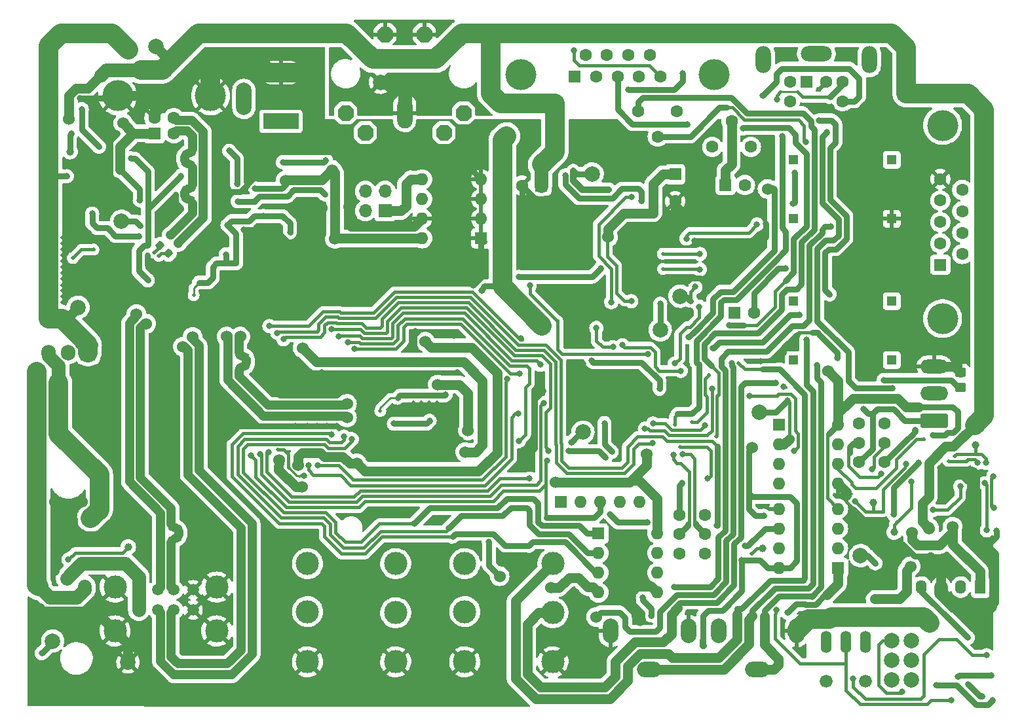
<source format=gbr>
%TF.GenerationSoftware,KiCad,Pcbnew,6.0.2+dfsg-1*%
%TF.CreationDate,2024-03-13T18:23:50+01:00*%
%TF.ProjectId,radio-usb,72616469-6f2d-4757-9362-2e6b69636164,rev?*%
%TF.SameCoordinates,Original*%
%TF.FileFunction,Copper,L2,Bot*%
%TF.FilePolarity,Positive*%
%FSLAX46Y46*%
G04 Gerber Fmt 4.6, Leading zero omitted, Abs format (unit mm)*
G04 Created by KiCad (PCBNEW 6.0.2+dfsg-1) date 2024-03-13 18:23:50*
%MOMM*%
%LPD*%
G01*
G04 APERTURE LIST*
G04 Aperture macros list*
%AMRoundRect*
0 Rectangle with rounded corners*
0 $1 Rounding radius*
0 $2 $3 $4 $5 $6 $7 $8 $9 X,Y pos of 4 corners*
0 Add a 4 corners polygon primitive as box body*
4,1,4,$2,$3,$4,$5,$6,$7,$8,$9,$2,$3,0*
0 Add four circle primitives for the rounded corners*
1,1,$1+$1,$2,$3*
1,1,$1+$1,$4,$5*
1,1,$1+$1,$6,$7*
1,1,$1+$1,$8,$9*
0 Add four rect primitives between the rounded corners*
20,1,$1+$1,$2,$3,$4,$5,0*
20,1,$1+$1,$4,$5,$6,$7,0*
20,1,$1+$1,$6,$7,$8,$9,0*
20,1,$1+$1,$8,$9,$2,$3,0*%
%AMOutline5P*
0 Free polygon, 5 corners , with rotation*
0 The origin of the aperture is its center*
0 number of corners: always 5*
0 $1 to $10 corner X, Y*
0 $11 Rotation angle, in degrees counterclockwise*
0 create outline with 5 corners*
4,1,5,$1,$2,$3,$4,$5,$6,$7,$8,$9,$10,$1,$2,$11*%
%AMOutline6P*
0 Free polygon, 6 corners , with rotation*
0 The origin of the aperture is its center*
0 number of corners: always 6*
0 $1 to $12 corner X, Y*
0 $13 Rotation angle, in degrees counterclockwise*
0 create outline with 6 corners*
4,1,6,$1,$2,$3,$4,$5,$6,$7,$8,$9,$10,$11,$12,$1,$2,$13*%
%AMOutline7P*
0 Free polygon, 7 corners , with rotation*
0 The origin of the aperture is its center*
0 number of corners: always 7*
0 $1 to $14 corner X, Y*
0 $15 Rotation angle, in degrees counterclockwise*
0 create outline with 7 corners*
4,1,7,$1,$2,$3,$4,$5,$6,$7,$8,$9,$10,$11,$12,$13,$14,$1,$2,$15*%
%AMOutline8P*
0 Free polygon, 8 corners , with rotation*
0 The origin of the aperture is its center*
0 number of corners: always 8*
0 $1 to $16 corner X, Y*
0 $17 Rotation angle, in degrees counterclockwise*
0 create outline with 8 corners*
4,1,8,$1,$2,$3,$4,$5,$6,$7,$8,$9,$10,$11,$12,$13,$14,$15,$16,$1,$2,$17*%
G04 Aperture macros list end*
%TA.AperFunction,ComponentPad*%
%ADD10C,3.000000*%
%TD*%
%TA.AperFunction,ComponentPad*%
%ADD11R,1.600000X1.600000*%
%TD*%
%TA.AperFunction,ComponentPad*%
%ADD12C,1.600000*%
%TD*%
%TA.AperFunction,ComponentPad*%
%ADD13C,4.000000*%
%TD*%
%TA.AperFunction,ComponentPad*%
%ADD14R,1.905000X2.000000*%
%TD*%
%TA.AperFunction,ComponentPad*%
%ADD15O,1.905000X2.000000*%
%TD*%
%TA.AperFunction,ComponentPad*%
%ADD16O,2.000000X3.500000*%
%TD*%
%TA.AperFunction,ComponentPad*%
%ADD17O,4.000000X2.000000*%
%TD*%
%TA.AperFunction,ComponentPad*%
%ADD18O,1.600000X1.600000*%
%TD*%
%TA.AperFunction,ComponentPad*%
%ADD19C,2.000000*%
%TD*%
%TA.AperFunction,ComponentPad*%
%ADD20R,1.700000X1.700000*%
%TD*%
%TA.AperFunction,ComponentPad*%
%ADD21O,1.700000X1.700000*%
%TD*%
%TA.AperFunction,ComponentPad*%
%ADD22R,1.400000X1.800000*%
%TD*%
%TA.AperFunction,ComponentPad*%
%ADD23O,1.400000X1.800000*%
%TD*%
%TA.AperFunction,ComponentPad*%
%ADD24O,1.422400X2.844800*%
%TD*%
%TA.AperFunction,ComponentPad*%
%ADD25C,1.676400*%
%TD*%
%TA.AperFunction,ComponentPad*%
%ADD26R,1.500000X1.500000*%
%TD*%
%TA.AperFunction,ComponentPad*%
%ADD27C,1.500000*%
%TD*%
%TA.AperFunction,ComponentPad*%
%ADD28O,3.197860X1.998980*%
%TD*%
%TA.AperFunction,ComponentPad*%
%ADD29O,1.998980X3.197860*%
%TD*%
%TA.AperFunction,ComponentPad*%
%ADD30R,4.600000X2.000000*%
%TD*%
%TA.AperFunction,ComponentPad*%
%ADD31O,4.200000X2.000000*%
%TD*%
%TA.AperFunction,ComponentPad*%
%ADD32O,2.000000X4.200000*%
%TD*%
%TA.AperFunction,ComponentPad*%
%ADD33Outline8P,-0.990600X0.495300X-0.495300X0.990600X0.495300X0.990600X0.990600X0.495300X0.990600X-0.495300X0.495300X-0.990600X-0.495300X-0.990600X-0.990600X-0.495300X180.000000*%
%TD*%
%TA.AperFunction,ComponentPad*%
%ADD34O,1.981200X3.962400*%
%TD*%
%TA.AperFunction,ComponentPad*%
%ADD35R,1.308000X1.308000*%
%TD*%
%TA.AperFunction,ComponentPad*%
%ADD36RoundRect,0.250000X1.550000X-0.650000X1.550000X0.650000X-1.550000X0.650000X-1.550000X-0.650000X0*%
%TD*%
%TA.AperFunction,ComponentPad*%
%ADD37O,3.600000X1.800000*%
%TD*%
%TA.AperFunction,SMDPad,CuDef*%
%ADD38RoundRect,0.250000X0.450000X-0.350000X0.450000X0.350000X-0.450000X0.350000X-0.450000X-0.350000X0*%
%TD*%
%TA.AperFunction,SMDPad,CuDef*%
%ADD39C,2.000000*%
%TD*%
%TA.AperFunction,SMDPad,CuDef*%
%ADD40RoundRect,0.237500X0.008839X0.344715X-0.344715X-0.008839X-0.008839X-0.344715X0.344715X0.008839X0*%
%TD*%
%TA.AperFunction,SMDPad,CuDef*%
%ADD41C,1.000000*%
%TD*%
%TA.AperFunction,ViaPad*%
%ADD42C,0.812800*%
%TD*%
%TA.AperFunction,ViaPad*%
%ADD43C,1.524000*%
%TD*%
%TA.AperFunction,ViaPad*%
%ADD44C,0.508000*%
%TD*%
%TA.AperFunction,ViaPad*%
%ADD45C,2.032000*%
%TD*%
%TA.AperFunction,ViaPad*%
%ADD46C,0.558800*%
%TD*%
%TA.AperFunction,Conductor*%
%ADD47C,1.270000*%
%TD*%
%TA.AperFunction,Conductor*%
%ADD48C,0.762000*%
%TD*%
%TA.AperFunction,Conductor*%
%ADD49C,0.406400*%
%TD*%
%TA.AperFunction,Conductor*%
%ADD50C,1.778000*%
%TD*%
%TA.AperFunction,Conductor*%
%ADD51C,2.540000*%
%TD*%
%TA.AperFunction,Conductor*%
%ADD52C,0.254000*%
%TD*%
%TA.AperFunction,Conductor*%
%ADD53C,1.143000*%
%TD*%
%TA.AperFunction,Conductor*%
%ADD54C,0.812800*%
%TD*%
G04 APERTURE END LIST*
D10*
%TO.P,J12,R*%
%TO.N,Net-(C63-Pad1)*%
X106920000Y-102870000D03*
%TO.P,J12,RN*%
%TO.N,Net-(J12-PadRN)*%
X95520000Y-102720000D03*
%TO.P,J12,S*%
%TO.N,GND*%
X106920000Y-109220000D03*
%TO.P,J12,SN*%
X95520000Y-109220000D03*
%TO.P,J12,T*%
%TO.N,/AUD_OUT_SUM*%
X106920000Y-96520000D03*
%TO.P,J12,TN*%
%TO.N,Net-(J12-PadRN)*%
X95520000Y-96520000D03*
%TD*%
D11*
%TO.P,J2,1,VBUS*%
%TO.N,VBUS*%
X55417400Y-40848900D03*
D12*
%TO.P,J2,2,D-*%
%TO.N,/D-*%
X57917400Y-40848900D03*
%TO.P,J2,3,D+*%
%TO.N,/D+*%
X57917400Y-38848900D03*
%TO.P,J2,4,GND*%
%TO.N,GND*%
X55417400Y-38848900D03*
D13*
%TO.P,J2,5,Shield*%
X50667400Y-35988900D03*
X62667400Y-35988900D03*
%TD*%
D14*
%TO.P,U1,1,IN*%
%TO.N,+12V*%
X46837600Y-69205200D03*
D15*
%TO.P,U1,2,GND*%
%TO.N,GND*%
X44297600Y-69205200D03*
%TO.P,U1,3,OUT*%
%TO.N,/5VD12*%
X41757600Y-69205200D03*
%TD*%
D11*
%TO.P,J6,1*%
%TO.N,AF_TO_RADIO*%
X139649200Y-34188400D03*
D12*
%TO.P,J6,2*%
%TO.N,GNDREF*%
X142249200Y-34188400D03*
%TO.P,J6,3*%
%TO.N,PTT*%
X137549200Y-34188400D03*
%TO.P,J6,4*%
%TO.N,/YAESU_FLAT_AUD*%
X144349200Y-34188400D03*
%TO.P,J6,5*%
%TO.N,/YAESU_FILTERED_AUD*%
X137549200Y-36688400D03*
%TO.P,J6,6*%
%TO.N,RX_ACTIVE*%
X144349200Y-36688400D03*
D16*
%TO.P,J6,7*%
%TO.N,N/C*%
X134099200Y-31338400D03*
X147799200Y-31338400D03*
D17*
X140949200Y-30538400D03*
%TD*%
D11*
%TO.P,U14,1,CS*%
%TO.N,/SER_EECS*%
X112786000Y-92618400D03*
D18*
%TO.P,U14,2,SCLK*%
%TO.N,Net-(R51-Pad1)*%
X112786000Y-95158400D03*
%TO.P,U14,3,DI*%
%TO.N,/SER_EEDT*%
X112786000Y-97698400D03*
%TO.P,U14,4,DO*%
%TO.N,Net-(R49-Pad1)*%
X112786000Y-100238400D03*
%TO.P,U14,5,GND*%
%TO.N,GND*%
X120406000Y-100238400D03*
%TO.P,U14,6,ORG*%
%TO.N,/SER_VCCIO*%
X120406000Y-97698400D03*
%TO.P,U14,7,NC*%
%TO.N,unconnected-(U14-Pad7)*%
X120406000Y-95158400D03*
%TO.P,U14,8,VCC*%
%TO.N,/SER_VCCIO*%
X120406000Y-92618400D03*
%TD*%
D19*
%TO.P,D12,1,AB*%
%TO.N,+5V*%
X153250200Y-106450700D03*
%TO.P,D12,2,KB*%
%TO.N,Net-(D12-Pad2)*%
X150710200Y-106450700D03*
%TO.P,D12,3,AR*%
%TO.N,+5V*%
X153250200Y-108990700D03*
%TO.P,D12,4,KR*%
%TO.N,Net-(D12-Pad4)*%
X150710200Y-108990700D03*
%TO.P,D12,5,AG*%
%TO.N,+5V*%
X153250200Y-111530700D03*
%TO.P,D12,6,KR*%
%TO.N,Net-(D12-Pad6)*%
X150710200Y-111530700D03*
%TD*%
D20*
%TO.P,J5,1,Pin_1*%
%TO.N,/H_EE_SDA*%
X85217000Y-50876200D03*
D21*
%TO.P,J5,2,Pin_2*%
%TO.N,/H_REM1*%
X82677000Y-50876200D03*
%TO.P,J5,3,Pin_3*%
%TO.N,/H_EE_SCL*%
X85217000Y-48336200D03*
%TO.P,J5,4,Pin_4*%
%TO.N,/H_SEL0*%
X82677000Y-48336200D03*
%TD*%
D12*
%TO.P,SW7,1,A*%
%TO.N,/PTT_ACTL*%
X117946800Y-37958400D03*
%TO.P,SW7,2,B*%
%TO.N,PTT*%
X120446800Y-41258400D03*
%TO.P,SW7,3,C*%
%TO.N,/PTT_ACTH*%
X122946800Y-37958400D03*
%TD*%
D11*
%TO.P,U11,1,A1*%
%TO.N,VD*%
X143754000Y-97043400D03*
D18*
%TO.P,U11,2,C1*%
%TO.N,Net-(R32-Pad1)*%
X143754000Y-94503400D03*
%TO.P,U11,3,C2*%
%TO.N,Net-(R33-Pad1)*%
X143754000Y-91963400D03*
%TO.P,U11,4,A2*%
%TO.N,VD*%
X143754000Y-89423400D03*
%TO.P,U11,5,GND*%
%TO.N,GND*%
X136134000Y-89423400D03*
%TO.P,U11,6,VO2*%
%TO.N,Net-(D9-Pad2)*%
X136134000Y-91963400D03*
%TO.P,U11,7,VO1*%
%TO.N,Net-(D10-Pad2)*%
X136134000Y-94503400D03*
%TO.P,U11,8,VCC*%
%TO.N,/SER_VCCIO*%
X136134000Y-97043400D03*
%TD*%
D12*
%TO.P,SW2,1,A*%
%TO.N,/YAESU_FILTERED_AUD*%
X132497200Y-42585000D03*
%TO.P,SW2,2,B*%
%TO.N,AF_FRM_RADIO*%
X129997200Y-39285000D03*
%TO.P,SW2,3,C*%
%TO.N,/YAESU_FLAT_AUD*%
X127497200Y-42585000D03*
%TD*%
D22*
%TO.P,U8,1,-VIN*%
%TO.N,GND*%
X162156900Y-99554700D03*
D23*
%TO.P,U8,2,+VIN*%
%TO.N,/DCDC_IN*%
X159616900Y-99554700D03*
%TO.P,U8,3,-VOUT*%
%TO.N,GNDREF*%
X157076900Y-99554700D03*
%TO.P,U8,4,+VOUT*%
%TO.N,/DCDC_OUT*%
X154536900Y-99554700D03*
%TD*%
D24*
%TO.P,SW3,1,A*%
%TO.N,unconnected-(SW3-Pad1)*%
X147320000Y-106680000D03*
%TO.P,SW3,2,B*%
%TO.N,/PTT_CTRL*%
X144780000Y-106680000D03*
%TO.P,SW3,3,C*%
%TO.N,/SER_VCCIO*%
X142240000Y-106680000D03*
D25*
%TO.P,SW3,M1*%
%TO.N,N/C*%
X147320000Y-111760000D03*
%TO.P,SW3,M2*%
X142240000Y-111760000D03*
%TD*%
D26*
%TO.P,J7,1,VBUS1*%
%TO.N,+5VP*%
X53396000Y-99901600D03*
D27*
%TO.P,J7,2,D1-*%
%TO.N,/DP1-*%
X55896000Y-99901600D03*
%TO.P,J7,3,D1+*%
%TO.N,/DP1+*%
X57896000Y-99901600D03*
%TO.P,J7,4,GND1*%
%TO.N,GND*%
X60396000Y-99901600D03*
%TO.P,J7,5,VBUS2*%
%TO.N,+5VP*%
X53396000Y-102521600D03*
%TO.P,J7,6,D2-*%
%TO.N,/DP2-*%
X55896000Y-102521600D03*
%TO.P,J7,7,D2+*%
%TO.N,/DP2+*%
X57896000Y-102521600D03*
%TO.P,J7,8,GND2*%
%TO.N,GND*%
X60396000Y-102521600D03*
D10*
%TO.P,J7,9,Shield*%
X63466000Y-99551600D03*
X50326000Y-105231600D03*
X50326000Y-99551600D03*
X63466000Y-105231600D03*
%TD*%
D13*
%TO.P,J8,0*%
%TO.N,N/C*%
X157272000Y-39808602D03*
X157272000Y-64808602D03*
D11*
%TO.P,J8,1,1*%
%TO.N,unconnected-(J8-Pad1)*%
X156972000Y-57848602D03*
D12*
%TO.P,J8,2,2*%
%TO.N,/RS232RX*%
X156972000Y-55078602D03*
%TO.P,J8,3,3*%
%TO.N,/RS232TX*%
X156972000Y-52308602D03*
%TO.P,J8,4,4*%
%TO.N,unconnected-(J8-Pad4)*%
X156972000Y-49538602D03*
%TO.P,J8,5,5*%
%TO.N,GNDREF*%
X156972000Y-46768602D03*
%TO.P,J8,6,6*%
%TO.N,unconnected-(J8-Pad6)*%
X159812000Y-56463602D03*
%TO.P,J8,7,7*%
%TO.N,unconnected-(J8-Pad7)*%
X159812000Y-53693602D03*
%TO.P,J8,8,8*%
%TO.N,unconnected-(J8-Pad8)*%
X159812000Y-50923602D03*
%TO.P,J8,9,9*%
%TO.N,unconnected-(J8-Pad9)*%
X159812000Y-48153602D03*
%TD*%
%TO.P,SW1,1,A*%
%TO.N,unconnected-(SW1-Pad1)*%
X149769000Y-78373600D03*
%TO.P,SW1,2,B*%
%TO.N,Net-(D7-Pad1)*%
X149769000Y-80873600D03*
%TO.P,SW1,3,C*%
%TO.N,/CAT_UART_TX*%
X149769000Y-83373600D03*
%TO.P,SW1,4,A*%
%TO.N,unconnected-(SW1-Pad4)*%
X146469000Y-78373600D03*
%TO.P,SW1,5,B*%
%TO.N,PTT*%
X146469000Y-80873600D03*
%TO.P,SW1,6,C*%
%TO.N,/CAT_UART_RX*%
X146469000Y-83373600D03*
%TD*%
D11*
%TO.P,C63,1*%
%TO.N,Net-(C63-Pad1)*%
X130389621Y-64084200D03*
D12*
%TO.P,C63,2*%
%TO.N,Net-(C63-Pad2)*%
X132889621Y-64084200D03*
%TD*%
D10*
%TO.P,J11,R*%
%TO.N,/AUD_IN_SUM*%
X86600000Y-102870000D03*
%TO.P,J11,RN*%
%TO.N,Net-(J11-PadRN)*%
X75200000Y-102720000D03*
%TO.P,J11,S*%
%TO.N,GND*%
X86600000Y-109220000D03*
%TO.P,J11,SN*%
X75200000Y-109220000D03*
%TO.P,J11,T*%
%TO.N,/AF_FRM_RADIO_PREINS*%
X86600000Y-96520000D03*
%TO.P,J11,TN*%
%TO.N,Net-(J11-PadRN)*%
X75200000Y-96520000D03*
%TD*%
D28*
%TO.P,J10,1,In*%
%TO.N,/RCA_LEFT*%
X119380000Y-110220000D03*
D29*
%TO.P,J10,2,Ext*%
%TO.N,GND*%
X124434600Y-105222040D03*
X114325400Y-105222040D03*
%TD*%
D30*
%TO.P,J1,1*%
%TO.N,Net-(D4-Pad2)*%
X71770000Y-39293800D03*
D31*
%TO.P,J1,2*%
%TO.N,GND*%
X71770000Y-32993800D03*
D32*
%TO.P,J1,3*%
%TO.N,N/C*%
X66970000Y-36393800D03*
%TD*%
D13*
%TO.P,J4,0*%
%TO.N,N/C*%
X127768000Y-33228000D03*
X102768000Y-33228000D03*
D11*
%TO.P,J4,1,1*%
%TO.N,RX_ACTIVE*%
X109728000Y-33528000D03*
D12*
%TO.P,J4,2,2*%
%TO.N,unconnected-(J4-Pad2)*%
X112498000Y-33528000D03*
%TO.P,J4,3,3*%
%TO.N,AF_FRM_RADIO*%
X115268000Y-33528000D03*
%TO.P,J4,4,4*%
%TO.N,PTT*%
X118038000Y-33528000D03*
%TO.P,J4,5,5*%
%TO.N,AF_TO_RADIO*%
X120808000Y-33528000D03*
%TO.P,J4,6,6*%
%TO.N,unconnected-(J4-Pad6)*%
X111113000Y-30688000D03*
%TO.P,J4,7,7*%
%TO.N,GNDREF*%
X113883000Y-30688000D03*
%TO.P,J4,8,8*%
%TO.N,unconnected-(J4-Pad8)*%
X116653000Y-30688000D03*
%TO.P,J4,9,9*%
%TO.N,unconnected-(J4-Pad9)*%
X119423000Y-30688000D03*
%TD*%
D11*
%TO.P,RN1,1,common*%
%TO.N,GND*%
X107951500Y-88563722D03*
D18*
%TO.P,RN1,2,R1*%
%TO.N,/SER_B_DSR_IN*%
X110491500Y-88563722D03*
%TO.P,RN1,3,R2*%
%TO.N,/SER_B_CTS_IN*%
X113031500Y-88563722D03*
%TO.P,RN1,4,R3*%
%TO.N,/SER_A_DSR_IN*%
X115571500Y-88563722D03*
%TO.P,RN1,5,R4*%
%TO.N,/SER_A_CTS_IN*%
X118111500Y-88563722D03*
%TD*%
D33*
%TO.P,X1,1,1*%
%TO.N,AF_TO_RADIO*%
X80137000Y-38201600D03*
D34*
%TO.P,X1,2,2*%
%TO.N,GNDREF*%
X87757000Y-38201600D03*
D33*
%TO.P,X1,3,3*%
%TO.N,PTT*%
X95377000Y-38201600D03*
%TO.P,X1,4,4*%
%TO.N,AF_FRM_RADIO*%
X82677000Y-40741600D03*
%TO.P,X1,5,5*%
%TO.N,RX_ACTIVE*%
X92837000Y-40741600D03*
%TO.P,X1,PE,PE*%
%TO.N,GNDREF*%
X90297000Y-28041600D03*
%TO.P,X1,PE@,PE*%
X85217000Y-28041600D03*
%TD*%
D12*
%TO.P,SW6,1,A*%
%TO.N,Net-(Q5-Pad3)*%
X126553400Y-90210000D03*
%TO.P,SW6,2,B*%
%TO.N,Net-(SW6-Pad2)*%
X126553400Y-92710000D03*
%TO.P,SW6,3,C*%
%TO.N,Net-(R79-Pad2)*%
X126553400Y-95210000D03*
%TO.P,SW6,4,A*%
%TO.N,Net-(Q5-Pad1)*%
X123253400Y-90210000D03*
%TO.P,SW6,5,B*%
%TO.N,RX_ACTIVE*%
X123253400Y-92710000D03*
%TO.P,SW6,6,C*%
%TO.N,Net-(R79-Pad1)*%
X123253400Y-95210000D03*
%TD*%
D11*
%TO.P,C64,1*%
%TO.N,AF_FRM_RADIO*%
X129221221Y-47523400D03*
D12*
%TO.P,C64,2*%
%TO.N,Net-(C64-Pad2)*%
X131721221Y-47523400D03*
%TD*%
D11*
%TO.P,C40,1*%
%TO.N,/AUD_VBUS*%
X122707400Y-46128656D03*
D12*
%TO.P,C40,2*%
%TO.N,GND*%
X122707400Y-49628656D03*
%TD*%
D28*
%TO.P,J9,1,In*%
%TO.N,/RCA_RIGHT*%
X133350000Y-110220000D03*
D29*
%TO.P,J9,2,Ext*%
%TO.N,GND*%
X138404600Y-105222040D03*
X128295400Y-105222040D03*
%TD*%
D11*
%TO.P,U12,1,A1*%
%TO.N,Net-(R27-Pad2)*%
X136154000Y-78546800D03*
D18*
%TO.P,U12,2,C1*%
%TO.N,/SER_B_TXD_OUT*%
X136154000Y-81086800D03*
%TO.P,U12,3,C2*%
X136154000Y-83626800D03*
%TO.P,U12,4,A2*%
%TO.N,Net-(R28-Pad2)*%
X136154000Y-86166800D03*
%TO.P,U12,5,GND*%
%TO.N,GNDREF*%
X143774000Y-86166800D03*
%TO.P,U12,6,VO2*%
%TO.N,/TTL_TX*%
X143774000Y-83626800D03*
%TO.P,U12,7,VO1*%
%TO.N,/TTL_TX_2*%
X143774000Y-81086800D03*
%TO.P,U12,8,VCC*%
%TO.N,VD*%
X143774000Y-78546800D03*
%TD*%
D35*
%TO.P,U22,P$1,P$1*%
%TO.N,Net-(R69-Pad2)*%
X138021593Y-44277991D03*
%TO.P,U22,P$2,P$2*%
%TO.N,GND*%
X138021593Y-51897991D03*
%TO.P,U22,P$3,P$3*%
%TO.N,Net-(C64-Pad2)*%
X150721593Y-44277991D03*
%TO.P,U22,P$4,P$4*%
%TO.N,GNDREF*%
X150721593Y-51897991D03*
%TD*%
D36*
%TO.P,J3,1,Pin_1*%
%TO.N,/CAT_UART_RX*%
X156210000Y-78006092D03*
D37*
%TO.P,J3,2,Pin_2*%
%TO.N,/CAT_UART_TX*%
X156210000Y-74506092D03*
%TO.P,J3,3,Pin_3*%
%TO.N,GNDREF*%
X156210000Y-71006092D03*
%TD*%
D11*
%TO.P,U2,1,A0*%
%TO.N,GND*%
X97627600Y-54422200D03*
D18*
%TO.P,U2,2,A1*%
X97627600Y-51882200D03*
%TO.P,U2,3,A2*%
X97627600Y-49342200D03*
%TO.P,U2,4,GND*%
X97627600Y-46802200D03*
%TO.P,U2,5,SDA*%
%TO.N,/H_EE_SDA*%
X90007600Y-46802200D03*
%TO.P,U2,6,SCL*%
%TO.N,/H_EE_SCL*%
X90007600Y-49342200D03*
%TO.P,U2,7,WP*%
%TO.N,GND*%
X90007600Y-51882200D03*
%TO.P,U2,8,VCC*%
%TO.N,+3V3*%
X90007600Y-54422200D03*
%TD*%
D35*
%TO.P,U19,P$1,P$1*%
%TO.N,AF_TO_RADIO*%
X138021593Y-62565991D03*
%TO.P,U19,P$2,P$2*%
%TO.N,GNDREF*%
X138021593Y-70185991D03*
%TO.P,U19,P$3,P$3*%
%TO.N,Net-(C63-Pad2)*%
X150721593Y-62565991D03*
%TO.P,U19,P$4,P$4*%
%TO.N,GND*%
X150721593Y-70185991D03*
%TD*%
D11*
%TO.P,C15,1*%
%TO.N,+5V*%
X105395913Y-47599600D03*
D12*
%TO.P,C15,2*%
%TO.N,GND*%
X102895913Y-47599600D03*
%TD*%
D38*
%TO.P,R56,1*%
%TO.N,/CAT_UART_RX*%
X159537400Y-73745600D03*
%TO.P,R56,2*%
%TO.N,GNDREF*%
X159537400Y-71745600D03*
%TD*%
D39*
%TO.P,TP18,1,1*%
%TO.N,+5V*%
X55575200Y-29616400D03*
%TD*%
%TO.P,TP17,1,1*%
%TO.N,+2V5*%
X51155600Y-52222400D03*
%TD*%
%TO.P,TP10,1,1*%
%TO.N,/AUD_OUT_LEFT*%
X123342400Y-61925200D03*
%TD*%
%TO.P,TP11,1,1*%
%TO.N,/AUD_OUT_RIGHT*%
X120777000Y-66268600D03*
%TD*%
D40*
%TO.P,R12,1*%
%TO.N,/D+*%
X58506435Y-55082365D03*
%TO.P,R12,2*%
%TO.N,/H_HOST_USBD+*%
X57215965Y-56372835D03*
%TD*%
D39*
%TO.P,TP12,1,1*%
%TO.N,Net-(R64-Pad1)*%
X111988600Y-46101000D03*
%TD*%
D41*
%TO.P,TP1,1,1*%
%TO.N,Net-(TP1-Pad1)*%
X52019200Y-94361000D03*
%TD*%
%TO.P,TP4,1,1*%
%TO.N,/TTL_TX*%
X161544000Y-81203800D03*
%TD*%
D40*
%TO.P,R11,1*%
%TO.N,/D-*%
X57439635Y-54015565D03*
%TO.P,R11,2*%
%TO.N,/H_HOST_USBD-*%
X56149165Y-55306035D03*
%TD*%
D39*
%TO.P,TP7,1,1*%
%TO.N,/TTL_RX_2*%
X146659600Y-95478600D03*
%TD*%
D41*
%TO.P,TP9,1,1*%
%TO.N,/SER_B_RXD_IN*%
X133985000Y-94538800D03*
%TD*%
D39*
%TO.P,TP14,1,1*%
%TO.N,GND*%
X51993800Y-109245400D03*
%TD*%
%TO.P,TP8,1,1*%
%TO.N,/SER_B_TXD_OUT*%
X133578600Y-76936600D03*
%TD*%
%TO.P,TP13,1,1*%
%TO.N,/PTT_CTRL*%
X110794800Y-79502000D03*
%TD*%
D41*
%TO.P,TP2,1,1*%
%TO.N,Net-(TP2-Pad1)*%
X44500800Y-43205400D03*
%TD*%
%TO.P,TP5,1,1*%
%TO.N,/TTL_RX*%
X151028400Y-92456000D03*
%TD*%
D39*
%TO.P,TP15,1,1*%
%TO.N,GNDREF*%
X84632800Y-34239200D03*
%TD*%
%TO.P,TP16,1,1*%
%TO.N,+12V*%
X45542200Y-63347600D03*
%TD*%
D41*
%TO.P,TP6,1,1*%
%TO.N,/TTL_TX_2*%
X148336000Y-88620600D03*
%TD*%
D39*
%TO.P,TP3,1,1*%
%TO.N,/+5VP_OK*%
X42265600Y-106527600D03*
%TD*%
D42*
%TO.N,AF_FRM_RADIO*%
X124282200Y-39674800D03*
%TO.N,GNDREF*%
X124460000Y-67208400D03*
X145542000Y-30149800D03*
X137261600Y-30175200D03*
D43*
X134645400Y-48031400D03*
D42*
X164261800Y-92252800D03*
X163144200Y-104673400D03*
X156961862Y-84089262D03*
X151841200Y-93929200D03*
X146862800Y-100965000D03*
X159131000Y-90195400D03*
D43*
X161137600Y-84734400D03*
D44*
%TO.N,GND*%
X63144400Y-47320200D03*
X43535600Y-58928000D03*
X43535600Y-56642000D03*
D45*
X155625800Y-104165400D03*
D42*
X51206400Y-56261000D03*
X77720100Y-78733922D03*
D44*
X58801000Y-50495200D03*
X44893880Y-53631480D03*
X160514868Y-112047604D03*
D42*
X77012800Y-71805800D03*
D44*
X55956200Y-51079400D03*
D42*
X123393200Y-60020200D03*
D43*
X48260000Y-76200000D03*
D44*
X89886700Y-75660522D03*
X70277900Y-73399922D03*
D43*
X45720000Y-74168000D03*
X50215800Y-93421200D03*
D42*
X84201000Y-46710600D03*
D43*
X48260000Y-80289400D03*
D44*
X87897789Y-82053611D03*
X84456089Y-80339111D03*
D42*
X73656100Y-74695322D03*
X94157800Y-67030600D03*
X126339600Y-59893200D03*
X94534900Y-71799722D03*
D43*
X109601000Y-100380800D03*
D42*
X110820200Y-70637400D03*
X42545000Y-97536000D03*
X66929000Y-53314600D03*
X92760800Y-98806000D03*
X106654600Y-54864000D03*
D46*
X60325000Y-57277000D03*
D44*
X91918700Y-75660522D03*
D42*
X130505200Y-57505600D03*
X143687800Y-69900800D03*
D46*
X58928000Y-57277000D03*
D44*
X87904411Y-76118811D03*
X86279900Y-76930522D03*
D42*
X116916200Y-58877200D03*
X133756400Y-70332600D03*
X91668600Y-91109800D03*
D46*
X59613800Y-57277000D03*
D44*
X58191400Y-48742600D03*
D42*
X102768400Y-97612200D03*
D43*
X48260000Y-78232000D03*
X45720000Y-76200000D03*
X57099200Y-43561000D03*
D42*
X133527800Y-55143400D03*
D43*
X153339800Y-92506800D03*
D42*
X110820200Y-68275200D03*
D44*
X45872400Y-53631480D03*
D43*
X45999400Y-88519000D03*
D42*
X45796200Y-36322000D03*
X113080800Y-50723800D03*
D44*
X87092700Y-81248522D03*
D42*
X99999800Y-101473000D03*
X75154700Y-78733922D03*
D44*
X43535600Y-58166000D03*
X47028720Y-53631480D03*
D42*
X96621600Y-60502800D03*
D43*
X80568800Y-50317400D03*
D44*
X43535600Y-62738000D03*
D42*
X136728200Y-73634600D03*
X107950000Y-54610000D03*
D44*
X89693478Y-82772522D03*
X54483000Y-56616600D03*
D42*
X84429600Y-75129222D03*
D46*
X61010800Y-57277000D03*
D42*
X87985600Y-90017600D03*
D43*
X72821800Y-56997600D03*
D42*
X50622200Y-40868600D03*
X117743650Y-64221950D03*
X82804000Y-91287600D03*
D44*
X48564800Y-54584600D03*
D43*
X48463200Y-63550800D03*
D44*
X43535600Y-54356000D03*
D43*
X40538400Y-102336600D03*
D44*
X43535600Y-61976000D03*
X43535600Y-55118000D03*
X63144400Y-48234600D03*
X88870700Y-75660522D03*
D42*
X125171200Y-54787800D03*
D44*
X43535600Y-57404000D03*
D42*
X76424700Y-78733922D03*
X94996000Y-80492600D03*
D44*
X43535600Y-60477400D03*
D42*
X134468580Y-52578000D03*
D44*
X87346700Y-76930522D03*
D42*
X76424700Y-74695322D03*
X89124700Y-66414922D03*
X89124700Y-68650122D03*
X77720100Y-74695322D03*
D43*
X118135400Y-103886000D03*
D44*
X63144400Y-49149000D03*
D42*
X78964700Y-74695322D03*
D44*
X88616700Y-82772522D03*
D42*
X48463200Y-48691800D03*
D44*
X63144400Y-50139600D03*
D43*
X42595800Y-88519000D03*
D44*
X43535600Y-59690000D03*
D42*
X80645000Y-72771000D03*
D44*
X85060700Y-81248522D03*
X91649278Y-82772522D03*
D42*
X69265800Y-44323000D03*
D44*
X43535600Y-55880000D03*
D42*
X136741232Y-69201968D03*
D44*
X58191400Y-49834800D03*
X90902700Y-75660522D03*
D43*
X76996800Y-50530000D03*
X158572200Y-91719400D03*
D42*
X105638600Y-74142600D03*
X73656100Y-78733922D03*
X162369128Y-113690900D03*
X75154700Y-74695322D03*
D43*
X45720000Y-78232000D03*
X48260000Y-74168000D03*
D44*
X90674100Y-82772522D03*
D42*
X101854000Y-84277200D03*
D44*
X71323200Y-81788000D03*
D43*
X116255800Y-56896000D03*
D44*
X86076700Y-81248522D03*
D42*
X144043400Y-104038400D03*
X74773700Y-85160122D03*
X109220000Y-54610000D03*
X78964700Y-78733922D03*
D46*
X61645800Y-57277000D03*
D45*
X64617600Y-76657200D03*
D44*
X43535600Y-61214000D03*
D42*
%TO.N,+12V*%
X44094400Y-46380400D03*
D45*
X52019200Y-30022800D03*
D43*
%TO.N,+3V3*%
X78359000Y-45567600D03*
X72339200Y-46939200D03*
D42*
X68427600Y-47980600D03*
D45*
X105460800Y-65735200D03*
D42*
X97663000Y-61214000D03*
D45*
X100897000Y-41173400D03*
D43*
X78740000Y-54508400D03*
D44*
%TO.N,/H_XTALO*%
X44844600Y-56989800D03*
X47525764Y-55877636D03*
D43*
%TO.N,+5V*%
X40411400Y-99441000D03*
D45*
X107137200Y-36957000D03*
D43*
X155549600Y-91998800D03*
X46405800Y-99415600D03*
X153136600Y-96875600D03*
X44348400Y-38963600D03*
D45*
X40233600Y-71653400D03*
D42*
X148488400Y-101066600D03*
D43*
%TO.N,VD*%
X142468600Y-71602600D03*
D42*
X156032200Y-79883000D03*
X138734800Y-64338200D03*
X137236200Y-102870000D03*
X119634000Y-103225600D03*
X127584200Y-68656200D03*
X118541800Y-100888800D03*
%TO.N,/AUD_VDDI*%
X118313200Y-49580800D03*
X108483900Y-46304200D03*
D43*
%TO.N,+1V8*%
X90420100Y-67811922D03*
X73939400Y-83769200D03*
X81606300Y-83559922D03*
%TO.N,/SER_VPLL*%
X92020300Y-73349122D03*
X95931900Y-79292722D03*
D42*
%TO.N,/AUD_VBUS*%
X117043200Y-62560200D03*
D43*
X114046000Y-54279800D03*
%TO.N,/SER_VCCIO*%
X107213400Y-86004400D03*
X132613400Y-81508600D03*
X74545100Y-68624722D03*
X71501000Y-83083400D03*
D42*
X126365000Y-107188000D03*
D43*
X95576300Y-82086722D03*
D42*
X134162800Y-90322400D03*
X131316540Y-96088200D03*
D43*
X74519700Y-86607922D03*
X118999000Y-82321400D03*
D42*
%TO.N,/AUD_OUT_RIGHT*%
X120777000Y-62890400D03*
%TO.N,/RCA_RIGHT*%
X141071600Y-70866000D03*
%TO.N,Net-(C43-Pad1)*%
X133286471Y-52629300D03*
X124153018Y-54471093D03*
%TO.N,/AUD_OUT_LEFT*%
X125323600Y-60717780D03*
X124714000Y-62509400D03*
%TO.N,/RCA_LEFT*%
X139649200Y-67513200D03*
X122656600Y-70612000D03*
X125831600Y-63271400D03*
%TO.N,AF_TO_RADIO*%
X109626400Y-30099000D03*
X142671800Y-61671200D03*
X141300200Y-39166800D03*
D43*
%TO.N,VBUS*%
X51384200Y-39547800D03*
D42*
X53518300Y-49493350D03*
%TO.N,/H_SEL1*%
X66090800Y-47396400D03*
X65074800Y-43103800D03*
%TO.N,PTT*%
X142341600Y-40665400D03*
X139623820Y-42002472D03*
X149326600Y-84861400D03*
X150799800Y-73812400D03*
%TO.N,/SER_B_RXD_IN*%
X128120500Y-91592400D03*
X71293900Y-66668922D03*
D44*
X132562600Y-95224850D03*
D42*
%TO.N,Net-(D7-Pad1)*%
X148183600Y-84277700D03*
D43*
%TO.N,/DP2-*%
X60344018Y-67189382D03*
%TO.N,+5VP*%
X44069000Y-98399600D03*
%TO.N,/DP2+*%
X59086782Y-68446618D03*
%TO.N,/DP1-*%
X53094743Y-64212561D03*
D42*
%TO.N,Net-(D9-Pad2)*%
X131699000Y-94234000D03*
D43*
%TO.N,/DP1+*%
X54351979Y-65469797D03*
D42*
%TO.N,/SER_B_TXLED*%
X100965000Y-72644000D03*
X76500900Y-83813922D03*
%TO.N,/SER_B_RXLED*%
X75332500Y-83763122D03*
X102412800Y-77114400D03*
%TO.N,/CAT_UART_RX*%
X147040600Y-76530200D03*
X149656800Y-72771500D03*
%TO.N,/CAT_UART_TX*%
X153771600Y-79248000D03*
%TO.N,RX_ACTIVE*%
X134010400Y-35966400D03*
X122478800Y-82448400D03*
X136525000Y-41173400D03*
X116636800Y-35229800D03*
D44*
X122631200Y-78511400D03*
D42*
X123672600Y-33096200D03*
%TO.N,/YAESU_FLAT_AUD*%
X135839200Y-36449000D03*
%TO.N,Net-(Q1-Pad3)*%
X48234600Y-42570400D03*
X46024800Y-37719000D03*
%TO.N,Net-(Q2-Pad1)*%
X145719800Y-111379000D03*
X162966400Y-108356400D03*
%TO.N,Net-(Q2-Pad3)*%
X163550600Y-110972600D03*
X159258000Y-111150400D03*
%TO.N,Net-(Q3-Pad3)*%
X156438600Y-112242600D03*
X163753800Y-114147600D03*
D44*
%TO.N,Net-(Q4-Pad3)*%
X123317000Y-81407000D03*
X126746000Y-74777600D03*
D42*
X126923800Y-85521800D03*
D44*
X127101600Y-72136000D03*
X124891800Y-78206600D03*
D42*
%TO.N,Net-(Q5-Pad1)*%
X123571000Y-86106000D03*
%TO.N,/H_REM0*%
X47371000Y-51231800D03*
X53416200Y-54152800D03*
%TO.N,/H_SEL0*%
X77445100Y-48742600D03*
X66167000Y-49631600D03*
%TO.N,+2V5*%
X53568600Y-52781200D03*
%TO.N,/TTL_RX_2*%
X148564600Y-96469200D03*
%TO.N,/TTL_RX*%
X161798000Y-83464400D03*
X153212800Y-85877400D03*
D44*
X151333200Y-91160600D03*
X158038800Y-83261200D03*
D42*
%TO.N,/+5VP_OK*%
X40843200Y-108102400D03*
%TO.N,/RX_ACT_SEP*%
X118795800Y-79044800D03*
X132308600Y-74778580D03*
X127457200Y-73888600D03*
X138074400Y-81965800D03*
%TO.N,/TTL_TX_2*%
X145948400Y-88442800D03*
X152552400Y-83642200D03*
D44*
%TO.N,/TTL_TX*%
X158826200Y-82575400D03*
D42*
X162864800Y-83489800D03*
D44*
X154863800Y-80391000D03*
D42*
%TO.N,/PTT_CTRL*%
X119111100Y-91186000D03*
X109270800Y-80822800D03*
X114274600Y-90119200D03*
X135788400Y-102514400D03*
X158419800Y-114198400D03*
%TO.N,Net-(R64-Pad1)*%
X109550200Y-45694600D03*
X114096800Y-48107600D03*
%TO.N,/PTT_ACTH*%
X129717800Y-65659500D03*
X131470400Y-40208200D03*
%TO.N,/SER_B_DSR_IN*%
X70176300Y-82061322D03*
X103907500Y-85515722D03*
%TO.N,/SER_B_CTS_IN*%
X67890300Y-82543922D03*
X106193500Y-83229722D03*
%TO.N,/SER_A_DSR_IN*%
X106299000Y-81940400D03*
X108966000Y-81940400D03*
X113690400Y-82804000D03*
X78329700Y-66211722D03*
%TO.N,/SER_A_CTS_IN*%
X102510500Y-80664322D03*
X80387100Y-67888122D03*
X113563400Y-78333600D03*
X114502711Y-82042489D03*
%TO.N,Net-(R44-Pad2)*%
X93036300Y-74644522D03*
D44*
X84603500Y-76778122D03*
D42*
%TO.N,/SER_A_RTS_OUT*%
X102616000Y-71932800D03*
X81301500Y-68751722D03*
%TO.N,/SER_A_DTR_OUT*%
X79218700Y-67151522D03*
X105279100Y-70783722D03*
%TO.N,/SER_B_RTS_OUT*%
X70277900Y-65779922D03*
X102768400Y-67360800D03*
%TO.N,/SER_B_DTR_OUT*%
X105710900Y-75711322D03*
X69033300Y-82340722D03*
D44*
%TO.N,/PTT_ACTL*%
X128016000Y-80060800D03*
D42*
%TO.N,Net-(SW6-Pad2)*%
X123698000Y-82372200D03*
%TO.N,Net-(TP1-Pad1)*%
X44294562Y-95983562D03*
%TO.N,/SER_B_TXD_OUT*%
X119837200Y-78384400D03*
X72081300Y-67481722D03*
X119811800Y-80899000D03*
X137210800Y-75438500D03*
X126597384Y-78625555D03*
%TO.N,Net-(TP2-Pad1)*%
X44653200Y-40894000D03*
D44*
%TO.N,/AUD_OUT_SUM*%
X130912100Y-70561200D03*
D42*
%TO.N,/AUD_IN_SUM*%
X103911400Y-60528200D03*
X129997200Y-70586600D03*
X119151400Y-69392800D03*
D43*
X112471200Y-103428800D03*
D44*
%TO.N,/H_HOST_USBD-*%
X55346600Y-56286400D03*
%TO.N,/H_HOST_USBD+*%
X55981600Y-56692800D03*
D42*
%TO.N,/H_VDD*%
X54559200Y-55295800D03*
X58851800Y-46329600D03*
X65938400Y-57658000D03*
X52400200Y-44094400D03*
X69494400Y-51536600D03*
X64668348Y-56489600D03*
X54559200Y-59867800D03*
X72923400Y-53644800D03*
D44*
X60483739Y-61766461D03*
D42*
X64856500Y-52705000D03*
D43*
%TO.N,/SER_D+*%
X80295383Y-75838322D03*
X66508361Y-67134318D03*
%TO.N,/SER_D-*%
X80295383Y-77616322D03*
X64730361Y-67134318D03*
D42*
%TO.N,/SER_XO*%
X90967200Y-78038600D03*
X86360000Y-78409800D03*
D45*
%TO.N,/5VD12*%
X47167800Y-90627200D03*
D42*
%TO.N,/DCDC_OUT*%
X160528000Y-106095800D03*
%TO.N,Net-(C24-Pad1)*%
X155981400Y-89585800D03*
X159537400Y-86537800D03*
%TO.N,/AF_FRM_RADIO_PREINS*%
X142773400Y-52882800D03*
X138150600Y-45923200D03*
X137922000Y-49961800D03*
X122605800Y-99517200D03*
%TO.N,Net-(R40-Pad2)*%
X154152600Y-83489800D03*
X150977600Y-90170000D03*
%TO.N,Net-(C29-Pad2)*%
X163855400Y-89331800D03*
X163830000Y-85217000D03*
%TO.N,Net-(C33-Pad1)*%
X162966400Y-92202000D03*
X162737800Y-86106000D03*
D44*
%TO.N,Net-(C51-Pad1)*%
X121107200Y-56413400D03*
D42*
X125919611Y-56462598D03*
%TO.N,Net-(D12-Pad2)*%
X152019000Y-113106200D03*
%TO.N,/SER_EEDT*%
X78329700Y-79800722D03*
X103809800Y-94183200D03*
%TO.N,/SER_EECS*%
X80920500Y-80410322D03*
X88950800Y-91363800D03*
%TO.N,Net-(C60-Pad1)*%
X111912400Y-70255900D03*
X120675400Y-73888600D03*
%TO.N,Net-(D5-Pad2)*%
X77571600Y-44297600D03*
X72009000Y-44577000D03*
D43*
%TO.N,Net-(R49-Pad1)*%
X106629200Y-99644200D03*
X100025200Y-98145600D03*
D42*
X98628200Y-93700100D03*
%TO.N,Net-(R51-Pad1)*%
X79908917Y-80073128D03*
X93446600Y-91948000D03*
%TO.N,Net-(C61-Pad1)*%
X114681000Y-68503800D03*
X112522000Y-66014600D03*
%TO.N,Net-(C62-Pad1)*%
X115900200Y-68249800D03*
X123418600Y-71577700D03*
%TO.N,Net-(C63-Pad2)*%
X136931400Y-58343800D03*
%TO.N,Net-(R71-Pad1)*%
X114452400Y-62687200D03*
X117094000Y-49072800D03*
%TO.N,Net-(C49-Pad1)*%
X102514400Y-59410600D03*
X113080800Y-58318400D03*
%TO.N,Net-(C52-Pad1)*%
X125919611Y-58462598D03*
D44*
X121117309Y-58394600D03*
D42*
%TO.N,Net-(C63-Pad1)*%
X135661400Y-73101200D03*
%TD*%
D47*
%TO.N,AF_FRM_RADIO*%
X129209800Y-45643800D02*
X129209800Y-47511979D01*
D48*
X115268000Y-37747200D02*
X115268000Y-33528000D01*
D47*
X129997200Y-39285000D02*
X129997200Y-44856400D01*
D48*
X124282200Y-39674800D02*
X117195600Y-39674800D01*
D47*
X129209800Y-47511979D02*
X129221221Y-47523400D01*
D48*
X117195600Y-39674800D02*
X115268000Y-37747200D01*
D47*
X129997200Y-44856400D02*
X129209800Y-45643800D01*
%TO.N,GNDREF*%
X143774000Y-86166800D02*
X144830800Y-87223600D01*
D49*
X158511262Y-84089262D02*
X160375600Y-85953600D01*
D48*
X128586438Y-61315600D02*
X130198276Y-61315600D01*
X148107400Y-99288600D02*
X150368000Y-99288600D01*
D49*
X145617711Y-89332735D02*
X144830800Y-88545824D01*
D50*
X87757000Y-35255200D02*
X86741000Y-34239200D01*
D47*
X161417000Y-86029800D02*
X161417000Y-85013800D01*
X163855400Y-101447600D02*
X163855400Y-95326200D01*
X163855400Y-95326200D02*
X162890200Y-94361000D01*
D48*
X134645400Y-48031400D02*
X135382480Y-48082680D01*
D47*
X161417000Y-85013800D02*
X161137600Y-84734400D01*
D48*
X151130000Y-94640400D02*
X151841200Y-93929200D01*
D49*
X156961862Y-84089262D02*
X158511262Y-84089262D01*
D47*
X161417000Y-92887800D02*
X161417000Y-90601800D01*
D48*
X127584200Y-62317838D02*
X128586438Y-61315600D01*
D50*
X157076900Y-99554700D02*
X157076900Y-100282500D01*
X163347400Y-101955600D02*
X163398200Y-101904800D01*
D48*
X151841200Y-93929200D02*
X152001628Y-93929200D01*
D47*
X150368000Y-99288600D02*
X150368000Y-95402400D01*
D50*
X157076900Y-100282500D02*
X158750000Y-101955600D01*
D48*
X135509480Y-52908200D02*
X135509480Y-48082680D01*
D50*
X86741000Y-34239200D02*
X84632800Y-34239200D01*
D48*
X130198276Y-61315600D02*
X133742638Y-57771238D01*
X152001628Y-93929200D02*
X153627228Y-95554800D01*
X146862800Y-100533200D02*
X148107400Y-99288600D01*
D47*
X161417000Y-90601800D02*
X161417000Y-86029800D01*
D49*
X161340800Y-85953600D02*
X161417000Y-86029800D01*
D47*
X158797892Y-71006092D02*
X159537400Y-71745600D01*
D48*
X124460000Y-67208400D02*
X125124585Y-66567091D01*
D47*
X150368000Y-94488000D02*
X145617711Y-89737711D01*
D48*
X164261800Y-92252800D02*
X164261800Y-92989400D01*
D47*
X157076900Y-97056220D02*
X155676600Y-95655920D01*
D48*
X135382480Y-48082680D02*
X135509480Y-48082680D01*
X127584200Y-64107476D02*
X127584200Y-62317838D01*
X159131000Y-90195400D02*
X161010600Y-90195400D01*
D47*
X162890200Y-94361000D02*
X161417000Y-92887800D01*
D48*
X163144200Y-102158800D02*
X163398200Y-101904800D01*
D50*
X87757000Y-38201600D02*
X87757000Y-35255200D01*
D48*
X133742638Y-57771238D02*
X133742638Y-57759600D01*
X163144200Y-104673400D02*
X163144200Y-102158800D01*
X135509480Y-55992758D02*
X135509480Y-52908200D01*
X135509480Y-48082680D02*
X135280400Y-47853600D01*
D47*
X157076900Y-99554700D02*
X157076900Y-97056220D01*
D48*
X161010600Y-90195400D02*
X161417000Y-90601800D01*
D50*
X158750000Y-101955600D02*
X163347400Y-101955600D01*
D47*
X163398200Y-101904800D02*
X163855400Y-101447600D01*
D48*
X133742638Y-57759600D02*
X135509480Y-55992758D01*
D47*
X156210000Y-71006092D02*
X158797892Y-71006092D01*
D49*
X160375600Y-85953600D02*
X161340800Y-85953600D01*
D47*
X144830800Y-87223600D02*
X144830800Y-87729118D01*
D49*
X145617711Y-89737711D02*
X145617711Y-89332735D01*
D47*
X150368000Y-95402400D02*
X151130000Y-94640400D01*
D48*
X164261800Y-92989400D02*
X162890200Y-94361000D01*
D49*
X144830800Y-88545824D02*
X144830800Y-87729118D01*
D48*
X153627228Y-95554800D02*
X155676600Y-95554800D01*
X146862800Y-100965000D02*
X146862800Y-100533200D01*
D47*
X150368000Y-95402400D02*
X150368000Y-94488000D01*
D48*
X125124585Y-66567091D02*
X127584200Y-64107476D01*
%TO.N,GND*%
X130505200Y-55499000D02*
X130505200Y-57505600D01*
D47*
X118008400Y-55143400D02*
X116255800Y-56896000D01*
D48*
X97627600Y-59496800D02*
X96621600Y-60502800D01*
X54483000Y-56616600D02*
X54483000Y-57912000D01*
D51*
X139932100Y-103694540D02*
X138404600Y-105222040D01*
D48*
X84201000Y-46329600D02*
X84201000Y-46710600D01*
D47*
X47761200Y-102666800D02*
X50326000Y-105231600D01*
D48*
X112384250Y-64221950D02*
X110820200Y-65786000D01*
X80822800Y-74142600D02*
X79517422Y-74142600D01*
X58902600Y-57277000D02*
X58877200Y-57277000D01*
X124714000Y-59537600D02*
X124231400Y-60020200D01*
D47*
X116408200Y-99822000D02*
X116763800Y-99466400D01*
X80568800Y-52654200D02*
X80813280Y-52898680D01*
D51*
X142925800Y-103403400D02*
X142634660Y-103694540D01*
D48*
X109220000Y-54610000D02*
X107950000Y-54610000D01*
D47*
X75692000Y-51834800D02*
X76996800Y-50530000D01*
D48*
X73656100Y-78733922D02*
X66249278Y-78733922D01*
X117743650Y-63917150D02*
X118338600Y-63322200D01*
X70993000Y-53314600D02*
X73444100Y-55765700D01*
D47*
X116408200Y-101244400D02*
X116408200Y-99822000D01*
D48*
X97627600Y-46802200D02*
X95783400Y-44958000D01*
D52*
X72771000Y-84144714D02*
X73786408Y-85160122D01*
D47*
X88991120Y-52898680D02*
X90007600Y-51882200D01*
D48*
X104517580Y-81613620D02*
X104517580Y-77520800D01*
X84429600Y-75129222D02*
X83206422Y-75129222D01*
X58191400Y-49834800D02*
X58131680Y-49775080D01*
X85572600Y-44958000D02*
X84201000Y-46329600D01*
D47*
X55417400Y-38848900D02*
X55417400Y-36900800D01*
X59867800Y-63246000D02*
X62966600Y-63246000D01*
D48*
X104517580Y-75263620D02*
X105638600Y-74142600D01*
D47*
X154000200Y-94132400D02*
X156895800Y-94132400D01*
X51993800Y-106899400D02*
X50326000Y-105231600D01*
D48*
X80645000Y-72771000D02*
X80645000Y-73964800D01*
D49*
X133756400Y-70332600D02*
X135610600Y-70332600D01*
D52*
X73786408Y-85160122D02*
X74773700Y-85160122D01*
D48*
X64210711Y-48386511D02*
X66523089Y-48386511D01*
D47*
X69977000Y-59842400D02*
X72821800Y-56997600D01*
X153339800Y-92506800D02*
X153339800Y-93472000D01*
X42545000Y-96596200D02*
X42545000Y-95250000D01*
D51*
X74726000Y-32993800D02*
X75768200Y-34036000D01*
D49*
X89124700Y-68650122D02*
X89124700Y-66414922D01*
D47*
X48463200Y-62153800D02*
X48463200Y-63550800D01*
D48*
X80645000Y-73964800D02*
X80822800Y-74142600D01*
D47*
X122707400Y-51892200D02*
X119456200Y-55143400D01*
D48*
X125171200Y-54787800D02*
X129794000Y-54787800D01*
D47*
X156895800Y-94132400D02*
X158572200Y-92456000D01*
X70586111Y-43002689D02*
X69265800Y-44323000D01*
D48*
X71573300Y-74695322D02*
X70277900Y-73399922D01*
X73656100Y-78733922D02*
X75154700Y-78733922D01*
D47*
X118135400Y-102971600D02*
X116408200Y-101244400D01*
D49*
X91664700Y-82772522D02*
X92614478Y-82772522D01*
D51*
X75768200Y-34036000D02*
X75768200Y-37261800D01*
D48*
X76424700Y-74695322D02*
X78964700Y-74695322D01*
X117743650Y-64221950D02*
X117743650Y-63917150D01*
D47*
X49987200Y-56261000D02*
X48463200Y-57785000D01*
D48*
X83206422Y-75129222D02*
X82219800Y-74142600D01*
X50622200Y-40868600D02*
X49708280Y-41782520D01*
X107950000Y-54610000D02*
X106908600Y-54610000D01*
X61010800Y-57277000D02*
X60350400Y-57277000D01*
D47*
X40538400Y-102336600D02*
X40868600Y-102666800D01*
X162077400Y-99475200D02*
X162156900Y-99554700D01*
D48*
X63144400Y-47320200D02*
X64210711Y-48386511D01*
D49*
X138658600Y-66624200D02*
X140055600Y-66624200D01*
D48*
X126339600Y-59893200D02*
X125984000Y-59537600D01*
X130505200Y-58775600D02*
X130505200Y-57505600D01*
D47*
X119634000Y-99466400D02*
X120406000Y-100238400D01*
D48*
X141401800Y-66903600D02*
X143687800Y-69189600D01*
D49*
X72110600Y-81788000D02*
X72694800Y-82372200D01*
D48*
X133527800Y-55880000D02*
X131902200Y-57505600D01*
X54483000Y-57912000D02*
X56984900Y-60413900D01*
D47*
X49707800Y-92913200D02*
X50215800Y-93421200D01*
D48*
X129794000Y-54787800D02*
X130505200Y-55499000D01*
D47*
X54505500Y-35988900D02*
X50667400Y-35988900D01*
D48*
X134468580Y-52578000D02*
X134468580Y-54202620D01*
D51*
X142634660Y-103694540D02*
X139932100Y-103694540D01*
D47*
X62966600Y-63246000D02*
X66370200Y-59842400D01*
X73444100Y-55765700D02*
X75692000Y-53517800D01*
X109601000Y-100380800D02*
X109601000Y-106539000D01*
X75768200Y-42748200D02*
X76022689Y-43002689D01*
X116763800Y-99466400D02*
X119634000Y-99466400D01*
D48*
X136753600Y-68529200D02*
X138379200Y-66903600D01*
X77720100Y-78733922D02*
X78964700Y-78733922D01*
D47*
X119456200Y-55143400D02*
X118008400Y-55143400D01*
D48*
X50334300Y-36322000D02*
X50667400Y-35988900D01*
D47*
X158572200Y-91719400D02*
X158572200Y-94005400D01*
X55417400Y-36900800D02*
X54505500Y-35988900D01*
X42595800Y-88519000D02*
X44881800Y-90805000D01*
X109601000Y-106539000D02*
X106920000Y-109220000D01*
D49*
X140055600Y-66624200D02*
X140411200Y-66624200D01*
D47*
X56032400Y-61366400D02*
X58877200Y-58521600D01*
D48*
X73656100Y-74695322D02*
X75154700Y-74695322D01*
D51*
X154863800Y-103403400D02*
X142925800Y-103403400D01*
D52*
X72771000Y-84124800D02*
X72771000Y-84144714D01*
D47*
X76022689Y-43002689D02*
X70586111Y-43002689D01*
D51*
X71770000Y-32993800D02*
X74726000Y-32993800D01*
D48*
X140411200Y-66624200D02*
X141122400Y-66624200D01*
X98044000Y-54838600D02*
X97627600Y-54422200D01*
X101854000Y-84277200D02*
X104517580Y-81613620D01*
X79517422Y-74142600D02*
X78964700Y-74695322D01*
X117743650Y-64221950D02*
X112384250Y-64221950D01*
X61620400Y-57277000D02*
X61036200Y-57277000D01*
D47*
X40868600Y-102666800D02*
X47761200Y-102666800D01*
X42545000Y-95250000D02*
X44881800Y-92913200D01*
D48*
X76424700Y-78733922D02*
X77720100Y-78733922D01*
X125984000Y-59537600D02*
X124714000Y-59537600D01*
X129387600Y-59893200D02*
X130505200Y-58775600D01*
D47*
X80813280Y-52898680D02*
X88991120Y-52898680D01*
D48*
X143687800Y-69189600D02*
X143687800Y-69900800D01*
X66523089Y-48386511D02*
X69265800Y-45643800D01*
D47*
X80568800Y-50317400D02*
X80568800Y-52654200D01*
D48*
X64617600Y-77102244D02*
X66249278Y-78733922D01*
D47*
X118135400Y-103886000D02*
X118135400Y-102971600D01*
D49*
X138379200Y-66903600D02*
X138658600Y-66624200D01*
D48*
X102895913Y-47599600D02*
X102895913Y-51105313D01*
D49*
X72694800Y-84048600D02*
X72771000Y-84124800D01*
D48*
X133527800Y-55143400D02*
X133527800Y-55880000D01*
X58131680Y-49775080D02*
X58131680Y-48742600D01*
X61645800Y-57277000D02*
X61620400Y-57277000D01*
D47*
X56032400Y-61366400D02*
X57988200Y-61366400D01*
X79045289Y-43002689D02*
X76022689Y-43002689D01*
X158572200Y-94005400D02*
X162077400Y-97510600D01*
X66370200Y-59842400D02*
X69977000Y-59842400D01*
X162077400Y-97510600D02*
X162077400Y-99475200D01*
D51*
X62667400Y-33065200D02*
X62667400Y-35988900D01*
D47*
X48463200Y-61366400D02*
X48463200Y-62153800D01*
X44881800Y-92913200D02*
X49707800Y-92913200D01*
D48*
X118338600Y-63322200D02*
X118338600Y-60299600D01*
X58928000Y-57277000D02*
X58902600Y-57277000D01*
D47*
X75692000Y-53517800D02*
X75692000Y-51834800D01*
D48*
X58191400Y-49885600D02*
X58801000Y-50495200D01*
X59588400Y-57277000D02*
X58928000Y-57277000D01*
X162369128Y-113690900D02*
X162158165Y-113690900D01*
D47*
X153339800Y-93472000D02*
X154000200Y-94132400D01*
D48*
X141122400Y-66624200D02*
X141401800Y-66903600D01*
X82804000Y-91287600D02*
X84074000Y-90017600D01*
X123393200Y-60020200D02*
X124231400Y-60020200D01*
X162158165Y-113690900D02*
X160514860Y-112047595D01*
X95783400Y-44958000D02*
X85572600Y-44958000D01*
D47*
X72821800Y-56388000D02*
X73444100Y-55765700D01*
D51*
X63906400Y-31826200D02*
X62667400Y-33065200D01*
D47*
X158572200Y-92456000D02*
X158572200Y-91719400D01*
D48*
X49708280Y-41782520D02*
X49708280Y-47446720D01*
D49*
X72694800Y-82372200D02*
X72694800Y-84048600D01*
D48*
X131902200Y-57505600D02*
X130505200Y-57505600D01*
X58877200Y-57277000D02*
X58877200Y-58521600D01*
X64617600Y-76657200D02*
X64617600Y-77102244D01*
X126339600Y-59893200D02*
X129387600Y-59893200D01*
D47*
X80568800Y-44526200D02*
X79045289Y-43002689D01*
D48*
X58877200Y-58521600D02*
X56984900Y-60413900D01*
D47*
X44881800Y-90805000D02*
X44881800Y-92913200D01*
X57988200Y-61366400D02*
X59867800Y-63246000D01*
D48*
X102895913Y-51105313D02*
X106654600Y-54864000D01*
X84074000Y-90017600D02*
X87985600Y-90017600D01*
D51*
X155625800Y-104165400D02*
X154863800Y-103403400D01*
D48*
X75154700Y-74695322D02*
X76424700Y-74695322D01*
X49708280Y-47446720D02*
X48463200Y-48691800D01*
X106020113Y-50723800D02*
X102895913Y-47599600D01*
D51*
X71770000Y-32993800D02*
X69925400Y-32993800D01*
D49*
X71323200Y-81788000D02*
X72110600Y-81788000D01*
D51*
X68757800Y-31826200D02*
X63906400Y-31826200D01*
D47*
X48463200Y-57785000D02*
X48463200Y-61366400D01*
D48*
X77012800Y-74107222D02*
X76424700Y-74695322D01*
X104517580Y-77520800D02*
X104517580Y-75263620D01*
X118338600Y-60299600D02*
X116916200Y-58877200D01*
X60350400Y-57277000D02*
X59588400Y-57277000D01*
X106908600Y-54610000D02*
X106654600Y-54864000D01*
D47*
X48463200Y-61366400D02*
X56032400Y-61366400D01*
D49*
X92716078Y-82772522D02*
X94996000Y-80492600D01*
D48*
X58191400Y-49834800D02*
X58191400Y-49885600D01*
D47*
X75768200Y-37261800D02*
X75768200Y-42748200D01*
D53*
X42545000Y-97536000D02*
X42545000Y-96596200D01*
D48*
X75154700Y-78733922D02*
X76424700Y-78733922D01*
D49*
X135610600Y-70332600D02*
X136741232Y-69201968D01*
D48*
X66929000Y-53314600D02*
X70993000Y-53314600D01*
X113080800Y-50723800D02*
X106020113Y-50723800D01*
X136741232Y-69201968D02*
X136753600Y-68529200D01*
X55956200Y-51079400D02*
X56946800Y-51079400D01*
D47*
X51993800Y-109245400D02*
X51993800Y-106899400D01*
D51*
X69925400Y-32993800D02*
X68757800Y-31826200D01*
D47*
X72821800Y-56997600D02*
X72821800Y-56388000D01*
D48*
X61036200Y-57277000D02*
X61010800Y-57277000D01*
D47*
X80568800Y-50317400D02*
X80568800Y-44526200D01*
D48*
X97627600Y-54422200D02*
X97627600Y-59496800D01*
X69265800Y-45643800D02*
X69265800Y-44323000D01*
X110820200Y-65786000D02*
X110820200Y-68275200D01*
X73656100Y-74695322D02*
X71573300Y-74695322D01*
X77012800Y-71805800D02*
X77012800Y-74107222D01*
X134468580Y-54202620D02*
X133527800Y-55143400D01*
D49*
X92614478Y-82772522D02*
X92716078Y-82772522D01*
D48*
X56946800Y-51079400D02*
X58191400Y-49834800D01*
D47*
X122707400Y-49628656D02*
X122707400Y-51892200D01*
X51206400Y-56261000D02*
X49987200Y-56261000D01*
D48*
X45796200Y-36322000D02*
X50334300Y-36322000D01*
X82219800Y-74142600D02*
X80822800Y-74142600D01*
D47*
%TO.N,+12V*%
X47475521Y-68196079D02*
X46837600Y-68196079D01*
D51*
X46837600Y-69205200D02*
X46837600Y-68196079D01*
D48*
X42722800Y-46380400D02*
X41758089Y-45415689D01*
D47*
X45542200Y-63347600D02*
X44069000Y-64820800D01*
D51*
X41757600Y-31140400D02*
X41757600Y-29514800D01*
X41758089Y-31140889D02*
X41757600Y-31140400D01*
X43332400Y-27940000D02*
X49936400Y-27940000D01*
X49936400Y-27940000D02*
X52019200Y-30022800D01*
X41732200Y-64820800D02*
X41732200Y-64744600D01*
X41732200Y-64744600D02*
X41758089Y-64718711D01*
X46837600Y-68196079D02*
X43462321Y-64820800D01*
D47*
X44069000Y-64820800D02*
X43462321Y-64820800D01*
D51*
X41758089Y-45415689D02*
X41758089Y-31140889D01*
D48*
X44094400Y-46380400D02*
X42722800Y-46380400D01*
D51*
X41757600Y-29514800D02*
X43332400Y-27940000D01*
X41758089Y-64718711D02*
X41758089Y-45415689D01*
X43462321Y-64820800D02*
X41732200Y-64820800D01*
D47*
%TO.N,+3V3*%
X77012320Y-46914280D02*
X77774800Y-46151800D01*
X78826200Y-54422200D02*
X78740000Y-54508400D01*
D48*
X72466200Y-47396400D02*
X72466200Y-46939200D01*
D51*
X100355400Y-41715000D02*
X100897000Y-41173400D01*
D47*
X72364120Y-46914280D02*
X77012320Y-46914280D01*
X78740000Y-54508400D02*
X78740000Y-45948600D01*
X72339200Y-46939200D02*
X72364120Y-46914280D01*
D51*
X100355400Y-60629800D02*
X100355400Y-41715000D01*
D48*
X71882000Y-47980600D02*
X72466200Y-47396400D01*
D47*
X90007600Y-54422200D02*
X78826200Y-54422200D01*
D48*
X98044000Y-60629800D02*
X100355400Y-60629800D01*
X68427600Y-47980600D02*
X71882000Y-47980600D01*
D51*
X105460800Y-65735200D02*
X100355400Y-60629800D01*
D48*
X97663000Y-61214000D02*
X98044000Y-60629800D01*
D47*
X77774800Y-46151800D02*
X78359000Y-45567600D01*
X78740000Y-45948600D02*
X78359000Y-45567600D01*
D49*
%TO.N,/H_XTALO*%
X47525764Y-55877636D02*
X45956764Y-55877636D01*
X45956764Y-55877636D02*
X44844600Y-56989800D01*
D51*
%TO.N,+5V*%
X56413400Y-32639000D02*
X57251600Y-31800800D01*
D50*
X46405800Y-99415600D02*
X46405800Y-99847400D01*
D47*
X155473400Y-83515200D02*
X157657800Y-81330800D01*
X152628600Y-97383600D02*
X153136600Y-96875600D01*
X151714200Y-101066600D02*
X148488400Y-101066600D01*
D51*
X100126800Y-36957000D02*
X98882200Y-35712400D01*
D47*
X44348400Y-38963600D02*
X44348400Y-35938518D01*
X155473400Y-87833200D02*
X155473400Y-83515200D01*
D50*
X53619400Y-32639000D02*
X49199800Y-32639000D01*
D51*
X40233600Y-71653400D02*
X40233600Y-99263200D01*
X161417000Y-78587600D02*
X162661600Y-77343000D01*
D50*
X41859200Y-100888800D02*
X40411400Y-99441000D01*
D47*
X155549600Y-91998800D02*
X154635200Y-91084400D01*
D51*
X98882200Y-27990800D02*
X98958400Y-27914600D01*
X83591400Y-31242000D02*
X91795600Y-31242000D01*
X107137200Y-36957000D02*
X107137200Y-43205400D01*
X162661600Y-77343000D02*
X162661600Y-37820600D01*
X152577800Y-29794200D02*
X152577800Y-35712400D01*
D47*
X152628600Y-100152200D02*
X152628600Y-97383600D01*
X152628600Y-100152200D02*
X151714200Y-101066600D01*
D51*
X57251600Y-31800800D02*
X61137800Y-27914600D01*
D47*
X154635200Y-91084400D02*
X154635200Y-88671400D01*
D51*
X40233600Y-99263200D02*
X40411400Y-99441000D01*
X150698200Y-27914600D02*
X152577800Y-29794200D01*
X107137200Y-36957000D02*
X100126800Y-36957000D01*
D50*
X46405800Y-99847400D02*
X45364400Y-100888800D01*
D51*
X107137200Y-43205400D02*
X105460800Y-44881800D01*
D50*
X105460800Y-44881800D02*
X105395913Y-44946687D01*
D47*
X158673800Y-81330800D02*
X161417000Y-78587600D01*
D51*
X160553400Y-35712400D02*
X152577800Y-35712400D01*
D50*
X105395913Y-44946687D02*
X105395913Y-47599600D01*
D47*
X154635200Y-88671400D02*
X155473400Y-87833200D01*
D51*
X80264000Y-27914600D02*
X83591400Y-31242000D01*
X53619400Y-32639000D02*
X56413400Y-32639000D01*
X98882200Y-35712400D02*
X98882200Y-27990800D01*
X95123000Y-27914600D02*
X98958400Y-27914600D01*
D47*
X57251600Y-31292800D02*
X57251600Y-31800800D01*
D51*
X98958400Y-27914600D02*
X150698200Y-27914600D01*
D47*
X44348400Y-35938518D02*
X45260318Y-35026600D01*
D51*
X91795600Y-31242000D02*
X95123000Y-27914600D01*
X162661600Y-37820600D02*
X160553400Y-35712400D01*
D47*
X45260318Y-35026600D02*
X46812200Y-35026600D01*
D50*
X49199800Y-32639000D02*
X48514000Y-33324800D01*
X45364400Y-100888800D02*
X41859200Y-100888800D01*
D51*
X61137800Y-27914600D02*
X80264000Y-27914600D01*
D47*
X55575200Y-29616400D02*
X57251600Y-31292800D01*
X155549600Y-91719400D02*
X155549600Y-91998800D01*
X46812200Y-35026600D02*
X48514000Y-33324800D01*
X157657800Y-81330800D02*
X158673800Y-81330800D01*
%TO.N,VD*%
X151485600Y-75158600D02*
X152552400Y-76225400D01*
D49*
X142391920Y-88061320D02*
X142391920Y-79928880D01*
D48*
X140830780Y-101790020D02*
X142163800Y-100457000D01*
D49*
X143754000Y-89423400D02*
X142391920Y-88061320D01*
D48*
X159207200Y-78943200D02*
X159207200Y-76885800D01*
D49*
X142391920Y-79928880D02*
X142569720Y-79751080D01*
D47*
X152552400Y-76225400D02*
X154127200Y-76225400D01*
D48*
X157541470Y-79883000D02*
X157883858Y-79540612D01*
D47*
X143754000Y-97043400D02*
X143754000Y-99138172D01*
D48*
X137236200Y-102870000D02*
X138328400Y-101777800D01*
X157883858Y-79540612D02*
X158609788Y-79540612D01*
X139522200Y-101777800D02*
X139534420Y-101790020D01*
D47*
X145669000Y-75158600D02*
X151485600Y-75158600D01*
D48*
X158546800Y-76225400D02*
X154127200Y-76225400D01*
X118541800Y-100888800D02*
X118541800Y-101269800D01*
X127584200Y-68656200D02*
X127658276Y-68656200D01*
D47*
X143774000Y-78546800D02*
X143774000Y-77053600D01*
D48*
X118541800Y-101269800D02*
X119634000Y-102362000D01*
X128408638Y-67905838D02*
X134024162Y-67905838D01*
X134024162Y-67905838D02*
X136829800Y-65100200D01*
X127658276Y-68656200D02*
X128408638Y-67905838D01*
X139534420Y-101790020D02*
X140830780Y-101790020D01*
D47*
X143774000Y-72908000D02*
X142468600Y-71602600D01*
D48*
X136829800Y-65100200D02*
X137591800Y-64338200D01*
X152552400Y-76225400D02*
X151638000Y-75311000D01*
X119634000Y-102362000D02*
X119634000Y-103225600D01*
X138328400Y-101777800D02*
X139522200Y-101777800D01*
D47*
X143774000Y-77053600D02*
X143774000Y-72908000D01*
D48*
X137591800Y-64338200D02*
X138734800Y-64338200D01*
X159207200Y-76885800D02*
X158546800Y-76225400D01*
D47*
X143774000Y-77053600D02*
X145669000Y-75158600D01*
D48*
X156032200Y-79883000D02*
X157541470Y-79883000D01*
D47*
X143754000Y-99138172D02*
X142299486Y-100592686D01*
D48*
X143774000Y-78546800D02*
X142569720Y-79751080D01*
X158609788Y-79540612D02*
X159207200Y-78943200D01*
%TO.N,/AUD_VDDI*%
X110261400Y-49225200D02*
X108483900Y-47447700D01*
X114579400Y-49225200D02*
X110261400Y-49225200D01*
X118313200Y-49580800D02*
X118313200Y-48387000D01*
X115824000Y-47980600D02*
X114579400Y-49225200D01*
X118313200Y-48387000D02*
X117906800Y-47980600D01*
X117906800Y-47980600D02*
X115824000Y-47980600D01*
X108483900Y-47447700D02*
X108483900Y-46304200D01*
D47*
%TO.N,+1V8*%
X76881900Y-82188322D02*
X77389900Y-82696322D01*
X96414500Y-68548522D02*
X91156700Y-68548522D01*
X81606300Y-83559922D02*
X82596900Y-84550522D01*
X73939400Y-83769200D02*
X73939400Y-82717822D01*
X91156700Y-68548522D02*
X90420100Y-67811922D01*
X80641100Y-83559922D02*
X81606300Y-83559922D01*
X74468900Y-82188322D02*
X76881900Y-82188322D01*
X73939400Y-82717822D02*
X74468900Y-82188322D01*
X99691100Y-71825122D02*
X96414500Y-68548522D01*
X99691100Y-82162922D02*
X99691100Y-71825122D01*
X79777500Y-82696322D02*
X80641100Y-83559922D01*
X97303500Y-84550522D02*
X99691100Y-82162922D01*
X82596900Y-84550522D02*
X97303500Y-84550522D01*
X77389900Y-82696322D02*
X79777500Y-82696322D01*
%TO.N,/SER_VPLL*%
X94788900Y-73349122D02*
X92020300Y-73349122D01*
X95931900Y-79292722D02*
X95931900Y-74492122D01*
X95931900Y-74492122D02*
X94788900Y-73349122D01*
D49*
%TO.N,/AUD_VBUS*%
X113944400Y-54381400D02*
X114046000Y-54279800D01*
X113944400Y-56794400D02*
X113944400Y-54381400D01*
X116128800Y-62509400D02*
X115112320Y-61492920D01*
D47*
X114046000Y-54279800D02*
X114046000Y-53187600D01*
D49*
X117043200Y-62560200D02*
X116992400Y-62509400D01*
D47*
X119888000Y-51155600D02*
X119888000Y-47371000D01*
D49*
X115112320Y-57962320D02*
X113944400Y-56794400D01*
X116992400Y-62509400D02*
X116128800Y-62509400D01*
X115112320Y-61492920D02*
X115112320Y-57962320D01*
D47*
X121130344Y-46128656D02*
X122707400Y-46128656D01*
X116078000Y-51155600D02*
X119888000Y-51155600D01*
X119888000Y-47371000D02*
X121130344Y-46128656D01*
X114046000Y-53187600D02*
X116078000Y-51155600D01*
%TO.N,/SER_VCCIO*%
X71501000Y-83083400D02*
X71471700Y-84347322D01*
D54*
X126339600Y-106502200D02*
X126339600Y-107162600D01*
D48*
X132207960Y-87427760D02*
X132638800Y-87858600D01*
X133096000Y-90322400D02*
X134162800Y-90322400D01*
X132207960Y-87427760D02*
X132207960Y-88646000D01*
D47*
X97811500Y-72841122D02*
X95373100Y-70402722D01*
X73732300Y-86607922D02*
X74519700Y-86607922D01*
D48*
X138430480Y-96138520D02*
X137525600Y-97043400D01*
X134660800Y-97043400D02*
X133705600Y-96088200D01*
D47*
X71471700Y-84347322D02*
X73732300Y-86607922D01*
X117055900Y-85737700D02*
X117995700Y-85737700D01*
X76323100Y-70402722D02*
X74545100Y-68624722D01*
D48*
X132207960Y-88646000D02*
X132207960Y-89434360D01*
D47*
X95576300Y-82086722D02*
X96897100Y-82086722D01*
D48*
X132638800Y-87858600D02*
X137591800Y-87858600D01*
X128804840Y-102563760D02*
X127001440Y-102563760D01*
D54*
X126339600Y-107162600D02*
X126365000Y-107188000D01*
D48*
X137591800Y-87858600D02*
X138430480Y-88697280D01*
D47*
X95373100Y-70402722D02*
X76323100Y-70402722D01*
X107213400Y-86004400D02*
X116814600Y-85979000D01*
D48*
X132207960Y-81941360D02*
X132207960Y-87427760D01*
X132207960Y-89434360D02*
X133096000Y-90322400D01*
D47*
X116814600Y-85979000D02*
X117055900Y-85737700D01*
D48*
X138430480Y-88697280D02*
X138430480Y-96138520D01*
X137525600Y-97043400D02*
X136134000Y-97043400D01*
X132613400Y-81508600D02*
X132207960Y-81941360D01*
X127001440Y-102563760D02*
X126339600Y-103225600D01*
X133705600Y-96088200D02*
X131316540Y-96088200D01*
D47*
X120406000Y-88148000D02*
X120406000Y-92618400D01*
X117055900Y-85737700D02*
X118999000Y-83794600D01*
X118999000Y-83794600D02*
X118999000Y-82321400D01*
D48*
X131316540Y-96088200D02*
X131316540Y-100052060D01*
X136134000Y-97043400D02*
X134660800Y-97043400D01*
D47*
X117995700Y-85737700D02*
X120406000Y-88148000D01*
X96897100Y-82086722D02*
X97811500Y-81172322D01*
D48*
X126339600Y-103225600D02*
X126339600Y-106502200D01*
D47*
X97811500Y-81172322D02*
X97811500Y-72841122D01*
D48*
X131316540Y-100052060D02*
X128804840Y-102563760D01*
%TO.N,/AUD_OUT_RIGHT*%
X120777000Y-62890400D02*
X120777000Y-66040000D01*
X120777000Y-66040000D02*
X121310400Y-66573400D01*
D47*
%TO.N,/RCA_RIGHT*%
X133350000Y-110220000D02*
X135448800Y-110220000D01*
D48*
X140284200Y-100736400D02*
X140322300Y-100774500D01*
X141554200Y-72999600D02*
X141071600Y-72517000D01*
X141071600Y-72517000D02*
X141071600Y-70866000D01*
D47*
X134239000Y-103352600D02*
X134239000Y-107010200D01*
D48*
X134239000Y-102590600D02*
X136093200Y-100736400D01*
X134239000Y-103352600D02*
X134239000Y-102590600D01*
X140322300Y-100774500D02*
X141554200Y-99542600D01*
D47*
X134239000Y-107010200D02*
X136042400Y-108813600D01*
D48*
X136093200Y-100736400D02*
X140284200Y-100736400D01*
X141554200Y-99542600D02*
X141554200Y-72999600D01*
D47*
X136042400Y-109626400D02*
X135448800Y-110220000D01*
X136042400Y-108813600D02*
X136042400Y-109626400D01*
D49*
%TO.N,Net-(C43-Pad1)*%
X124561600Y-53695600D02*
X127762000Y-53695600D01*
X127762000Y-53695600D02*
X132220171Y-53695600D01*
X124153018Y-54471093D02*
X124153018Y-54104182D01*
X132220171Y-53695600D02*
X133286471Y-52629300D01*
X124153018Y-54104182D02*
X124561600Y-53695600D01*
%TO.N,/AUD_OUT_LEFT*%
X124714000Y-61327380D02*
X125323600Y-60717780D01*
D48*
X123342400Y-61925200D02*
X124129800Y-61925200D01*
X124129800Y-61925200D02*
X124714000Y-62509400D01*
D49*
X124714000Y-62509400D02*
X124714000Y-61327380D01*
%TO.N,/RCA_LEFT*%
X123317000Y-66802000D02*
X123317000Y-69951600D01*
D48*
X132689600Y-102590600D02*
X135585200Y-99695000D01*
D47*
X132257800Y-103733600D02*
X132689600Y-103301800D01*
X128971800Y-110220000D02*
X132257800Y-106934000D01*
D48*
X140487400Y-74230438D02*
X139649200Y-73392238D01*
X139903200Y-99695000D02*
X140487400Y-99110800D01*
X140487400Y-99110800D02*
X140487400Y-74230438D01*
D49*
X123317000Y-69951600D02*
X122656600Y-70612000D01*
D47*
X132257800Y-106934000D02*
X132257800Y-103733600D01*
D49*
X125831600Y-64675362D02*
X124603181Y-65903781D01*
D47*
X119380000Y-110220000D02*
X128971800Y-110220000D01*
D48*
X139649200Y-73392238D02*
X139649200Y-67513200D01*
X132689600Y-103301800D02*
X132689600Y-102590600D01*
D49*
X124603181Y-65903781D02*
X124215219Y-65903781D01*
D48*
X135585200Y-99695000D02*
X139903200Y-99695000D01*
D49*
X125831600Y-63271400D02*
X125831600Y-64675362D01*
X124215219Y-65903781D02*
X123317000Y-66802000D01*
%TO.N,AF_TO_RADIO*%
X120808000Y-33528000D02*
X119512600Y-32232600D01*
X109626400Y-31394400D02*
X110312200Y-32080200D01*
X119354600Y-32080200D02*
X110312200Y-32080200D01*
D48*
X142695760Y-42749640D02*
X142695760Y-49387798D01*
D49*
X109626400Y-30099000D02*
X109626400Y-31394400D01*
D48*
X143408400Y-42037000D02*
X142695760Y-42749640D01*
X142086640Y-61086040D02*
X142671800Y-61671200D01*
D49*
X119512600Y-32232600D02*
X119507000Y-32232600D01*
X119507000Y-32232600D02*
X119354600Y-32080200D01*
D48*
X141300200Y-39166800D02*
X142925800Y-39166800D01*
X144829831Y-51521869D02*
X144829831Y-54497731D01*
X144829831Y-54497731D02*
X143498362Y-55829200D01*
X143498362Y-55829200D02*
X142519400Y-55829200D01*
X142086640Y-56261960D02*
X142086640Y-61086040D01*
X142695760Y-49387798D02*
X144829831Y-51521869D01*
X142925800Y-39166800D02*
X143408400Y-39649400D01*
X143408400Y-39649400D02*
X143408400Y-42037000D01*
X142519400Y-55829200D02*
X142086640Y-56261960D01*
D53*
%TO.N,/D-*%
X60337700Y-49907700D02*
X60337700Y-50304700D01*
X57917400Y-40848900D02*
X58218899Y-40547401D01*
X59673945Y-40547401D02*
X60337700Y-41211156D01*
X60337700Y-41211156D02*
X60337700Y-42913300D01*
X59337700Y-43913300D02*
X59337700Y-44310300D01*
X60337700Y-50304700D02*
X60337700Y-51196471D01*
X57518606Y-54015565D02*
X57439635Y-54015565D01*
X60337700Y-45310300D02*
X60337700Y-45707300D01*
X60337700Y-51196471D02*
X57518606Y-54015565D01*
X60337700Y-45707300D02*
X60337700Y-47510700D01*
X59337700Y-48510700D02*
X59337700Y-48907700D01*
X58218899Y-40547401D02*
X59673945Y-40547401D01*
X60337700Y-49907700D02*
G75*
G03*
X59837700Y-49407700I-500001J-1D01*
G01*
X59837700Y-48010700D02*
G75*
G03*
X60337700Y-47510700I-1J500001D01*
G01*
X59837700Y-43413300D02*
G75*
G03*
X60337700Y-42913300I-1J500001D01*
G01*
X60337700Y-45310300D02*
G75*
G03*
X59837700Y-44810300I-500001J-1D01*
G01*
X59837700Y-49407700D02*
G75*
G02*
X59337700Y-48907700I1J500001D01*
G01*
X59837700Y-44810300D02*
G75*
G02*
X59337700Y-44310300I1J500001D01*
G01*
X59337700Y-48510700D02*
G75*
G02*
X59837700Y-48010700I500001J-1D01*
G01*
X59337700Y-43913300D02*
G75*
G02*
X59837700Y-43413300I500001J-1D01*
G01*
D47*
%TO.N,VBUS*%
X50977800Y-42556400D02*
X52685300Y-40848900D01*
X50977800Y-45516800D02*
X50977800Y-42556400D01*
D48*
X53518300Y-49493350D02*
X53518300Y-48057300D01*
D47*
X52685300Y-40848900D02*
X51384200Y-39547800D01*
D48*
X53518300Y-48057300D02*
X50977800Y-45516800D01*
D47*
X55417400Y-40848900D02*
X52685300Y-40848900D01*
D53*
%TO.N,/D+*%
X61734700Y-40632496D02*
X60252603Y-39150399D01*
X58506435Y-55082365D02*
X58506435Y-55003394D01*
X58218899Y-39150399D02*
X57917400Y-38848900D01*
X61734700Y-51775129D02*
X61734700Y-40632496D01*
X58506435Y-55003394D02*
X61734700Y-51775129D01*
X60252603Y-39150399D02*
X58218899Y-39150399D01*
D48*
%TO.N,/H_SEL1*%
X66090800Y-47396400D02*
X66090800Y-44119800D01*
X66090800Y-44119800D02*
X65074800Y-43103800D01*
%TO.N,PTT*%
X128422400Y-37515800D02*
X129336800Y-37515800D01*
X146024600Y-73812400D02*
X150799800Y-73812400D01*
X142159043Y-54706843D02*
X141071120Y-55794766D01*
D49*
X145084800Y-82372200D02*
X145084800Y-83845400D01*
X130082486Y-37515800D02*
X131454446Y-38887760D01*
D48*
X120446800Y-41258400D02*
X124679800Y-41258400D01*
X143814311Y-51942511D02*
X143814311Y-54077089D01*
X145745200Y-80873600D02*
X145237200Y-81381600D01*
X124679800Y-41258400D02*
X128422400Y-37515800D01*
X141680240Y-49808440D02*
X143814311Y-51942511D01*
X142341600Y-40665400D02*
X141680240Y-41326760D01*
D49*
X139369800Y-39852600D02*
X139369800Y-41748452D01*
D48*
X141680240Y-41326760D02*
X141680240Y-49808440D01*
X145059400Y-72847200D02*
X146024600Y-73812400D01*
D49*
X139369800Y-41748452D02*
X139623820Y-42002472D01*
D48*
X143814311Y-54077089D02*
X143184557Y-54706843D01*
X144659881Y-68725519D02*
X144671519Y-68725519D01*
D49*
X148894800Y-85293200D02*
X149326600Y-84861400D01*
D48*
X145237200Y-81381600D02*
X145237200Y-82219800D01*
D49*
X138633200Y-39116000D02*
X139369800Y-39852600D01*
X145237200Y-82219800D02*
X145084800Y-82372200D01*
D48*
X144671519Y-68725519D02*
X145059400Y-69113400D01*
X143184557Y-54706843D02*
X142159043Y-54706843D01*
D49*
X145084800Y-83845400D02*
X146532600Y-85293200D01*
X146532600Y-85293200D02*
X148615400Y-85293200D01*
X131454446Y-38896846D02*
X131673600Y-39116000D01*
D48*
X141071120Y-55794766D02*
X141071120Y-65136758D01*
D49*
X148615400Y-85293200D02*
X148894800Y-85293200D01*
D48*
X146469000Y-80873600D02*
X145745200Y-80873600D01*
X141071120Y-65136758D02*
X144659881Y-68725519D01*
D49*
X129336800Y-37515800D02*
X130082486Y-37515800D01*
D48*
X145059400Y-69113400D02*
X145059400Y-72847200D01*
D49*
X131673600Y-39116000D02*
X138633200Y-39116000D01*
X131454446Y-38887760D02*
X131454446Y-38896846D01*
%TO.N,/SER_B_RXD_IN*%
X108000800Y-80975200D02*
X108000800Y-83185000D01*
X133274300Y-94538800D02*
X133985000Y-94538800D01*
X127560240Y-80719760D02*
X128145880Y-81305400D01*
X107924600Y-80899000D02*
X108000800Y-80975200D01*
X76399300Y-66491122D02*
X76627900Y-66262522D01*
X127485480Y-80645000D02*
X127560240Y-80719760D01*
X108915200Y-84099400D02*
X115824000Y-84099400D01*
X71471700Y-66491122D02*
X76399300Y-66491122D01*
X79066300Y-64586122D02*
X79218700Y-64738522D01*
X86660900Y-62046122D02*
X96262100Y-62046122D01*
D48*
X128145880Y-91589520D02*
X128145880Y-81305400D01*
D49*
X132562600Y-95224850D02*
X132562600Y-95250500D01*
X115824000Y-84099400D02*
X116535200Y-83388200D01*
X105993711Y-68223911D02*
X107924600Y-70154800D01*
X121082289Y-80086689D02*
X121640600Y-80645000D01*
X79218700Y-64738522D02*
X83968500Y-64738522D01*
X83968500Y-64738522D02*
X86660900Y-62046122D01*
X107924600Y-70154800D02*
X107924600Y-80899000D01*
X116535200Y-83388200D02*
X116535200Y-81407000D01*
D48*
X128120500Y-91592400D02*
X128143000Y-91592400D01*
D49*
X77542300Y-64586122D02*
X79066300Y-64586122D01*
X116535200Y-81407000D02*
X117855511Y-80086689D01*
X76627900Y-66262522D02*
X76627900Y-65500522D01*
X96262100Y-62046122D02*
X102439889Y-68223911D01*
X76627900Y-65500522D02*
X77542300Y-64586122D01*
D48*
X128143000Y-91592400D02*
X128145880Y-91589520D01*
D49*
X102439889Y-68223911D02*
X105993711Y-68223911D01*
X117855511Y-80086689D02*
X121082289Y-80086689D01*
X108000800Y-83185000D02*
X108915200Y-84099400D01*
X121640600Y-80645000D02*
X127485480Y-80645000D01*
X71293900Y-66668922D02*
X71471700Y-66491122D01*
X132562600Y-95224850D02*
X133274300Y-94538800D01*
%TO.N,Net-(D7-Pad1)*%
X148437600Y-84023700D02*
X148183600Y-84277700D01*
X149769000Y-80873600D02*
X149769000Y-81371000D01*
X148437600Y-82702400D02*
X148437600Y-84023700D01*
X149769000Y-81371000D02*
X148437600Y-82702400D01*
D53*
%TO.N,/DP2-*%
X55896000Y-102521600D02*
X56197499Y-102823099D01*
X56197499Y-109179129D02*
X57902070Y-110883700D01*
X61175900Y-68290671D02*
X60344018Y-67458789D01*
X60344018Y-67458789D02*
X60344018Y-67189382D01*
X68033900Y-108290130D02*
X68033900Y-91328470D01*
X56197499Y-102823099D02*
X56197499Y-109179129D01*
X65440330Y-110883700D02*
X68033900Y-108290130D01*
X68033900Y-91328470D02*
X61175900Y-84470470D01*
X61175900Y-84470470D02*
X61175900Y-68290671D01*
X57902070Y-110883700D02*
X65440330Y-110883700D01*
D50*
%TO.N,+5VP*%
X53396000Y-98252400D02*
X51638200Y-96494600D01*
X45974000Y-96494600D02*
X44069000Y-98399600D01*
X51638200Y-96494600D02*
X45974000Y-96494600D01*
X53396000Y-99901600D02*
X53396000Y-98252400D01*
X53396000Y-102521600D02*
X53396000Y-99901600D01*
D53*
%TO.N,/DP2+*%
X66636900Y-91907130D02*
X59778900Y-85049130D01*
X57896000Y-102521600D02*
X57594501Y-102823099D01*
X59356189Y-68446618D02*
X59086782Y-68446618D01*
X59778900Y-85049130D02*
X59778900Y-68869329D01*
X57594501Y-108600471D02*
X58480730Y-109486700D01*
X58480730Y-109486700D02*
X64861670Y-109486700D01*
X66636900Y-107711470D02*
X66636900Y-91907130D01*
X57594501Y-102823099D02*
X57594501Y-108600471D01*
X64861670Y-109486700D02*
X66636900Y-107711470D01*
X59778900Y-68869329D02*
X59356189Y-68446618D01*
%TO.N,/DP1-*%
X52184300Y-85938130D02*
X52184300Y-65392411D01*
X56197499Y-99600101D02*
X56197499Y-89951329D01*
X52184300Y-65392411D02*
X53094743Y-64481968D01*
X56197499Y-89951329D02*
X52184300Y-85938130D01*
X53094743Y-64481968D02*
X53094743Y-64212561D01*
X55896000Y-99901600D02*
X56197499Y-99600101D01*
D48*
%TO.N,Net-(D9-Pad2)*%
X131699000Y-94234000D02*
X132054600Y-94234000D01*
X134325200Y-91963400D02*
X136134000Y-91963400D01*
X132054600Y-94234000D02*
X134325200Y-91963400D01*
D53*
%TO.N,/DP1+*%
X53581300Y-65971069D02*
X54082572Y-65469797D01*
X57594501Y-90970101D02*
X57594501Y-89372671D01*
X53581300Y-85359470D02*
X53581300Y-65971069D01*
X57896000Y-99901600D02*
X57594501Y-99600101D01*
X57594501Y-89372671D02*
X53581300Y-85359470D01*
X57594501Y-99600101D02*
X57594501Y-93764101D01*
X58575731Y-92782871D02*
X58575731Y-92367101D01*
X57594501Y-91385871D02*
X57594501Y-90970101D01*
X54082572Y-65469797D02*
X54351979Y-65469797D01*
X58575731Y-92782871D02*
G75*
G02*
X58085116Y-93273486I-490616J1D01*
G01*
X58085116Y-93273486D02*
G75*
G03*
X57594501Y-93764101I1J-490616D01*
G01*
X57594501Y-91385871D02*
G75*
G03*
X58085116Y-91876486I490616J1D01*
G01*
X58085116Y-91876486D02*
G75*
G02*
X58575731Y-92367101I-1J-490616D01*
G01*
D49*
%TO.N,/SER_B_TXLED*%
X100838000Y-72999600D02*
X100838000Y-82651600D01*
X81123700Y-85693522D02*
X79218700Y-83788522D01*
X76526300Y-83788522D02*
X76500900Y-83813922D01*
X79218700Y-83788522D02*
X76526300Y-83788522D01*
X100965000Y-72644000D02*
X100838000Y-72999600D01*
X100838000Y-82651600D02*
X97796078Y-85693522D01*
X97796078Y-85693522D02*
X81123700Y-85693522D01*
%TO.N,/SER_B_RXLED*%
X98126278Y-86379322D02*
X80793500Y-86379322D01*
X80793500Y-86379322D02*
X79447300Y-85033122D01*
X79447300Y-85033122D02*
X75942100Y-85033122D01*
X102412800Y-77114400D02*
X102006400Y-77114400D01*
X101549200Y-82956400D02*
X98126278Y-86379322D01*
X101549200Y-77571600D02*
X101549200Y-82956400D01*
X102006400Y-77114400D02*
X101549200Y-77571600D01*
X75942100Y-85033122D02*
X75332500Y-84423522D01*
X75332500Y-84423522D02*
X75332500Y-83763122D01*
D48*
%TO.N,/CAT_UART_RX*%
X148209000Y-81633600D02*
X146469000Y-83373600D01*
X156210000Y-78006092D02*
X152402692Y-78006092D01*
X158369500Y-72771500D02*
X149656800Y-72771500D01*
X148793200Y-76530200D02*
X148209000Y-77114400D01*
X148209000Y-77114400D02*
X148209000Y-81633600D01*
X152402692Y-78006092D02*
X150926800Y-76530200D01*
X148209000Y-77114400D02*
X147624800Y-77114400D01*
X159343600Y-73745600D02*
X158369500Y-72771500D01*
X147624800Y-77114400D02*
X147040600Y-76530200D01*
X150926800Y-76530200D02*
X148793200Y-76530200D01*
X159537400Y-73745600D02*
X159343600Y-73745600D01*
%TO.N,/CAT_UART_TX*%
X152552400Y-80594200D02*
X153289000Y-79857600D01*
X153289000Y-79857600D02*
X153771600Y-79375000D01*
X152548400Y-80594200D02*
X152552400Y-80594200D01*
X149769000Y-83373600D02*
X152548400Y-80594200D01*
X153771600Y-79375000D02*
X153771600Y-79248000D01*
%TO.N,RX_ACTIVE*%
X123253400Y-92710000D02*
X124358880Y-91604520D01*
X116687120Y-35179480D02*
X122275600Y-35179480D01*
D49*
X122936000Y-83515200D02*
X122453400Y-83032600D01*
X124536680Y-91426720D02*
X124536680Y-84607880D01*
D48*
X122275600Y-35179480D02*
X122554520Y-35179480D01*
X137009040Y-53570040D02*
X137009040Y-55929360D01*
X116636800Y-35229800D02*
X116687120Y-35179480D01*
X135813800Y-33147000D02*
X135813800Y-34163000D01*
X135425919Y-57512481D02*
X135425919Y-57524119D01*
X129006600Y-62331600D02*
X128625600Y-62712600D01*
X136525000Y-53086000D02*
X137009040Y-53570040D01*
X145211800Y-32461200D02*
X136499600Y-32461200D01*
X137009040Y-55929360D02*
X135425919Y-57512481D01*
X136525000Y-41173400D02*
X136525000Y-53086000D01*
X145886800Y-36688400D02*
X146481800Y-36093400D01*
X123672600Y-34061400D02*
X123672600Y-33096200D01*
X136499600Y-32461200D02*
X135813800Y-33147000D01*
X146481800Y-36093400D02*
X146481800Y-33731200D01*
X128625600Y-64502238D02*
X125451080Y-67676758D01*
X144349200Y-36688400D02*
X145886800Y-36688400D01*
X122554520Y-35179480D02*
X123672600Y-34061400D01*
D49*
X124536680Y-84607880D02*
X123444000Y-83515200D01*
D48*
X135813800Y-34163000D02*
X134010400Y-35966400D01*
X125451080Y-70460080D02*
X125755880Y-70764880D01*
D49*
X122453400Y-82473800D02*
X122478800Y-82448400D01*
X122453400Y-83032600D02*
X122453400Y-82473800D01*
D48*
X125451080Y-67676758D02*
X125451080Y-70460080D01*
D49*
X123444000Y-83515200D02*
X122936000Y-83515200D01*
D48*
X124891800Y-77139800D02*
X123012200Y-77139800D01*
X124358880Y-91604520D02*
X124358880Y-91426720D01*
X135425919Y-57524119D02*
X130618438Y-62331600D01*
X125755880Y-70764880D02*
X125755880Y-76275720D01*
D49*
X122631200Y-77520800D02*
X123012200Y-77139800D01*
D48*
X130618438Y-62331600D02*
X129006600Y-62331600D01*
X128625600Y-62712600D02*
X128625600Y-64502238D01*
X125755880Y-76275720D02*
X124891800Y-77139800D01*
D49*
X122631200Y-78511400D02*
X122631200Y-77520800D01*
D48*
X146481800Y-33731200D02*
X145211800Y-32461200D01*
D52*
%TO.N,/YAESU_FLAT_AUD*%
X138480800Y-35433000D02*
X138506200Y-35458400D01*
D49*
X139192000Y-36144200D02*
X138506200Y-35458400D01*
X135839200Y-36449000D02*
X135839200Y-35915600D01*
D52*
X136321800Y-35433000D02*
X138480800Y-35433000D01*
D49*
X135839200Y-35915600D02*
X136321800Y-35433000D01*
D48*
X144349200Y-34492200D02*
X142697200Y-36144200D01*
D49*
X142697200Y-36144200D02*
X139192000Y-36144200D01*
D48*
X144349200Y-34188400D02*
X144349200Y-34492200D01*
%TO.N,Net-(Q1-Pad3)*%
X46024800Y-37719000D02*
X46024800Y-40360600D01*
X46024800Y-40360600D02*
X48234600Y-42570400D01*
D49*
%TO.N,Net-(Q2-Pad1)*%
X161061400Y-108356400D02*
X162966400Y-108356400D01*
X154406600Y-114046000D02*
X154863800Y-113588800D01*
X145719800Y-112471200D02*
X147294600Y-114046000D01*
X159054800Y-106349800D02*
X161061400Y-108356400D01*
X156794200Y-106349800D02*
X159054800Y-106349800D01*
X154863800Y-108280200D02*
X156794200Y-106349800D01*
X147294600Y-114046000D02*
X154406600Y-114046000D01*
X154863800Y-113588800D02*
X154863800Y-108280200D01*
X145719800Y-111379000D02*
X145719800Y-112471200D01*
D48*
%TO.N,Net-(Q2-Pad3)*%
X163550600Y-110972600D02*
X159435800Y-110972600D01*
X159435800Y-110972600D02*
X159258000Y-111150400D01*
%TO.N,Net-(Q3-Pad3)*%
X163144200Y-114757200D02*
X163753800Y-114147600D01*
X156438600Y-112242600D02*
X159080200Y-112242600D01*
X159080200Y-112242600D02*
X161594800Y-114757200D01*
X161594800Y-114757200D02*
X163144200Y-114757200D01*
D49*
%TO.N,Net-(Q4-Pad3)*%
X125552200Y-78206600D02*
X124891800Y-78206600D01*
X126746000Y-74777600D02*
X126800575Y-74984575D01*
X126800575Y-74984575D02*
X126800575Y-76958225D01*
X126593600Y-72644000D02*
X126593600Y-74625200D01*
X123342400Y-81432400D02*
X123317000Y-81407000D01*
X126796800Y-81432400D02*
X123342400Y-81432400D01*
X126800575Y-76958225D02*
X125552200Y-78206600D01*
X126593600Y-74625200D02*
X126746000Y-74777600D01*
X127308160Y-85137440D02*
X127308160Y-81943760D01*
X127308160Y-81943760D02*
X126796800Y-81432400D01*
X126923800Y-85521800D02*
X127308160Y-85137440D01*
X127101600Y-72136000D02*
X126593600Y-72644000D01*
D48*
%TO.N,Net-(Q5-Pad1)*%
X123253400Y-86423600D02*
X123571000Y-86106000D01*
X123253400Y-90210000D02*
X123253400Y-86423600D01*
%TO.N,/H_REM0*%
X47371000Y-52501800D02*
X47955200Y-53086000D01*
X49301400Y-53086000D02*
X50368200Y-54152800D01*
X47955200Y-53086000D02*
X49301400Y-53086000D01*
X47371000Y-51231800D02*
X47371000Y-52501800D01*
X50368200Y-54152800D02*
X53416200Y-54152800D01*
%TO.N,/H_SEL0*%
X68401720Y-49631600D02*
X68401720Y-49581280D01*
X73406000Y-48183800D02*
X73411000Y-48188800D01*
X66167000Y-49631600D02*
X68401720Y-49631600D01*
X73406000Y-48183800D02*
X76886300Y-48183800D01*
X72593680Y-48996120D02*
X73406000Y-48183800D01*
X68401720Y-49581280D02*
X68986880Y-48996120D01*
X76886300Y-48183800D02*
X77445100Y-48742600D01*
X68986880Y-48996120D02*
X72593680Y-48996120D01*
%TO.N,+2V5*%
X53009800Y-52222400D02*
X53568600Y-52781200D01*
X51155600Y-52222400D02*
X53009800Y-52222400D01*
D47*
%TO.N,/H_EE_SDA*%
X87909400Y-47396400D02*
X88519000Y-46786800D01*
X85217000Y-50876200D02*
X87299800Y-50876200D01*
X87299800Y-50876200D02*
X87909400Y-50266600D01*
X88534400Y-46802200D02*
X90007600Y-46802200D01*
X87909400Y-50266600D02*
X87909400Y-47396400D01*
X88519000Y-46786800D02*
X88534400Y-46802200D01*
D48*
%TO.N,/TTL_RX_2*%
X146659600Y-95478600D02*
X147574000Y-95478600D01*
X147574000Y-95478600D02*
X148564600Y-96469200D01*
D49*
%TO.N,/TTL_RX*%
X151333200Y-91160600D02*
X153187400Y-89306400D01*
X160299400Y-83261200D02*
X160502600Y-83058000D01*
X151028400Y-92456000D02*
X151028400Y-91465400D01*
X161798000Y-83388200D02*
X161798000Y-83464400D01*
X158038800Y-83261200D02*
X160299400Y-83261200D01*
X160502600Y-83058000D02*
X161467800Y-83058000D01*
X161467800Y-83058000D02*
X161798000Y-83388200D01*
X151028400Y-91465400D02*
X151333200Y-91160600D01*
X153187400Y-89306400D02*
X153187400Y-85902800D01*
D48*
%TO.N,/+5VP_OK*%
X42418000Y-106527600D02*
X40843200Y-108102400D01*
X42468800Y-106527600D02*
X42418000Y-106527600D01*
D49*
%TO.N,/RX_ACT_SEP*%
X138074400Y-81965800D02*
X138608280Y-81431920D01*
X121285000Y-79298800D02*
X119405400Y-79298800D01*
X127457200Y-73888600D02*
X127460495Y-74857095D01*
X138201400Y-75133200D02*
X137643589Y-74575389D01*
X127460495Y-74857095D02*
X127460495Y-79295505D01*
X127460495Y-79295505D02*
X126847600Y-79908400D01*
X119151400Y-79044800D02*
X118795800Y-79044800D01*
X119405400Y-79298800D02*
X119151400Y-79044800D01*
X137643589Y-74575389D02*
X136041411Y-74575389D01*
X135838220Y-74778580D02*
X132308600Y-74778580D01*
X126847600Y-79908400D02*
X121894600Y-79908400D01*
X138608280Y-81431920D02*
X138608280Y-79705680D01*
X138201400Y-79298800D02*
X138201400Y-75133200D01*
X121894600Y-79908400D02*
X121285000Y-79298800D01*
X136041411Y-74575389D02*
X135838220Y-74778580D01*
X138608280Y-79705680D02*
X138201400Y-79298800D01*
%TO.N,/TTL_TX_2*%
X149606000Y-89763600D02*
X148336000Y-89763600D01*
X152372993Y-84156535D02*
X149606000Y-86923528D01*
X152552400Y-83642200D02*
X152372993Y-84156535D01*
X149606000Y-86923528D02*
X149606000Y-89763600D01*
X147269200Y-89763600D02*
X145948400Y-88442800D01*
X148336000Y-89763600D02*
X147269200Y-89763600D01*
X148336000Y-88620600D02*
X148336000Y-89763600D01*
%TO.N,/TTL_TX*%
X162306000Y-82372200D02*
X161518600Y-82372200D01*
X151282400Y-83032600D02*
X153924000Y-80391000D01*
X162864800Y-82931000D02*
X162864800Y-83489800D01*
X159029400Y-82372200D02*
X158826200Y-82575400D01*
X143774000Y-83626800D02*
X143774000Y-84261800D01*
X153924000Y-80391000D02*
X154863800Y-80391000D01*
X161544000Y-81203800D02*
X161544000Y-82346800D01*
X145542000Y-86283800D02*
X146050000Y-86791800D01*
X161518600Y-82372200D02*
X159029400Y-82372200D01*
X162306000Y-82372200D02*
X162864800Y-82931000D01*
X151282400Y-84150200D02*
X151282400Y-83032600D01*
X145542000Y-86029800D02*
X145542000Y-86283800D01*
X161544000Y-82346800D02*
X161518600Y-82372200D01*
X148640800Y-86791800D02*
X151282400Y-84150200D01*
X143774000Y-84261800D02*
X145542000Y-86029800D01*
X146050000Y-86791800D02*
X148640800Y-86791800D01*
%TO.N,/PTT_CTRL*%
X144780000Y-109448600D02*
X144780000Y-112877600D01*
D48*
X114300000Y-90170000D02*
X114300000Y-90144600D01*
X110591600Y-79502000D02*
X109270800Y-80822800D01*
D49*
X135585200Y-103174800D02*
X135585200Y-106197400D01*
X146608320Y-114705920D02*
X155295120Y-114705920D01*
X155803600Y-114198400D02*
X158419800Y-114198400D01*
X138836400Y-109448600D02*
X144780000Y-109448600D01*
X135585200Y-106197400D02*
X138836400Y-109448600D01*
X144780000Y-106680000D02*
X144780000Y-109448600D01*
D48*
X114300000Y-90144600D02*
X114274600Y-90119200D01*
X110794800Y-79502000D02*
X110591600Y-79502000D01*
X115316000Y-91186000D02*
X114300000Y-90170000D01*
D49*
X144780000Y-112877600D02*
X146608320Y-114705920D01*
X155295120Y-114705920D02*
X155295600Y-114706400D01*
D48*
X119111100Y-91186000D02*
X115316000Y-91186000D01*
D49*
X135788400Y-102514400D02*
X135585200Y-103174800D01*
X155295600Y-114706400D02*
X155803600Y-114198400D01*
D54*
%TO.N,Net-(R64-Pad1)*%
X109550200Y-46964600D02*
X109550200Y-45694600D01*
D48*
X111988600Y-46101000D02*
X109956600Y-46101000D01*
X109956600Y-46101000D02*
X109550200Y-45694600D01*
D54*
X114096800Y-48107600D02*
X110693200Y-48107600D01*
X110693200Y-48107600D02*
X109550200Y-46964600D01*
D48*
%TO.N,/PTT_ACTH*%
X138638338Y-42473938D02*
X138252200Y-42087800D01*
X137389089Y-40132489D02*
X138252200Y-40995600D01*
X138024560Y-58825440D02*
X138024560Y-54532840D01*
X138024560Y-54532840D02*
X139649200Y-52908200D01*
X138638338Y-42489062D02*
X138638338Y-42473938D01*
D49*
X133257006Y-65684880D02*
X135611080Y-63330806D01*
D48*
X136956800Y-59893200D02*
X138024560Y-58825440D01*
X129717800Y-65659500D02*
X129743180Y-65684880D01*
X138252200Y-42087800D02*
X138252200Y-40995600D01*
X131546111Y-40132489D02*
X137389089Y-40132489D01*
D49*
X131546600Y-65684880D02*
X133257006Y-65684880D01*
D48*
X139649200Y-52908200D02*
X139649200Y-43499924D01*
X139649200Y-43499924D02*
X138638338Y-42489062D01*
D49*
X135611080Y-61238920D02*
X136956800Y-59893200D01*
X135611080Y-63330806D02*
X135611080Y-61238920D01*
D48*
X129743180Y-65684880D02*
X131546600Y-65684880D01*
X131470400Y-40208200D02*
X131546111Y-40132489D01*
D49*
%TO.N,/SER_B_DSR_IN*%
X98456478Y-87065122D02*
X98177078Y-87065122D01*
X69896900Y-82162922D02*
X69896900Y-84652122D01*
X100076000Y-85445600D02*
X98456478Y-87065122D01*
X103837378Y-85445600D02*
X100076000Y-85445600D01*
X73122700Y-87877922D02*
X81174500Y-87877922D01*
X70176300Y-82061322D02*
X69896900Y-82162922D01*
X69896900Y-84652122D02*
X73122700Y-87877922D01*
X81174500Y-87877922D02*
X81987300Y-87065122D01*
X81987300Y-87065122D02*
X98177078Y-87065122D01*
X103907500Y-85515722D02*
X103837378Y-85445600D01*
D48*
%TO.N,/SER_B_CTS_IN*%
X106076478Y-90595722D02*
X112213300Y-90595722D01*
D49*
X105122800Y-87096600D02*
X105990300Y-86229100D01*
X100507800Y-87096600D02*
X105122800Y-87096600D01*
X68499900Y-85287122D02*
X72462300Y-89249522D01*
X105990300Y-83432922D02*
X106193500Y-83229722D01*
X99167678Y-88436722D02*
X100507800Y-87096600D01*
X82647700Y-88436722D02*
X99167678Y-88436722D01*
X67890300Y-82543922D02*
X68499900Y-83153522D01*
X81834900Y-89249522D02*
X82647700Y-88436722D01*
X105990300Y-86229100D02*
X105990300Y-83432922D01*
X68499900Y-83153522D02*
X68499900Y-85287122D01*
X105990300Y-86229100D02*
X105990300Y-90509544D01*
X105990300Y-90509544D02*
X106076478Y-90595722D01*
X72462300Y-89249522D02*
X81834900Y-89249522D01*
D48*
X113031500Y-89777522D02*
X113031500Y-88563722D01*
X112213300Y-90595722D02*
X113031500Y-89777522D01*
D49*
%TO.N,/SER_A_DSR_IN*%
X101900900Y-69589922D02*
X95728700Y-63417722D01*
D48*
X108966000Y-81940400D02*
X112852200Y-81965800D01*
D49*
X106574500Y-70707522D02*
X105456900Y-69589922D01*
X106015700Y-76905122D02*
X106574500Y-76346322D01*
X105456900Y-69589922D02*
X101900900Y-69589922D01*
X87245100Y-63417722D02*
X85517900Y-65144922D01*
D48*
X112852200Y-81965800D02*
X113690400Y-82804000D01*
D49*
X82520700Y-66694322D02*
X82038100Y-66211722D01*
X95728700Y-63417722D02*
X87245100Y-63417722D01*
X106574500Y-76346322D02*
X106574500Y-70707522D01*
X85517900Y-66491122D02*
X85314700Y-66694322D01*
X106299000Y-81940400D02*
X106015700Y-81400922D01*
X85314700Y-66694322D02*
X82520700Y-66694322D01*
X82038100Y-66211722D02*
X78329700Y-66211722D01*
X85517900Y-65144922D02*
X85517900Y-66491122D01*
X106015700Y-81400922D02*
X106015700Y-76905122D01*
%TO.N,/SER_A_CTS_IN*%
X81834900Y-67888122D02*
X82012700Y-68065922D01*
X80387100Y-67888122D02*
X81834900Y-67888122D01*
X86889500Y-65652922D02*
X87753100Y-64789322D01*
X86889500Y-67456322D02*
X86889500Y-65652922D01*
X103374100Y-79800722D02*
X102510500Y-80664322D01*
X103374100Y-76534100D02*
X103374100Y-79800722D01*
D48*
X113563400Y-81103178D02*
X114502711Y-82042489D01*
D49*
X103835200Y-71247000D02*
X103835200Y-73228200D01*
X103378000Y-76530200D02*
X103378000Y-73685400D01*
X86279900Y-68065922D02*
X86889500Y-67456322D01*
X95195300Y-64789322D02*
X101367500Y-70961522D01*
X87753100Y-64789322D02*
X95195300Y-64789322D01*
D48*
X113563400Y-78333600D02*
X113563400Y-81103178D01*
D49*
X103549722Y-70961522D02*
X103835200Y-71247000D01*
X101367500Y-70961522D02*
X103549722Y-70961522D01*
X82012700Y-68065922D02*
X86279900Y-68065922D01*
X103378000Y-73685400D02*
X103835200Y-73228200D01*
X103374100Y-76534100D02*
X103378000Y-76530200D01*
D52*
%TO.N,Net-(R44-Pad2)*%
X85898900Y-75076322D02*
X86813300Y-75076322D01*
D48*
X93036300Y-74644522D02*
X92908811Y-74772011D01*
D52*
X84603500Y-76371722D02*
X85898900Y-75076322D01*
D48*
X87117611Y-74772011D02*
X86813300Y-75076322D01*
X92908811Y-74772011D02*
X87117611Y-74772011D01*
D52*
X84603500Y-76778122D02*
X84603500Y-76371722D01*
D49*
%TO.N,/SER_A_RTS_OUT*%
X86559300Y-68751722D02*
X81301500Y-68751722D01*
X88032500Y-65475122D02*
X87575300Y-65932322D01*
X94941300Y-65475122D02*
X88032500Y-65475122D01*
X101398978Y-71932800D02*
X94941300Y-65475122D01*
X102616000Y-71932800D02*
X101398978Y-71932800D01*
X87575300Y-65932322D02*
X87575300Y-67735722D01*
X87575300Y-67735722D02*
X86559300Y-68751722D01*
%TO.N,/SER_A_DTR_OUT*%
X79218700Y-67151522D02*
X79371100Y-66999122D01*
X82292100Y-67380122D02*
X86025900Y-67380122D01*
X79371100Y-66999122D02*
X81911100Y-66999122D01*
X86203700Y-67202322D02*
X86203700Y-65398922D01*
X102332700Y-70275722D02*
X104771100Y-70275722D01*
X101621500Y-70275722D02*
X102332700Y-70275722D01*
X87499100Y-64103522D02*
X95449300Y-64103522D01*
X104771100Y-70275722D02*
X105279100Y-70783722D01*
X95449300Y-64103522D02*
X101621500Y-70275722D01*
X86203700Y-65398922D02*
X87499100Y-64103522D01*
X86025900Y-67380122D02*
X86203700Y-67202322D01*
X81911100Y-66999122D02*
X82292100Y-67380122D01*
%TO.N,/SER_B_RTS_OUT*%
X102713700Y-67532522D02*
X96541500Y-61360322D01*
X75357900Y-65779922D02*
X70277900Y-65779922D01*
X102768400Y-67360800D02*
X102926878Y-67532522D01*
X79447300Y-64052722D02*
X79294900Y-63900322D01*
X77237500Y-63900322D02*
X75357900Y-65779922D01*
X102926878Y-67532522D02*
X102713700Y-67532522D01*
X79294900Y-63900322D02*
X77237500Y-63900322D01*
X96541500Y-61360322D02*
X86406900Y-61360322D01*
X86406900Y-61360322D02*
X83714500Y-64052722D01*
X83714500Y-64052722D02*
X79447300Y-64052722D01*
%TO.N,/SER_B_DTR_OUT*%
X72792500Y-88563722D02*
X69211100Y-84982322D01*
X105304500Y-76117722D02*
X105304500Y-85779700D01*
X105304500Y-85779700D02*
X104756167Y-86328033D01*
X69211100Y-82518522D02*
X69033300Y-82340722D01*
X100234967Y-86328033D02*
X98812078Y-87750922D01*
X105710900Y-75711322D02*
X105304500Y-76117722D01*
X81504700Y-88563722D02*
X72792500Y-88563722D01*
X82317500Y-87750922D02*
X81504700Y-88563722D01*
X69211100Y-84982322D02*
X69211100Y-82518522D01*
X104756167Y-86328033D02*
X100234967Y-86328033D01*
X98812078Y-87750922D02*
X82317500Y-87750922D01*
%TO.N,/PTT_ACTL*%
X128016000Y-80060800D02*
X128120415Y-79956385D01*
D48*
X140664720Y-40334720D02*
X140664720Y-53328842D01*
X126466600Y-69977000D02*
X127406400Y-70916800D01*
D49*
X128120415Y-79956385D02*
X128120415Y-75742800D01*
D48*
X126466600Y-68097400D02*
X126466600Y-69977000D01*
X138404600Y-60985400D02*
X137134600Y-60985400D01*
X133426200Y-66700400D02*
X127863600Y-66700400D01*
X136448800Y-61671200D02*
X136448800Y-63677800D01*
X137134600Y-60985400D02*
X136448800Y-61671200D01*
X140259289Y-39268889D02*
X140259289Y-39929289D01*
X117946800Y-36790000D02*
X118541800Y-36195000D01*
X127863600Y-66700400D02*
X126466600Y-68097400D01*
X139217400Y-38227000D02*
X140259289Y-39268889D01*
X136448800Y-63677800D02*
X133426200Y-66700400D01*
X140664720Y-53328842D02*
X139040080Y-54953482D01*
X129946400Y-36195000D02*
X131978400Y-38227000D01*
D49*
X128320311Y-74653540D02*
X128320311Y-71830711D01*
X128320311Y-71830711D02*
X127406400Y-70916800D01*
X128120415Y-75742800D02*
X128121341Y-75741874D01*
X128120406Y-75127260D02*
X128120406Y-74853445D01*
D48*
X139040080Y-60349920D02*
X138404600Y-60985400D01*
X117946800Y-37958400D02*
X117946800Y-36790000D01*
D49*
X128121341Y-75128195D02*
X128120406Y-75127260D01*
X128120406Y-74853445D02*
X128320311Y-74653540D01*
D48*
X139040080Y-54953482D02*
X139040080Y-60349920D01*
X140259289Y-39929289D02*
X140664720Y-40334720D01*
X118541800Y-36195000D02*
X129946400Y-36195000D01*
D49*
X128121341Y-75741874D02*
X128121341Y-75128195D01*
D48*
X131978400Y-38227000D02*
X139217400Y-38227000D01*
D49*
%TO.N,Net-(SW6-Pad2)*%
X123698000Y-82372200D02*
X124663200Y-82372200D01*
D48*
X126553400Y-92710000D02*
X125374400Y-91531000D01*
X125374400Y-91531000D02*
X125374400Y-91353200D01*
D49*
X125196600Y-82905600D02*
X125196600Y-91353200D01*
X124663200Y-82372200D02*
X125196600Y-82905600D01*
%TO.N,Net-(TP1-Pad1)*%
X44294562Y-95983562D02*
X45155124Y-95123000D01*
X51257200Y-95123000D02*
X52019200Y-94361000D01*
X45155124Y-95123000D02*
X51257200Y-95123000D01*
%TO.N,/SER_B_TXD_OUT*%
X117322600Y-83591400D02*
X117322600Y-81686400D01*
D47*
X136154000Y-81086800D02*
X136743600Y-81086800D01*
D48*
X133578600Y-76936600D02*
X135712700Y-76936600D01*
D49*
X72081300Y-67481722D02*
X72386100Y-67176922D01*
X137210800Y-75438500D02*
X137464800Y-75692500D01*
X84603500Y-66008522D02*
X84832100Y-65779922D01*
X77389900Y-65703722D02*
X77796300Y-65297322D01*
X107361411Y-83460011D02*
X108712000Y-84810600D01*
X118033800Y-80975200D02*
X119405400Y-80975200D01*
X82215900Y-65424322D02*
X82800100Y-66008522D01*
X78863100Y-65297322D02*
X78990100Y-65424322D01*
X137464800Y-75692500D02*
X137464800Y-80365600D01*
D47*
X136743600Y-81086800D02*
X137464800Y-80365600D01*
D49*
X105734122Y-68904122D02*
X107238800Y-70408800D01*
X107238800Y-81076800D02*
X107361411Y-81199411D01*
X82800100Y-66008522D02*
X84603500Y-66008522D01*
X122198911Y-79222111D02*
X126000828Y-79222111D01*
X107238800Y-70408800D02*
X107238800Y-81076800D01*
X76856500Y-67176922D02*
X77389900Y-66643522D01*
X77796300Y-65297322D02*
X78863100Y-65297322D01*
X86940300Y-62731922D02*
X95957300Y-62731922D01*
X121361200Y-78384400D02*
X122198911Y-79222111D01*
X108712000Y-84810600D02*
X116103400Y-84810600D01*
X126000828Y-79222111D02*
X126597384Y-78625555D01*
X107361411Y-81199411D02*
X107361411Y-83460011D01*
X72386100Y-67176922D02*
X76856500Y-67176922D01*
X102129500Y-68904122D02*
X105734122Y-68904122D01*
X117322600Y-81686400D02*
X118033800Y-80975200D01*
X78990100Y-65424322D02*
X82215900Y-65424322D01*
X116103400Y-84810600D02*
X117322600Y-83591400D01*
X84832100Y-65779922D02*
X84832100Y-64840122D01*
X77389900Y-66643522D02*
X77389900Y-65703722D01*
X119405400Y-80975200D02*
X119811800Y-80899000D01*
X95957300Y-62731922D02*
X102129500Y-68904122D01*
D48*
X135712700Y-76936600D02*
X137210800Y-75438500D01*
D49*
X84832100Y-64840122D02*
X86940300Y-62731922D01*
X119837200Y-78384400D02*
X121361200Y-78384400D01*
D48*
%TO.N,Net-(TP2-Pad1)*%
X44500800Y-43205400D02*
X44500800Y-41046400D01*
X44500800Y-41046400D02*
X44653200Y-40894000D01*
D47*
%TO.N,/AUD_OUT_SUM*%
X128371600Y-108661200D02*
X122301000Y-108661200D01*
X114249680Y-114020120D02*
X116586000Y-111683800D01*
X116586000Y-111683800D02*
X116586000Y-109744511D01*
D48*
X130734280Y-102361520D02*
X131293080Y-102361520D01*
D49*
X131699000Y-71374000D02*
X134035800Y-71374000D01*
X130912100Y-70561200D02*
X130912100Y-70587100D01*
D47*
X102083081Y-111400463D02*
X104702738Y-114020120D01*
X121818400Y-108178600D02*
X118151911Y-108178600D01*
X122301000Y-108661200D02*
X121818400Y-108178600D01*
D48*
X135001000Y-98653600D02*
X139268200Y-98653600D01*
X131293080Y-102361520D02*
X135001000Y-98653600D01*
D47*
X104702738Y-114020120D02*
X114249680Y-114020120D01*
D48*
X130734280Y-103102538D02*
X130734280Y-102361520D01*
D47*
X102083080Y-101356920D02*
X102083081Y-111400463D01*
D48*
X136194800Y-71374000D02*
X134035800Y-71374000D01*
D47*
X130734280Y-106298520D02*
X128371600Y-108661200D01*
X116586000Y-109744511D02*
X118151911Y-108178600D01*
X106920000Y-96520000D02*
X102083080Y-101356920D01*
D48*
X139268200Y-98653600D02*
X139446000Y-98475800D01*
X139446000Y-74625200D02*
X136194800Y-71374000D01*
D49*
X130912100Y-70587100D02*
X131699000Y-71374000D01*
D47*
X130734280Y-103102538D02*
X130734280Y-106298520D01*
D48*
X139446000Y-98475800D02*
X139446000Y-74625200D01*
%TO.N,/AUD_IN_SUM*%
X115519200Y-102819200D02*
X116230400Y-103530400D01*
X120734228Y-102743000D02*
X122944508Y-100532720D01*
X112471200Y-103428800D02*
X113080800Y-102819200D01*
X129997200Y-70586600D02*
X129997200Y-70886724D01*
X127623842Y-100532720D02*
X129260120Y-98896442D01*
D49*
X103911400Y-61569600D02*
X103911400Y-60528200D01*
D48*
X113080800Y-102819200D02*
X115519200Y-102819200D01*
X130176920Y-92645642D02*
X130176920Y-71066444D01*
X116840000Y-105308400D02*
X120218200Y-105308400D01*
D49*
X107441501Y-65099701D02*
X103911400Y-61569600D01*
D48*
X122944508Y-100532720D02*
X127623842Y-100532720D01*
X116230400Y-104698800D02*
X116840000Y-105308400D01*
D49*
X107518699Y-65099701D02*
X107441501Y-65099701D01*
D48*
X129997200Y-70886724D02*
X130176920Y-71066444D01*
X112547400Y-103428800D02*
X112471200Y-103428800D01*
D49*
X108095868Y-69392800D02*
X107518699Y-68815631D01*
X107518699Y-68815631D02*
X107518699Y-65099701D01*
D48*
X120218200Y-105308400D02*
X120734228Y-104792372D01*
X120734228Y-104792372D02*
X120734228Y-102743000D01*
D49*
X119151400Y-69392800D02*
X108095868Y-69392800D01*
D48*
X116230400Y-103530400D02*
X116230400Y-104698800D01*
X129260120Y-93562442D02*
X130176920Y-92645642D01*
X129260120Y-98896442D02*
X129260120Y-93562442D01*
D49*
%TO.N,/H_HOST_USBD-*%
X56149165Y-55306035D02*
X56149165Y-55483835D01*
X56149165Y-55483835D02*
X55346600Y-56286400D01*
%TO.N,/H_HOST_USBD+*%
X57215965Y-56372835D02*
X56301565Y-56372835D01*
X56301565Y-56372835D02*
X55981600Y-56692800D01*
D48*
%TO.N,/H_VDD*%
X52857400Y-44094400D02*
X52400200Y-44094400D01*
X54559200Y-49885600D02*
X54559200Y-45796200D01*
X64668348Y-56540848D02*
X64668348Y-57607252D01*
X69494400Y-51536600D02*
X71983600Y-51536600D01*
X72923400Y-53644800D02*
X72923400Y-52476400D01*
X65364500Y-52197000D02*
X64856500Y-52705000D01*
X64668348Y-57607252D02*
X64617600Y-57658000D01*
X62331600Y-60147200D02*
X61163200Y-60147200D01*
X62966600Y-58115200D02*
X62966600Y-59512200D01*
X64617600Y-57658000D02*
X63423800Y-57658000D01*
X54559200Y-55295800D02*
X54559200Y-50622200D01*
X68300600Y-51536600D02*
X67640200Y-52197000D01*
X67640200Y-52197000D02*
X65364500Y-52197000D01*
X65938400Y-53786900D02*
X64856500Y-52705000D01*
D52*
X60483739Y-61766461D02*
X60483739Y-60826661D01*
D48*
X54559200Y-50622200D02*
X58851800Y-46329600D01*
X63423800Y-57658000D02*
X62966600Y-58115200D01*
X54559200Y-50622200D02*
X54559200Y-49885600D01*
X53365400Y-58674000D02*
X54559200Y-59867800D01*
X62966600Y-59512200D02*
X62331600Y-60147200D01*
X53365400Y-56032400D02*
X53365400Y-58674000D01*
X54508889Y-55346111D02*
X54051689Y-55346111D01*
X69494400Y-51536600D02*
X68300600Y-51536600D01*
X54559200Y-55295800D02*
X54508889Y-55346111D01*
X54559200Y-45796200D02*
X52857400Y-44094400D01*
X54051689Y-55346111D02*
X53365400Y-56032400D01*
X65938400Y-57658000D02*
X65938400Y-53786900D01*
X72923400Y-52476400D02*
X71983600Y-51536600D01*
X65938400Y-57658000D02*
X64617600Y-57658000D01*
D52*
X60483739Y-60826661D02*
X61163200Y-60147200D01*
D53*
%TO.N,/SER_D+*%
X67317862Y-70188062D02*
X67317862Y-70534262D01*
X66508361Y-67134318D02*
X66317862Y-67324817D01*
X66317862Y-71880462D02*
X66317862Y-72238832D01*
X66317862Y-67324817D02*
X66317862Y-69188062D01*
X70107851Y-76028821D02*
X80104884Y-76028821D01*
X66317862Y-72238832D02*
X70107851Y-76028821D01*
X66317862Y-71534262D02*
X66317862Y-71880462D01*
X80104884Y-76028821D02*
X80295383Y-75838322D01*
X67317862Y-70188062D02*
G75*
G03*
X66817862Y-69688062I-500001J-1D01*
G01*
X66817862Y-69688062D02*
G75*
G02*
X66317862Y-69188062I1J500001D01*
G01*
X66317862Y-71534262D02*
G75*
G02*
X66817862Y-71034262I500001J-1D01*
G01*
X66817862Y-71034262D02*
G75*
G03*
X67317862Y-70534262I-1J500001D01*
G01*
%TO.N,/SER_D-*%
X69529193Y-77425823D02*
X64920860Y-72817490D01*
X64920860Y-67324817D02*
X64730361Y-67134318D01*
X80104884Y-77425823D02*
X69529193Y-77425823D01*
X80295383Y-77616322D02*
X80104884Y-77425823D01*
X64920860Y-72817490D02*
X64920860Y-67324817D01*
D48*
%TO.N,/SER_XO*%
X86360000Y-78409800D02*
X90596000Y-78409800D01*
X90596000Y-78409800D02*
X90967200Y-78038600D01*
D50*
%TO.N,/5VD12*%
X41757600Y-69675505D02*
X43027600Y-70945505D01*
D51*
X43027600Y-73152000D02*
X43027600Y-79705200D01*
X43027600Y-73152000D02*
X43027120Y-73152480D01*
D50*
X43027600Y-70945505D02*
X43027600Y-73152000D01*
D51*
X43027600Y-79705200D02*
X48284911Y-84962511D01*
X48284911Y-89510089D02*
X47167800Y-90627200D01*
X48284911Y-84962511D02*
X48284911Y-89510089D01*
D50*
X41757600Y-69205200D02*
X41757600Y-69675505D01*
D48*
%TO.N,/DCDC_OUT*%
X154536900Y-100104700D02*
X158902400Y-104470200D01*
X158902400Y-104470200D02*
X160528000Y-106095800D01*
X154536900Y-99554700D02*
X154536900Y-100104700D01*
D49*
%TO.N,Net-(C24-Pad1)*%
X157861000Y-89585800D02*
X159537400Y-87909400D01*
X159537400Y-87909400D02*
X159537400Y-86537800D01*
X155981400Y-89585800D02*
X157861000Y-89585800D01*
D48*
%TO.N,/AF_FRM_RADIO_PREINS*%
X122605800Y-99517200D02*
X127203200Y-99517200D01*
X128666518Y-70992204D02*
X128666518Y-69961482D01*
X138150600Y-45923200D02*
X138150600Y-49733200D01*
X137845800Y-65760600D02*
X139268200Y-65760600D01*
X138150600Y-49733200D02*
X137922000Y-49961800D01*
X141680240Y-53290160D02*
X141680240Y-53749484D01*
X142773400Y-52882800D02*
X142087600Y-52882800D01*
X139268200Y-65760600D02*
X140055600Y-64973200D01*
X142087600Y-52882800D02*
X141680240Y-53290160D01*
X140055600Y-55374124D02*
X141680240Y-53749484D01*
X129540000Y-69088000D02*
X134518400Y-69088000D01*
X128244600Y-93141800D02*
X129161400Y-92225000D01*
X129161400Y-71487086D02*
X128666518Y-70992204D01*
X129161400Y-92225000D02*
X129161400Y-71487086D01*
X140055600Y-64973200D02*
X140055600Y-55374124D01*
X128666518Y-69961482D02*
X129540000Y-69088000D01*
X127203200Y-99517200D02*
X128244600Y-98475800D01*
X128244600Y-98475800D02*
X128244600Y-93141800D01*
X134518400Y-69088000D02*
X137845800Y-65760600D01*
%TO.N,Net-(R40-Pad2)*%
X150977600Y-86664800D02*
X154152600Y-83489800D01*
X150977600Y-90170000D02*
X150977600Y-86664800D01*
D49*
%TO.N,Net-(C29-Pad2)*%
X163855400Y-89331800D02*
X163575520Y-89051920D01*
X163575520Y-89051920D02*
X163575520Y-85471480D01*
X163575520Y-85471480D02*
X163830000Y-85217000D01*
%TO.N,Net-(C33-Pad1)*%
X162966400Y-86334600D02*
X162737800Y-86106000D01*
X162966400Y-92202000D02*
X162966400Y-86334600D01*
%TO.N,Net-(C51-Pad1)*%
X125870413Y-56413400D02*
X125919611Y-56462598D01*
X121107200Y-56413400D02*
X125870413Y-56413400D01*
%TO.N,Net-(D12-Pad2)*%
X148971000Y-106959400D02*
X148971000Y-112268000D01*
X149479700Y-106450700D02*
X148971000Y-106959400D01*
X151841200Y-113284000D02*
X152019000Y-113106200D01*
X148971000Y-112268000D02*
X149987000Y-113284000D01*
X149987000Y-113284000D02*
X151841200Y-113284000D01*
X150710200Y-106450700D02*
X149479700Y-106450700D01*
D48*
%TO.N,/SER_EEDT*%
X94310200Y-92659200D02*
X93929200Y-93040200D01*
X104267000Y-93726000D02*
X103809800Y-94183200D01*
X99237800Y-92659200D02*
X94310200Y-92659200D01*
X108483400Y-93726000D02*
X104267000Y-93726000D01*
D49*
X65451900Y-85238500D02*
X71501000Y-91287600D01*
X77384366Y-91652634D02*
X77384366Y-93030766D01*
X78329700Y-79800722D02*
X78202700Y-79673722D01*
X77384366Y-93030766D02*
X79603600Y-95250000D01*
X84836000Y-93040200D02*
X93929200Y-93040200D01*
D48*
X100761800Y-94183200D02*
X99237800Y-92659200D01*
D49*
X77019332Y-91287600D02*
X77384366Y-91652634D01*
D48*
X108483400Y-93726000D02*
X112455800Y-97698400D01*
D49*
X79603600Y-95250000D02*
X82626200Y-95250000D01*
D48*
X112455800Y-97698400D02*
X112786000Y-97698400D01*
D49*
X71501000Y-91287600D02*
X77019332Y-91287600D01*
X66839226Y-79673722D02*
X65451900Y-81061048D01*
X65451900Y-81061048D02*
X65451900Y-85238500D01*
D48*
X103809800Y-94183200D02*
X100761800Y-94183200D01*
D49*
X82626200Y-95250000D02*
X84836000Y-93040200D01*
X78202700Y-79673722D02*
X66839226Y-79673722D01*
D48*
%TO.N,/SER_EECS*%
X111312800Y-92618400D02*
X112786000Y-92618400D01*
D49*
X78841600Y-91186000D02*
X77571600Y-89916000D01*
X80920500Y-80689722D02*
X80920500Y-80410322D01*
D48*
X104394000Y-88087200D02*
X104978200Y-88671400D01*
X99745800Y-89306400D02*
X100965000Y-88087200D01*
D49*
X67483900Y-81096122D02*
X77339100Y-81096122D01*
X80006100Y-81604122D02*
X80920500Y-80689722D01*
X77571600Y-89916000D02*
X72085200Y-89916000D01*
X82143600Y-93726000D02*
X80086200Y-93726000D01*
X78841600Y-92481400D02*
X78841600Y-91186000D01*
X77339100Y-81096122D02*
X77847100Y-81604122D01*
D48*
X104978200Y-91135200D02*
X105460800Y-91617800D01*
D49*
X80086200Y-93726000D02*
X78841600Y-92481400D01*
X88950800Y-91363800D02*
X84505800Y-91363800D01*
D48*
X88950800Y-91363800D02*
X91008200Y-89306400D01*
X110312200Y-91617800D02*
X111312800Y-92618400D01*
X105460800Y-91617800D02*
X110312200Y-91617800D01*
X100965000Y-88087200D02*
X104394000Y-88087200D01*
D49*
X66878200Y-84709000D02*
X66874300Y-81705722D01*
X77847100Y-81604122D02*
X80006100Y-81604122D01*
X84505800Y-91363800D02*
X82143600Y-93726000D01*
X72085200Y-89916000D02*
X66878200Y-84709000D01*
D48*
X104978200Y-88671400D02*
X104978200Y-91135200D01*
D49*
X66874300Y-81705722D02*
X67483900Y-81096122D01*
D48*
X91008200Y-89306400D02*
X99745800Y-89306400D01*
%TO.N,Net-(C60-Pad1)*%
X120675400Y-73888600D02*
X120675400Y-72796400D01*
X112116100Y-70459600D02*
X111912400Y-70255900D01*
X118338600Y-70459600D02*
X112116100Y-70459600D01*
X120675400Y-72796400D02*
X118338600Y-70459600D01*
%TO.N,Net-(D5-Pad2)*%
X72009000Y-44577000D02*
X77292200Y-44577000D01*
X77292200Y-44577000D02*
X77571600Y-44297600D01*
D47*
%TO.N,Net-(R49-Pad1)*%
X109016800Y-98323400D02*
X107696000Y-99644200D01*
D48*
X98628200Y-93700100D02*
X98628200Y-96748600D01*
D47*
X107696000Y-99644200D02*
X106629200Y-99644200D01*
D48*
X98628200Y-96748600D02*
X100025200Y-98145600D01*
D47*
X111429800Y-99542600D02*
X110210600Y-98323400D01*
X112090200Y-99542600D02*
X111429800Y-99542600D01*
X112786000Y-100238400D02*
X112090200Y-99542600D01*
X110210600Y-98323400D02*
X109016800Y-98323400D01*
D48*
%TO.N,Net-(R51-Pad1)*%
X100558437Y-90170000D02*
X100584000Y-90170000D01*
X103886000Y-91479162D02*
X104044219Y-91637381D01*
X103530400Y-89281000D02*
X103886000Y-89636600D01*
D49*
X77266800Y-90601800D02*
X78105000Y-91440000D01*
X78105000Y-92760800D02*
X79832200Y-94488000D01*
X84607400Y-92303600D02*
X93091000Y-92303600D01*
X93091000Y-92303600D02*
X93446600Y-91948000D01*
X79908917Y-80073128D02*
X79908917Y-80482105D01*
D48*
X93446600Y-91948000D02*
X95072680Y-90321920D01*
D49*
X79599700Y-80791322D02*
X78050300Y-80791322D01*
X71780400Y-90601800D02*
X77266800Y-90601800D01*
X79832200Y-94488000D02*
X82423000Y-94488000D01*
D48*
X112786000Y-95158400D02*
X111439800Y-95158400D01*
X108940600Y-92659200D02*
X105066038Y-92659200D01*
D49*
X77643900Y-80384922D02*
X67077500Y-80384922D01*
D48*
X111439800Y-95158400D02*
X108940600Y-92659200D01*
D49*
X66163100Y-84984500D02*
X71780400Y-90601800D01*
D48*
X103886000Y-89636600D02*
X103886000Y-91479162D01*
X101473000Y-89281000D02*
X103530400Y-89281000D01*
X100406517Y-90321920D02*
X100558437Y-90170000D01*
D49*
X67077500Y-80384922D02*
X66163100Y-81299322D01*
X78050300Y-80791322D02*
X77643900Y-80384922D01*
X78105000Y-91440000D02*
X78105000Y-92760800D01*
D48*
X105066038Y-92659200D02*
X104044219Y-91637381D01*
D49*
X82423000Y-94488000D02*
X84607400Y-92303600D01*
D48*
X95072680Y-90321920D02*
X100406517Y-90321920D01*
D49*
X66163100Y-81299322D02*
X66163100Y-84984500D01*
X79908917Y-80482105D02*
X79599700Y-80791322D01*
D48*
X100584000Y-90170000D02*
X101473000Y-89281000D01*
D49*
%TO.N,Net-(C61-Pad1)*%
X114681000Y-68503800D02*
X113334800Y-68503800D01*
X113334800Y-68503800D02*
X112522000Y-67691000D01*
X112522000Y-67691000D02*
X112522000Y-66014600D01*
%TO.N,Net-(C62-Pad1)*%
X116179600Y-68529200D02*
X115900200Y-68249800D01*
X119508424Y-68529200D02*
X116967000Y-68529200D01*
X120650500Y-71577700D02*
X120091200Y-71018400D01*
X120091200Y-69111976D02*
X119508424Y-68529200D01*
X123418600Y-71577700D02*
X120650500Y-71577700D01*
X120091200Y-71018400D02*
X120091200Y-69111976D01*
X116967000Y-68529200D02*
X116179600Y-68529200D01*
D48*
%TO.N,Net-(C63-Pad2)*%
X134874000Y-59512200D02*
X136042400Y-58343800D01*
X136042400Y-58343800D02*
X136931400Y-58343800D01*
X132889621Y-64084200D02*
X132889621Y-61496579D01*
X134137400Y-60248800D02*
X134874000Y-59512200D01*
X132889621Y-61496579D02*
X134137400Y-60248800D01*
D49*
%TO.N,Net-(R71-Pad1)*%
X114452400Y-58369200D02*
X114452400Y-62687200D01*
X112801400Y-52603400D02*
X112801400Y-56718200D01*
X112801400Y-56718200D02*
X114452400Y-58369200D01*
X116332000Y-49072800D02*
X112801400Y-52603400D01*
X117094000Y-49072800D02*
X116332000Y-49072800D01*
D48*
%TO.N,Net-(C49-Pad1)*%
X111988600Y-59410600D02*
X113080800Y-58318400D01*
X102514400Y-59410600D02*
X111988600Y-59410600D01*
D49*
%TO.N,Net-(C52-Pad1)*%
X125851613Y-58394600D02*
X125919611Y-58462598D01*
X121117298Y-58394600D02*
X125851613Y-58394600D01*
D47*
%TO.N,Net-(C63-Pad1)*%
X114975309Y-111139909D02*
X114975309Y-109200620D01*
D48*
X122565895Y-102347495D02*
X123365150Y-101548240D01*
X131749800Y-73101200D02*
X135661400Y-73101200D01*
D47*
X122199400Y-103073200D02*
X122986800Y-102285800D01*
X114975309Y-109200620D02*
X117520849Y-106655080D01*
X103606600Y-110769400D02*
X105333800Y-112496600D01*
X105079800Y-102870000D02*
X103606600Y-104343200D01*
D48*
X131192440Y-73658560D02*
X131749800Y-73101200D01*
D47*
X121157520Y-106655080D02*
X122199400Y-105613200D01*
X103606600Y-104343200D02*
X103606600Y-110769400D01*
D48*
X130275640Y-99317084D02*
X130275640Y-93983084D01*
X131192440Y-93066284D02*
X131192440Y-74344360D01*
D47*
X117520849Y-106655080D02*
X121157520Y-106655080D01*
D48*
X131192440Y-74344360D02*
X131192440Y-73658560D01*
X128044484Y-101548240D02*
X130275640Y-99317084D01*
D47*
X113618618Y-112496600D02*
X114975309Y-111139909D01*
X105333800Y-112496600D02*
X113618618Y-112496600D01*
D48*
X123365150Y-101548240D02*
X128044484Y-101548240D01*
D47*
X106920000Y-102870000D02*
X105079800Y-102870000D01*
X122199400Y-105613200D02*
X122199400Y-103073200D01*
D48*
X130275640Y-93983084D02*
X131192440Y-93066284D01*
%TD*%
%TA.AperFunction,Conductor*%
%TO.N,GNDREF*%
G36*
X157251346Y-83458573D02*
G01*
X157308182Y-83501120D01*
X157326870Y-83536852D01*
X157342240Y-83583056D01*
X157345887Y-83589078D01*
X157345888Y-83589080D01*
X157427206Y-83723354D01*
X157427209Y-83723357D01*
X157430856Y-83729380D01*
X157549689Y-83852434D01*
X157577945Y-83870924D01*
X157674523Y-83934123D01*
X157692830Y-83946103D01*
X157699434Y-83948559D01*
X157699436Y-83948560D01*
X157846557Y-84003274D01*
X157846559Y-84003274D01*
X157853167Y-84005732D01*
X157932254Y-84016285D01*
X158015749Y-84027426D01*
X158015753Y-84027426D01*
X158022730Y-84028357D01*
X158029741Y-84027719D01*
X158029745Y-84027719D01*
X158186073Y-84013492D01*
X158186075Y-84013492D01*
X158193092Y-84012853D01*
X158199790Y-84010677D01*
X158199793Y-84010676D01*
X158297073Y-83979067D01*
X158336010Y-83972900D01*
X160270370Y-83972900D01*
X160278940Y-83973192D01*
X160329346Y-83976629D01*
X160329350Y-83976629D01*
X160336921Y-83977145D01*
X160344397Y-83975840D01*
X160344400Y-83975840D01*
X160400183Y-83966104D01*
X160406708Y-83965141D01*
X160462867Y-83958345D01*
X160462868Y-83958345D01*
X160470411Y-83957432D01*
X160477519Y-83954746D01*
X160479819Y-83954181D01*
X160496880Y-83949514D01*
X160499134Y-83948834D01*
X160506615Y-83947528D01*
X160565405Y-83921721D01*
X160571502Y-83919233D01*
X160624447Y-83899227D01*
X160624450Y-83899226D01*
X160631549Y-83896543D01*
X160637804Y-83892244D01*
X160639895Y-83891151D01*
X160655357Y-83882545D01*
X160657391Y-83881342D01*
X160664346Y-83878289D01*
X160670371Y-83873666D01*
X160670376Y-83873663D01*
X160715274Y-83839212D01*
X160720609Y-83835336D01*
X160773512Y-83798976D01*
X160774817Y-83800875D01*
X160828846Y-83775632D01*
X160899205Y-83785126D01*
X160953261Y-83831152D01*
X160957377Y-83838698D01*
X160957593Y-83838573D01*
X161053753Y-84005127D01*
X161058171Y-84010034D01*
X161058172Y-84010035D01*
X161086092Y-84041043D01*
X161182440Y-84148049D01*
X161187782Y-84151930D01*
X161187784Y-84151932D01*
X161318803Y-84247122D01*
X161338030Y-84261091D01*
X161344058Y-84263775D01*
X161344060Y-84263776D01*
X161477600Y-84323232D01*
X161513723Y-84339315D01*
X161607781Y-84359307D01*
X161695383Y-84377928D01*
X161695387Y-84377928D01*
X161701840Y-84379300D01*
X161894160Y-84379300D01*
X161900613Y-84377928D01*
X161900617Y-84377928D01*
X161988219Y-84359307D01*
X162082277Y-84339315D01*
X162122733Y-84321303D01*
X162257970Y-84261091D01*
X162258877Y-84263128D01*
X162317838Y-84248822D01*
X162385909Y-84272744D01*
X162404830Y-84286491D01*
X162410858Y-84289175D01*
X162410860Y-84289176D01*
X162529695Y-84342085D01*
X162580523Y-84364715D01*
X162650830Y-84379659D01*
X162762183Y-84403328D01*
X162762187Y-84403328D01*
X162768640Y-84404700D01*
X162960960Y-84404700D01*
X162993521Y-84397779D01*
X163038377Y-84388245D01*
X163109167Y-84393647D01*
X163165800Y-84436464D01*
X163190293Y-84503102D01*
X163174872Y-84572403D01*
X163158209Y-84595802D01*
X163094951Y-84666058D01*
X163085753Y-84676273D01*
X162989593Y-84842827D01*
X162930163Y-85025734D01*
X162929473Y-85032297D01*
X162929473Y-85032298D01*
X162924641Y-85078271D01*
X162897628Y-85143928D01*
X162839406Y-85184557D01*
X162799331Y-85191100D01*
X162641640Y-85191100D01*
X162635187Y-85192472D01*
X162635183Y-85192472D01*
X162547582Y-85211092D01*
X162453523Y-85231085D01*
X162447494Y-85233769D01*
X162447492Y-85233770D01*
X162283860Y-85306624D01*
X162283858Y-85306625D01*
X162277830Y-85309309D01*
X162272489Y-85313189D01*
X162272488Y-85313190D01*
X162127584Y-85418468D01*
X162127582Y-85418470D01*
X162122240Y-85422351D01*
X161993553Y-85565273D01*
X161897393Y-85731827D01*
X161895351Y-85738112D01*
X161850094Y-85877400D01*
X161837963Y-85914734D01*
X161837273Y-85921297D01*
X161837273Y-85921298D01*
X161836064Y-85932802D01*
X161817860Y-86106000D01*
X161837963Y-86297266D01*
X161897393Y-86480173D01*
X161900696Y-86485895D01*
X161900697Y-86485896D01*
X161906160Y-86495358D01*
X161993553Y-86646727D01*
X161997971Y-86651634D01*
X161997972Y-86651635D01*
X162061781Y-86722502D01*
X162122240Y-86789649D01*
X162202761Y-86848151D01*
X162246115Y-86904371D01*
X162254700Y-86950086D01*
X162254700Y-91576759D01*
X162234698Y-91644880D01*
X162230165Y-91650812D01*
X162230454Y-91651022D01*
X162226572Y-91656365D01*
X162222153Y-91661273D01*
X162218850Y-91666994D01*
X162130808Y-91819488D01*
X162125993Y-91827827D01*
X162107912Y-91883474D01*
X162068662Y-92004275D01*
X162066563Y-92010734D01*
X162065873Y-92017297D01*
X162065873Y-92017298D01*
X162059756Y-92075500D01*
X162046460Y-92202000D01*
X162047150Y-92208565D01*
X162052469Y-92259167D01*
X162066563Y-92393266D01*
X162068603Y-92399544D01*
X162068603Y-92399545D01*
X162086946Y-92456000D01*
X162125993Y-92576173D01*
X162129296Y-92581895D01*
X162129297Y-92581896D01*
X162153985Y-92624657D01*
X162222153Y-92742727D01*
X162226571Y-92747634D01*
X162226572Y-92747635D01*
X162321353Y-92852900D01*
X162350840Y-92885649D01*
X162356182Y-92889530D01*
X162356184Y-92889532D01*
X162474891Y-92975777D01*
X162506430Y-92998691D01*
X162512458Y-93001375D01*
X162512460Y-93001376D01*
X162662744Y-93068287D01*
X162682123Y-93076915D01*
X162776182Y-93096908D01*
X162863783Y-93115528D01*
X162863787Y-93115528D01*
X162870240Y-93116900D01*
X163062560Y-93116900D01*
X163069013Y-93115528D01*
X163069017Y-93115528D01*
X163156618Y-93096908D01*
X163250677Y-93076915D01*
X163270056Y-93068287D01*
X163420340Y-93001376D01*
X163420342Y-93001375D01*
X163426370Y-92998691D01*
X163457909Y-92975777D01*
X163576616Y-92889532D01*
X163576618Y-92889530D01*
X163581960Y-92885649D01*
X163610364Y-92854103D01*
X163670810Y-92816863D01*
X163741793Y-92818215D01*
X163800778Y-92857728D01*
X163829036Y-92922859D01*
X163830000Y-92938413D01*
X163830000Y-107619987D01*
X163809998Y-107688108D01*
X163756342Y-107734601D01*
X163686068Y-107744705D01*
X163621488Y-107715211D01*
X163610364Y-107704297D01*
X163586382Y-107677662D01*
X163586381Y-107677661D01*
X163581960Y-107672751D01*
X163576618Y-107668870D01*
X163576616Y-107668868D01*
X163431712Y-107563590D01*
X163431711Y-107563589D01*
X163426370Y-107559709D01*
X163420342Y-107557025D01*
X163420340Y-107557024D01*
X163256708Y-107484170D01*
X163256706Y-107484169D01*
X163250677Y-107481485D01*
X163156618Y-107461492D01*
X163069017Y-107442872D01*
X163069013Y-107442872D01*
X163062560Y-107441500D01*
X162870240Y-107441500D01*
X162863787Y-107442872D01*
X162863783Y-107442872D01*
X162776181Y-107461493D01*
X162682123Y-107481485D01*
X162676094Y-107484169D01*
X162676092Y-107484170D01*
X162512460Y-107557024D01*
X162512458Y-107557025D01*
X162506430Y-107559709D01*
X162431120Y-107614425D01*
X162422571Y-107620636D01*
X162348510Y-107644700D01*
X161408385Y-107644700D01*
X161340264Y-107624698D01*
X161319290Y-107607795D01*
X160851914Y-107140419D01*
X160817888Y-107078107D01*
X160822953Y-107007292D01*
X160865500Y-106950456D01*
X160889760Y-106936217D01*
X160981940Y-106895176D01*
X160981942Y-106895175D01*
X160987970Y-106892491D01*
X161025466Y-106865249D01*
X161138216Y-106783332D01*
X161138218Y-106783330D01*
X161143560Y-106779449D01*
X161147982Y-106774538D01*
X161267828Y-106641435D01*
X161267829Y-106641434D01*
X161272247Y-106636527D01*
X161368407Y-106469973D01*
X161396275Y-106384204D01*
X161425797Y-106293345D01*
X161425797Y-106293344D01*
X161427837Y-106287066D01*
X161447940Y-106095800D01*
X161433916Y-105962370D01*
X161428527Y-105911098D01*
X161428527Y-105911097D01*
X161427837Y-105904534D01*
X161402332Y-105826036D01*
X161370449Y-105727912D01*
X161368407Y-105721627D01*
X161337786Y-105668589D01*
X161319997Y-105637779D01*
X161272247Y-105555073D01*
X161218726Y-105495631D01*
X161147982Y-105417062D01*
X161147981Y-105417061D01*
X161143560Y-105412151D01*
X161138218Y-105408270D01*
X161138216Y-105408268D01*
X161000677Y-105308341D01*
X160985643Y-105295500D01*
X156809474Y-101119331D01*
X156775448Y-101057019D01*
X156780513Y-100986204D01*
X156815739Y-100938261D01*
X156822900Y-100916089D01*
X156822900Y-98190669D01*
X156819094Y-98177707D01*
X156804179Y-98175771D01*
X156768595Y-98181886D01*
X156757492Y-98184861D01*
X156560031Y-98257708D01*
X156549653Y-98262658D01*
X156368779Y-98370267D01*
X156359470Y-98377031D01*
X156201233Y-98515800D01*
X156193323Y-98524135D01*
X156063023Y-98689421D01*
X156056755Y-98699072D01*
X155958764Y-98885322D01*
X155954357Y-98895959D01*
X155927950Y-98981007D01*
X155888647Y-99040133D01*
X155823618Y-99068624D01*
X155753509Y-99057435D01*
X155700578Y-99010118D01*
X155686348Y-98977846D01*
X155671533Y-98925316D01*
X155671532Y-98925314D01*
X155669965Y-98919757D01*
X155658230Y-98895959D01*
X155574285Y-98725737D01*
X155571730Y-98720556D01*
X155438838Y-98542592D01*
X155275740Y-98391825D01*
X155270857Y-98388744D01*
X155270853Y-98388741D01*
X155092782Y-98276387D01*
X155092777Y-98276385D01*
X155087898Y-98273306D01*
X154881603Y-98191003D01*
X154875943Y-98189877D01*
X154875939Y-98189876D01*
X154669432Y-98148799D01*
X154669427Y-98148799D01*
X154663764Y-98147672D01*
X154657989Y-98147596D01*
X154657985Y-98147596D01*
X154546066Y-98146131D01*
X154441676Y-98144764D01*
X154435979Y-98145743D01*
X154435978Y-98145743D01*
X154228474Y-98181399D01*
X154222777Y-98182378D01*
X154014399Y-98259253D01*
X154009438Y-98262205D01*
X154009437Y-98262205D01*
X153962523Y-98290116D01*
X153893753Y-98307756D01*
X153826363Y-98285415D01*
X153781749Y-98230188D01*
X153772100Y-98181831D01*
X153772100Y-98047204D01*
X153792102Y-97979083D01*
X153825829Y-97943991D01*
X153951870Y-97855736D01*
X153951873Y-97855734D01*
X153956381Y-97852577D01*
X154113577Y-97695381D01*
X154123333Y-97681449D01*
X154237931Y-97517785D01*
X154237932Y-97517783D01*
X154241088Y-97513276D01*
X154243411Y-97508294D01*
X154243414Y-97508289D01*
X154332717Y-97316778D01*
X154332718Y-97316777D01*
X154335040Y-97311796D01*
X154338860Y-97297542D01*
X154354103Y-97240651D01*
X154392578Y-97097063D01*
X154411953Y-96875600D01*
X154392578Y-96654137D01*
X154335040Y-96439404D01*
X154332717Y-96434422D01*
X154243414Y-96242911D01*
X154243411Y-96242906D01*
X154241088Y-96237924D01*
X154237931Y-96233415D01*
X154116736Y-96060330D01*
X154116734Y-96060327D01*
X154113577Y-96055819D01*
X153956381Y-95898623D01*
X153951873Y-95895466D01*
X153951870Y-95895464D01*
X153805229Y-95792785D01*
X153774277Y-95771112D01*
X153769295Y-95768789D01*
X153769290Y-95768786D01*
X153577778Y-95679483D01*
X153577777Y-95679482D01*
X153572796Y-95677160D01*
X153567488Y-95675738D01*
X153567486Y-95675737D01*
X153489658Y-95654883D01*
X153358063Y-95619622D01*
X153136600Y-95600247D01*
X152915137Y-95619622D01*
X152783542Y-95654883D01*
X152705714Y-95675737D01*
X152705712Y-95675738D01*
X152700404Y-95677160D01*
X152695423Y-95679482D01*
X152695422Y-95679483D01*
X152503911Y-95768786D01*
X152503906Y-95768789D01*
X152498924Y-95771112D01*
X152494417Y-95774268D01*
X152494415Y-95774269D01*
X152321330Y-95895464D01*
X152321327Y-95895466D01*
X152316819Y-95898623D01*
X152159623Y-96055819D01*
X152156466Y-96060327D01*
X152156464Y-96060330D01*
X152035269Y-96233415D01*
X152032112Y-96237924D01*
X152029789Y-96242906D01*
X152029786Y-96242911D01*
X151982013Y-96345361D01*
X151938160Y-96439404D01*
X151937702Y-96441111D01*
X151909204Y-96485843D01*
X151895838Y-96499209D01*
X151887270Y-96506443D01*
X151887447Y-96506649D01*
X151882900Y-96510574D01*
X151878015Y-96514039D01*
X151830783Y-96563378D01*
X151811851Y-96583155D01*
X151809928Y-96585119D01*
X151781477Y-96613570D01*
X151779568Y-96615882D01*
X151779556Y-96615895D01*
X151776519Y-96619573D01*
X151770384Y-96626471D01*
X151731278Y-96667321D01*
X151731270Y-96667331D01*
X151727127Y-96671659D01*
X151723874Y-96676697D01*
X151723871Y-96676701D01*
X151708256Y-96700885D01*
X151699563Y-96712763D01*
X151677406Y-96739593D01*
X151674527Y-96744863D01*
X151674524Y-96744867D01*
X151647411Y-96794493D01*
X151642700Y-96802413D01*
X151608766Y-96854968D01*
X151602608Y-96870247D01*
X151595761Y-96887237D01*
X151589469Y-96900547D01*
X151572788Y-96931079D01*
X151556549Y-96981811D01*
X151553719Y-96990652D01*
X151550583Y-96999338D01*
X151533132Y-97042640D01*
X151527203Y-97057351D01*
X151523038Y-97078679D01*
X151520535Y-97091496D01*
X151516873Y-97105758D01*
X151506267Y-97138892D01*
X151502635Y-97169128D01*
X151498806Y-97200999D01*
X151497371Y-97210110D01*
X151492829Y-97233367D01*
X151486478Y-97265891D01*
X151485381Y-97271506D01*
X151485100Y-97277252D01*
X151485100Y-97307551D01*
X151484201Y-97322579D01*
X151482109Y-97339997D01*
X151480242Y-97355535D01*
X151480665Y-97361510D01*
X151480665Y-97361514D01*
X151484785Y-97419697D01*
X151485100Y-97428596D01*
X151485100Y-99626357D01*
X151465098Y-99694478D01*
X151448195Y-99715452D01*
X151277452Y-99886195D01*
X151215140Y-99920221D01*
X151188357Y-99923100D01*
X148433887Y-99923100D01*
X148271186Y-99938623D01*
X148265430Y-99940312D01*
X148265428Y-99940312D01*
X148180636Y-99965187D01*
X148061809Y-100000047D01*
X147867825Y-100099956D01*
X147863110Y-100103660D01*
X147700950Y-100231037D01*
X147700945Y-100231041D01*
X147696233Y-100234743D01*
X147553225Y-100399546D01*
X147443960Y-100588418D01*
X147433378Y-100618891D01*
X147374758Y-100787700D01*
X147372381Y-100794544D01*
X147341070Y-101010486D01*
X147351159Y-101228453D01*
X147352563Y-101234278D01*
X147352563Y-101234279D01*
X147396452Y-101416388D01*
X147402282Y-101440580D01*
X147404765Y-101446041D01*
X147405086Y-101446747D01*
X147405141Y-101447132D01*
X147406717Y-101451710D01*
X147405834Y-101452014D01*
X147415074Y-101517037D01*
X147385474Y-101581569D01*
X147325685Y-101619855D01*
X147290386Y-101624900D01*
X143188615Y-101624900D01*
X143120494Y-101604898D01*
X143074001Y-101551242D01*
X143063897Y-101480968D01*
X143093391Y-101416388D01*
X143099520Y-101409805D01*
X144486766Y-100022559D01*
X144495335Y-100015324D01*
X144495157Y-100015118D01*
X144499691Y-100011205D01*
X144504585Y-100007733D01*
X144570750Y-99938616D01*
X144572673Y-99936652D01*
X144601123Y-99908202D01*
X144603030Y-99905893D01*
X144603039Y-99905883D01*
X144606084Y-99902196D01*
X144612214Y-99895303D01*
X144651330Y-99854441D01*
X144651330Y-99854440D01*
X144655473Y-99850113D01*
X144674345Y-99820885D01*
X144683043Y-99809001D01*
X144701371Y-99786807D01*
X144705193Y-99782179D01*
X144735189Y-99727278D01*
X144739898Y-99719363D01*
X144773834Y-99666804D01*
X144786836Y-99634542D01*
X144793129Y-99621229D01*
X144806938Y-99595954D01*
X144809812Y-99590694D01*
X144828882Y-99531118D01*
X144832018Y-99522431D01*
X144853154Y-99469986D01*
X144855397Y-99464421D01*
X144862066Y-99430271D01*
X144865725Y-99416019D01*
X144876333Y-99382880D01*
X144883795Y-99320769D01*
X144885231Y-99311652D01*
X144896351Y-99254711D01*
X144897219Y-99250266D01*
X144897500Y-99244520D01*
X144897500Y-99214221D01*
X144898399Y-99199193D01*
X144901644Y-99172184D01*
X144901644Y-99172180D01*
X144902358Y-99166237D01*
X144897815Y-99102075D01*
X144897500Y-99093176D01*
X144897500Y-98275003D01*
X144917502Y-98206882D01*
X144922674Y-98199438D01*
X144929480Y-98190357D01*
X145004615Y-98090105D01*
X145055745Y-97953716D01*
X145062500Y-97891534D01*
X145062500Y-96200414D01*
X145082502Y-96132293D01*
X145136158Y-96085800D01*
X145206432Y-96075696D01*
X145271012Y-96105190D01*
X145305242Y-96153008D01*
X145308520Y-96161080D01*
X145311219Y-96165484D01*
X145391152Y-96295923D01*
X145438128Y-96372582D01*
X145600541Y-96560076D01*
X145791395Y-96718526D01*
X145795847Y-96721128D01*
X145795852Y-96721131D01*
X146000710Y-96840840D01*
X146005565Y-96843677D01*
X146237300Y-96932168D01*
X146242366Y-96933199D01*
X146242367Y-96933199D01*
X146279398Y-96940733D01*
X146480375Y-96981622D01*
X146620017Y-96986743D01*
X146723101Y-96990523D01*
X146723105Y-96990523D01*
X146728265Y-96990712D01*
X146733385Y-96990056D01*
X146733387Y-96990056D01*
X146969182Y-96959850D01*
X146969183Y-96959850D01*
X146974310Y-96959193D01*
X147169786Y-96900547D01*
X147206950Y-96889397D01*
X147211903Y-96887911D01*
X147216542Y-96885638D01*
X147216548Y-96885636D01*
X147421463Y-96785249D01*
X147434664Y-96778782D01*
X147453806Y-96765128D01*
X147520879Y-96741854D01*
X147589888Y-96758538D01*
X147616069Y-96778612D01*
X147771697Y-96934240D01*
X147791721Y-96960335D01*
X147795859Y-96967503D01*
X147820353Y-97009927D01*
X147824771Y-97014834D01*
X147824772Y-97014835D01*
X147922977Y-97123903D01*
X147949040Y-97152849D01*
X147954382Y-97156730D01*
X147954384Y-97156732D01*
X148016819Y-97202093D01*
X148104630Y-97265891D01*
X148110658Y-97268575D01*
X148110660Y-97268576D01*
X148274292Y-97341430D01*
X148280323Y-97344115D01*
X148362180Y-97361514D01*
X148461983Y-97382728D01*
X148461987Y-97382728D01*
X148468440Y-97384100D01*
X148660760Y-97384100D01*
X148667213Y-97382728D01*
X148667217Y-97382728D01*
X148767020Y-97361514D01*
X148848877Y-97344115D01*
X148854908Y-97341430D01*
X149018540Y-97268576D01*
X149018542Y-97268575D01*
X149024570Y-97265891D01*
X149112381Y-97202093D01*
X149174816Y-97156732D01*
X149174818Y-97156730D01*
X149180160Y-97152849D01*
X149206223Y-97123903D01*
X149304428Y-97014835D01*
X149304429Y-97014834D01*
X149308847Y-97009927D01*
X149375735Y-96894073D01*
X149401703Y-96849096D01*
X149401704Y-96849095D01*
X149405007Y-96843373D01*
X149435194Y-96750467D01*
X149462397Y-96666745D01*
X149462397Y-96666744D01*
X149464437Y-96660466D01*
X149474989Y-96560076D01*
X149483850Y-96475765D01*
X149484540Y-96469200D01*
X149464437Y-96277934D01*
X149405007Y-96095027D01*
X149308847Y-95928473D01*
X149186674Y-95792785D01*
X149184582Y-95790462D01*
X149184581Y-95790461D01*
X149180160Y-95785551D01*
X149174818Y-95781670D01*
X149174816Y-95781668D01*
X149037277Y-95681741D01*
X149022243Y-95668900D01*
X148233172Y-94879829D01*
X148226029Y-94872062D01*
X148195439Y-94835864D01*
X148191034Y-94830651D01*
X148124116Y-94779489D01*
X148121696Y-94777591D01*
X148061383Y-94729097D01*
X148061380Y-94729095D01*
X148056063Y-94724820D01*
X148049949Y-94721785D01*
X148046482Y-94719568D01*
X148042927Y-94717415D01*
X148037502Y-94713267D01*
X148031319Y-94710384D01*
X148031311Y-94710379D01*
X147961142Y-94677660D01*
X147958067Y-94676175D01*
X147958029Y-94676156D01*
X147908587Y-94631899D01*
X147861677Y-94559388D01*
X147861674Y-94559385D01*
X147858865Y-94555042D01*
X147832455Y-94526017D01*
X147695398Y-94375394D01*
X147695396Y-94375392D01*
X147691920Y-94371572D01*
X147687869Y-94368373D01*
X147687865Y-94368369D01*
X147501305Y-94221033D01*
X147497252Y-94217832D01*
X147492736Y-94215339D01*
X147492733Y-94215337D01*
X147284612Y-94100448D01*
X147284608Y-94100446D01*
X147280088Y-94097951D01*
X147275219Y-94096227D01*
X147275215Y-94096225D01*
X147051136Y-94016874D01*
X147051132Y-94016873D01*
X147046261Y-94015148D01*
X147041171Y-94014241D01*
X147041166Y-94014240D01*
X146908309Y-93990575D01*
X146802049Y-93971648D01*
X146709048Y-93970512D01*
X146559182Y-93968680D01*
X146559180Y-93968680D01*
X146554012Y-93968617D01*
X146308810Y-94006138D01*
X146159053Y-94055086D01*
X146077948Y-94081595D01*
X146077946Y-94081596D01*
X146073029Y-94083203D01*
X146068443Y-94085590D01*
X146068439Y-94085592D01*
X145940484Y-94152202D01*
X145853001Y-94197743D01*
X145841379Y-94206469D01*
X145698028Y-94314100D01*
X145654635Y-94346680D01*
X145483257Y-94526017D01*
X145343472Y-94730935D01*
X145256342Y-94918640D01*
X145209520Y-94972002D01*
X145182763Y-94979679D01*
X145197620Y-94997102D01*
X145207166Y-95067454D01*
X145204015Y-95082194D01*
X145172741Y-95194967D01*
X145146382Y-95441618D01*
X145146679Y-95446770D01*
X145146679Y-95446774D01*
X145155528Y-95600247D01*
X145160661Y-95689262D01*
X145161798Y-95694308D01*
X145161799Y-95694314D01*
X145197347Y-95852051D01*
X145192811Y-95922903D01*
X145150689Y-95980054D01*
X145084356Y-96005360D01*
X145014871Y-95990787D01*
X144973604Y-95955317D01*
X144922643Y-95887320D01*
X144922642Y-95887319D01*
X144917261Y-95880139D01*
X144800705Y-95792785D01*
X144664316Y-95741655D01*
X144653526Y-95740483D01*
X144651394Y-95739597D01*
X144648778Y-95738975D01*
X144648879Y-95738552D01*
X144587965Y-95713245D01*
X144547537Y-95654883D01*
X144545078Y-95583929D01*
X144581371Y-95522910D01*
X144590031Y-95515911D01*
X144593793Y-95512754D01*
X144598300Y-95509598D01*
X144760198Y-95347700D01*
X144810253Y-95276215D01*
X144833672Y-95242768D01*
X144891523Y-95160149D01*
X144893847Y-95155164D01*
X144893851Y-95155158D01*
X144968400Y-94995285D01*
X145015317Y-94941999D01*
X145041856Y-94934435D01*
X145027122Y-94917217D01*
X145017453Y-94846882D01*
X145020350Y-94832974D01*
X145046119Y-94736802D01*
X145046119Y-94736800D01*
X145047543Y-94731487D01*
X145067498Y-94503400D01*
X145047543Y-94275313D01*
X145045610Y-94268099D01*
X144989707Y-94059467D01*
X144989706Y-94059465D01*
X144988284Y-94054157D01*
X144985864Y-94048968D01*
X144893849Y-93851638D01*
X144893846Y-93851633D01*
X144891523Y-93846651D01*
X144781284Y-93689214D01*
X144763357Y-93663611D01*
X144763355Y-93663608D01*
X144760198Y-93659100D01*
X144598300Y-93497202D01*
X144593792Y-93494045D01*
X144593789Y-93494043D01*
X144515611Y-93439302D01*
X144410749Y-93365877D01*
X144405767Y-93363554D01*
X144405762Y-93363551D01*
X144371543Y-93347595D01*
X144318258Y-93300678D01*
X144298797Y-93232401D01*
X144319339Y-93164441D01*
X144371543Y-93119205D01*
X144405762Y-93103249D01*
X144405767Y-93103246D01*
X144410749Y-93100923D01*
X144534459Y-93014300D01*
X144593789Y-92972757D01*
X144593792Y-92972755D01*
X144598300Y-92969598D01*
X144760198Y-92807700D01*
X144891523Y-92620149D01*
X144893846Y-92615167D01*
X144893849Y-92615162D01*
X144985961Y-92417625D01*
X144985961Y-92417624D01*
X144988284Y-92412643D01*
X144994268Y-92390313D01*
X145046119Y-92196802D01*
X145046119Y-92196800D01*
X145047543Y-92191487D01*
X145067498Y-91963400D01*
X145047543Y-91735313D01*
X145034603Y-91687019D01*
X144989707Y-91519467D01*
X144989706Y-91519465D01*
X144988284Y-91514157D01*
X144983899Y-91504753D01*
X144893849Y-91311638D01*
X144893846Y-91311633D01*
X144891523Y-91306651D01*
X144792175Y-91164768D01*
X144763357Y-91123611D01*
X144763355Y-91123608D01*
X144760198Y-91119100D01*
X144598300Y-90957202D01*
X144593792Y-90954045D01*
X144593789Y-90954043D01*
X144500395Y-90888648D01*
X144410749Y-90825877D01*
X144405767Y-90823554D01*
X144405762Y-90823551D01*
X144371543Y-90807595D01*
X144318258Y-90760678D01*
X144298797Y-90692401D01*
X144319339Y-90624441D01*
X144371543Y-90579205D01*
X144405762Y-90563249D01*
X144405767Y-90563246D01*
X144410749Y-90560923D01*
X144528211Y-90478675D01*
X144593789Y-90432757D01*
X144593792Y-90432755D01*
X144598300Y-90429598D01*
X144760198Y-90267700D01*
X144774903Y-90246700D01*
X144828258Y-90170500D01*
X144891523Y-90080149D01*
X144893846Y-90075167D01*
X144893849Y-90075162D01*
X144985961Y-89877625D01*
X144985961Y-89877624D01*
X144988284Y-89872643D01*
X145047543Y-89651487D01*
X145067498Y-89423400D01*
X145047543Y-89195313D01*
X145036238Y-89153122D01*
X145037928Y-89082146D01*
X145077722Y-89023350D01*
X145142987Y-88995402D01*
X145213000Y-89007176D01*
X145251578Y-89036198D01*
X145332840Y-89126449D01*
X145338182Y-89130330D01*
X145338184Y-89130332D01*
X145462251Y-89220471D01*
X145488430Y-89239491D01*
X145494458Y-89242175D01*
X145494460Y-89242176D01*
X145658092Y-89315030D01*
X145664123Y-89317715D01*
X145759938Y-89338081D01*
X145821531Y-89351173D01*
X145884430Y-89385325D01*
X146745427Y-90246323D01*
X146751280Y-90252589D01*
X146789482Y-90296381D01*
X146795700Y-90300751D01*
X146841993Y-90333286D01*
X146847289Y-90337219D01*
X146891831Y-90372144D01*
X146891835Y-90372146D01*
X146897812Y-90376833D01*
X146904734Y-90379958D01*
X146906763Y-90381187D01*
X146922110Y-90389940D01*
X146924198Y-90391059D01*
X146930416Y-90395430D01*
X146937495Y-90398190D01*
X146937497Y-90398191D01*
X146946318Y-90401630D01*
X146990219Y-90418746D01*
X146996295Y-90421300D01*
X147022520Y-90433141D01*
X147054809Y-90447720D01*
X147062279Y-90449104D01*
X147064534Y-90449811D01*
X147081518Y-90454649D01*
X147083827Y-90455242D01*
X147090908Y-90458003D01*
X147098437Y-90458994D01*
X147098440Y-90458995D01*
X147154556Y-90466383D01*
X147161070Y-90467415D01*
X147216715Y-90477728D01*
X147216716Y-90477728D01*
X147224183Y-90479112D01*
X147231763Y-90478675D01*
X147231764Y-90478675D01*
X147282040Y-90475776D01*
X147286671Y-90475509D01*
X147293923Y-90475300D01*
X148327221Y-90475300D01*
X148327881Y-90475302D01*
X148413979Y-90475753D01*
X148413982Y-90475753D01*
X148418402Y-90475776D01*
X148419925Y-90475410D01*
X148421840Y-90475300D01*
X149597221Y-90475300D01*
X149597881Y-90475302D01*
X149688402Y-90475776D01*
X149725190Y-90466944D01*
X149739466Y-90464376D01*
X149769467Y-90460745D01*
X149777011Y-90459832D01*
X149808284Y-90448015D01*
X149823379Y-90443371D01*
X149855901Y-90435563D01*
X149889523Y-90418209D01*
X149902765Y-90412314D01*
X149931040Y-90401630D01*
X149931045Y-90401628D01*
X149938149Y-90398943D01*
X149938520Y-90398688D01*
X150005165Y-90385445D01*
X150071227Y-90411451D01*
X150113744Y-90472005D01*
X150127281Y-90513666D01*
X150137193Y-90544173D01*
X150140496Y-90549895D01*
X150140497Y-90549896D01*
X150149958Y-90566283D01*
X150233353Y-90710727D01*
X150237771Y-90715634D01*
X150237772Y-90715635D01*
X150303071Y-90788157D01*
X150362040Y-90853649D01*
X150367382Y-90857530D01*
X150367384Y-90857532D01*
X150410212Y-90888648D01*
X150453566Y-90944870D01*
X150459641Y-91015606D01*
X150435303Y-91068332D01*
X150419855Y-91088033D01*
X150419852Y-91088038D01*
X150415167Y-91094013D01*
X150412042Y-91100935D01*
X150410828Y-91102939D01*
X150402059Y-91118312D01*
X150400941Y-91120396D01*
X150396570Y-91126616D01*
X150393810Y-91133695D01*
X150393809Y-91133697D01*
X150373252Y-91186424D01*
X150370700Y-91192497D01*
X150344280Y-91251009D01*
X150342896Y-91258477D01*
X150342188Y-91260736D01*
X150337351Y-91277718D01*
X150336758Y-91280027D01*
X150333997Y-91287108D01*
X150333006Y-91294637D01*
X150333005Y-91294640D01*
X150325617Y-91350756D01*
X150324585Y-91357270D01*
X150316237Y-91402312D01*
X150312888Y-91420383D01*
X150313325Y-91427963D01*
X150313325Y-91427964D01*
X150316491Y-91482870D01*
X150316700Y-91490123D01*
X150316700Y-91689297D01*
X150296698Y-91757418D01*
X150287230Y-91770277D01*
X150192246Y-91883474D01*
X150189279Y-91888872D01*
X150189275Y-91888877D01*
X150112590Y-92028368D01*
X150096967Y-92056787D01*
X150095106Y-92062654D01*
X150095105Y-92062656D01*
X150048820Y-92208565D01*
X150037165Y-92245306D01*
X150015119Y-92441851D01*
X150015635Y-92447995D01*
X150030091Y-92620149D01*
X150031668Y-92638934D01*
X150033367Y-92644858D01*
X150062838Y-92747635D01*
X150086183Y-92829050D01*
X150098440Y-92852900D01*
X150171373Y-92994810D01*
X150176587Y-93004956D01*
X150299435Y-93159953D01*
X150304128Y-93163947D01*
X150304129Y-93163948D01*
X150427702Y-93269116D01*
X150450050Y-93288136D01*
X150622694Y-93384624D01*
X150810792Y-93445740D01*
X151007177Y-93469158D01*
X151013312Y-93468686D01*
X151013314Y-93468686D01*
X151198230Y-93454457D01*
X151198234Y-93454456D01*
X151204372Y-93453984D01*
X151394863Y-93400798D01*
X151400367Y-93398018D01*
X151400369Y-93398017D01*
X151565895Y-93314404D01*
X151565897Y-93314403D01*
X151571396Y-93311625D01*
X151727247Y-93189861D01*
X151832187Y-93068287D01*
X151852449Y-93044813D01*
X151852450Y-93044811D01*
X151856478Y-93040145D01*
X151917282Y-92933111D01*
X151968321Y-92883760D01*
X152037939Y-92869838D01*
X152104033Y-92895764D01*
X152139220Y-92943994D01*
X152141360Y-92942996D01*
X152170253Y-93004956D01*
X152184495Y-93035499D01*
X152196300Y-93088749D01*
X152196300Y-93364791D01*
X152195357Y-93375957D01*
X152195629Y-93375977D01*
X152195190Y-93381954D01*
X152194184Y-93387871D01*
X152194315Y-93393871D01*
X152196270Y-93483471D01*
X152196300Y-93486220D01*
X152196300Y-93526513D01*
X152197041Y-93534278D01*
X152197580Y-93543479D01*
X152198944Y-93606019D01*
X152200206Y-93611881D01*
X152206267Y-93640033D01*
X152208519Y-93654585D01*
X152211253Y-93683246D01*
X152211254Y-93683252D01*
X152211823Y-93689214D01*
X152213509Y-93694962D01*
X152213510Y-93694966D01*
X152229432Y-93749241D01*
X152231704Y-93758189D01*
X152243604Y-93813462D01*
X152243608Y-93813474D01*
X152244869Y-93819332D01*
X152258491Y-93851344D01*
X152263451Y-93865198D01*
X152273247Y-93898591D01*
X152275992Y-93903921D01*
X152275993Y-93903923D01*
X152301891Y-93954206D01*
X152305816Y-93962566D01*
X152312385Y-93978004D01*
X152330302Y-94020112D01*
X152333653Y-94025089D01*
X152349729Y-94048968D01*
X152357225Y-94061643D01*
X152369560Y-94085592D01*
X152373156Y-94092575D01*
X152411799Y-94141770D01*
X152417231Y-94149234D01*
X152452160Y-94201115D01*
X152456024Y-94205377D01*
X152477444Y-94226797D01*
X152487435Y-94238059D01*
X152504237Y-94259450D01*
X152504241Y-94259455D01*
X152507943Y-94264167D01*
X152512473Y-94268098D01*
X152512474Y-94268099D01*
X152556541Y-94306338D01*
X152563056Y-94312409D01*
X153115813Y-94865166D01*
X153123048Y-94873735D01*
X153123254Y-94873557D01*
X153127167Y-94878091D01*
X153130639Y-94882985D01*
X153134970Y-94887131D01*
X153199756Y-94949150D01*
X153201720Y-94951073D01*
X153230170Y-94979523D01*
X153232482Y-94981432D01*
X153232495Y-94981444D01*
X153236173Y-94984481D01*
X153243071Y-94990616D01*
X153283924Y-95029724D01*
X153283929Y-95029728D01*
X153288259Y-95033873D01*
X153317494Y-95052750D01*
X153329362Y-95061436D01*
X153336649Y-95067454D01*
X153351570Y-95079776D01*
X153351573Y-95079778D01*
X153356194Y-95083594D01*
X153361456Y-95086469D01*
X153361459Y-95086471D01*
X153411094Y-95113590D01*
X153419028Y-95118310D01*
X153466523Y-95148977D01*
X153466527Y-95148979D01*
X153471568Y-95152234D01*
X153477132Y-95154476D01*
X153477137Y-95154479D01*
X153503827Y-95165235D01*
X153517140Y-95171528D01*
X153542418Y-95185339D01*
X153542421Y-95185340D01*
X153547679Y-95188213D01*
X153553386Y-95190040D01*
X153553389Y-95190041D01*
X153607262Y-95207285D01*
X153615950Y-95210421D01*
X153673951Y-95233797D01*
X153679841Y-95234947D01*
X153679840Y-95234947D01*
X153708095Y-95240465D01*
X153722348Y-95244124D01*
X153755493Y-95254734D01*
X153761438Y-95255448D01*
X153761451Y-95255451D01*
X153817606Y-95262197D01*
X153826726Y-95263633D01*
X153883644Y-95274748D01*
X153883649Y-95274749D01*
X153888106Y-95275619D01*
X153893852Y-95275900D01*
X153924143Y-95275900D01*
X153939171Y-95276799D01*
X153966188Y-95280045D01*
X153966192Y-95280045D01*
X153972135Y-95280759D01*
X153978110Y-95280336D01*
X153978113Y-95280336D01*
X154036307Y-95276215D01*
X154045207Y-95275900D01*
X156788591Y-95275900D01*
X156799757Y-95276843D01*
X156799777Y-95276571D01*
X156805754Y-95277010D01*
X156811671Y-95278016D01*
X156907271Y-95275930D01*
X156910020Y-95275900D01*
X156950313Y-95275900D01*
X156958078Y-95275159D01*
X156967279Y-95274620D01*
X157001302Y-95273878D01*
X157023822Y-95273387D01*
X157023824Y-95273387D01*
X157029819Y-95273256D01*
X157063836Y-95265933D01*
X157078385Y-95263681D01*
X157107046Y-95260947D01*
X157107052Y-95260946D01*
X157113014Y-95260377D01*
X157118762Y-95258691D01*
X157118766Y-95258690D01*
X157173041Y-95242768D01*
X157181989Y-95240496D01*
X157237262Y-95228596D01*
X157237274Y-95228592D01*
X157243132Y-95227331D01*
X157275144Y-95213709D01*
X157288998Y-95208749D01*
X157322391Y-95198953D01*
X157330131Y-95194967D01*
X157378006Y-95170309D01*
X157386366Y-95166384D01*
X157438394Y-95144246D01*
X157438395Y-95144246D01*
X157443912Y-95141898D01*
X157472768Y-95122471D01*
X157485443Y-95114975D01*
X157511044Y-95101790D01*
X157511047Y-95101788D01*
X157516375Y-95099044D01*
X157565573Y-95060399D01*
X157573036Y-95054967D01*
X157604368Y-95033873D01*
X157624915Y-95020040D01*
X157629177Y-95016176D01*
X157650597Y-94994756D01*
X157661859Y-94984765D01*
X157683250Y-94967963D01*
X157683255Y-94967959D01*
X157687967Y-94964257D01*
X157691901Y-94959724D01*
X157704305Y-94945430D01*
X157764059Y-94907090D01*
X157835055Y-94907142D01*
X157888564Y-94938917D01*
X160896995Y-97947348D01*
X160931021Y-98009660D01*
X160933900Y-98036443D01*
X160933900Y-98752356D01*
X160913898Y-98820477D01*
X160860242Y-98866970D01*
X160789968Y-98877074D01*
X160725388Y-98847580D01*
X160694894Y-98808084D01*
X160654285Y-98725737D01*
X160651730Y-98720556D01*
X160518838Y-98542592D01*
X160355740Y-98391825D01*
X160350857Y-98388744D01*
X160350853Y-98388741D01*
X160172782Y-98276387D01*
X160172777Y-98276385D01*
X160167898Y-98273306D01*
X159961603Y-98191003D01*
X159955943Y-98189877D01*
X159955939Y-98189876D01*
X159749432Y-98148799D01*
X159749427Y-98148799D01*
X159743764Y-98147672D01*
X159737989Y-98147596D01*
X159737985Y-98147596D01*
X159626066Y-98146131D01*
X159521676Y-98144764D01*
X159515979Y-98145743D01*
X159515978Y-98145743D01*
X159308474Y-98181399D01*
X159302777Y-98182378D01*
X159094399Y-98259253D01*
X159089438Y-98262205D01*
X159089437Y-98262205D01*
X158929544Y-98357332D01*
X158903519Y-98372815D01*
X158736530Y-98519260D01*
X158732963Y-98523785D01*
X158732958Y-98523790D01*
X158604690Y-98686498D01*
X158599025Y-98693684D01*
X158596337Y-98698793D01*
X158498298Y-98885134D01*
X158498296Y-98885139D01*
X158495609Y-98890246D01*
X158467427Y-98981007D01*
X158428126Y-99040129D01*
X158363096Y-99068620D01*
X158292987Y-99057430D01*
X158240057Y-99010113D01*
X158225827Y-98977842D01*
X158211064Y-98925496D01*
X158206942Y-98914757D01*
X158113857Y-98725999D01*
X158107847Y-98716191D01*
X157981917Y-98547550D01*
X157974226Y-98539009D01*
X157819680Y-98396149D01*
X157810547Y-98389141D01*
X157632550Y-98276832D01*
X157622307Y-98271614D01*
X157426829Y-98193626D01*
X157415792Y-98190357D01*
X157348669Y-98177005D01*
X157335794Y-98178157D01*
X157330900Y-98193311D01*
X157330900Y-100918731D01*
X157334706Y-100931693D01*
X157349621Y-100933629D01*
X157385205Y-100927514D01*
X157396308Y-100924539D01*
X157593769Y-100851692D01*
X157604147Y-100846742D01*
X157785021Y-100739133D01*
X157794330Y-100732369D01*
X157952567Y-100593600D01*
X157960477Y-100585265D01*
X158090777Y-100419979D01*
X158097045Y-100410328D01*
X158195036Y-100224078D01*
X158199443Y-100213441D01*
X158225850Y-100128393D01*
X158265153Y-100069267D01*
X158330182Y-100040776D01*
X158400291Y-100051965D01*
X158453222Y-100099282D01*
X158467452Y-100131554D01*
X158479280Y-100173491D01*
X158483835Y-100189643D01*
X158486387Y-100194819D01*
X158486389Y-100194823D01*
X158552908Y-100329710D01*
X158582070Y-100388844D01*
X158585524Y-100393470D01*
X158585525Y-100393471D01*
X158593941Y-100404741D01*
X158714962Y-100566808D01*
X158878060Y-100717575D01*
X158882943Y-100720656D01*
X158882947Y-100720659D01*
X159061018Y-100833013D01*
X159061023Y-100833015D01*
X159065902Y-100836094D01*
X159272197Y-100918397D01*
X159277857Y-100919523D01*
X159277861Y-100919524D01*
X159484368Y-100960601D01*
X159484373Y-100960601D01*
X159490036Y-100961728D01*
X159495811Y-100961804D01*
X159495815Y-100961804D01*
X159607734Y-100963269D01*
X159712124Y-100964636D01*
X159717821Y-100963657D01*
X159717822Y-100963657D01*
X159925326Y-100928001D01*
X159925327Y-100928001D01*
X159931023Y-100927022D01*
X160139401Y-100850147D01*
X160184456Y-100823342D01*
X160325316Y-100739539D01*
X160325317Y-100739538D01*
X160330281Y-100736585D01*
X160497270Y-100590140D01*
X160500837Y-100585615D01*
X160500842Y-100585610D01*
X160631201Y-100420250D01*
X160631203Y-100420248D01*
X160634775Y-100415716D01*
X160637464Y-100410606D01*
X160637468Y-100410599D01*
X160710892Y-100271043D01*
X160760311Y-100220070D01*
X160829443Y-100203907D01*
X160896340Y-100227686D01*
X160939760Y-100283856D01*
X160948400Y-100329710D01*
X160948400Y-100502834D01*
X160955155Y-100565016D01*
X161006285Y-100701405D01*
X161093639Y-100817961D01*
X161210195Y-100905315D01*
X161346584Y-100956445D01*
X161408766Y-100963200D01*
X162905034Y-100963200D01*
X162967216Y-100956445D01*
X163103605Y-100905315D01*
X163220161Y-100817961D01*
X163307515Y-100701405D01*
X163358645Y-100565016D01*
X163365400Y-100502834D01*
X163365400Y-98606566D01*
X163358645Y-98544384D01*
X163307515Y-98407995D01*
X163246074Y-98326014D01*
X163221226Y-98259509D01*
X163220900Y-98250450D01*
X163220900Y-97617808D01*
X163221843Y-97606642D01*
X163221571Y-97606622D01*
X163222010Y-97600645D01*
X163223016Y-97594728D01*
X163220930Y-97499128D01*
X163220900Y-97496379D01*
X163220900Y-97456087D01*
X163220159Y-97448322D01*
X163219620Y-97439114D01*
X163219576Y-97437072D01*
X163218256Y-97376580D01*
X163215013Y-97361514D01*
X163210933Y-97342565D01*
X163208681Y-97328014D01*
X163207448Y-97315095D01*
X163205377Y-97293386D01*
X163187765Y-97233350D01*
X163185496Y-97224416D01*
X163173593Y-97169128D01*
X163173593Y-97169127D01*
X163172331Y-97163267D01*
X163158711Y-97131259D01*
X163153746Y-97117392D01*
X163145642Y-97089765D01*
X163145640Y-97089761D01*
X163143953Y-97084009D01*
X163115308Y-97028391D01*
X163111387Y-97020039D01*
X163104651Y-97004209D01*
X163086898Y-96962487D01*
X163067469Y-96933628D01*
X163059973Y-96920953D01*
X163046791Y-96895359D01*
X163044044Y-96890025D01*
X163005405Y-96840835D01*
X162999975Y-96833374D01*
X162967576Y-96785249D01*
X162967567Y-96785238D01*
X162965040Y-96781484D01*
X162961176Y-96777223D01*
X162939756Y-96755803D01*
X162929765Y-96744541D01*
X162912963Y-96723150D01*
X162912959Y-96723145D01*
X162909257Y-96718433D01*
X162900898Y-96711179D01*
X162860659Y-96676262D01*
X162854144Y-96670191D01*
X159752605Y-93568652D01*
X159718579Y-93506340D01*
X159715700Y-93479557D01*
X159715700Y-92532057D01*
X159716599Y-92517029D01*
X159719845Y-92490012D01*
X159719845Y-92490008D01*
X159720559Y-92484065D01*
X159717085Y-92434996D01*
X159716015Y-92419893D01*
X159715700Y-92410993D01*
X159715700Y-92301349D01*
X159727505Y-92248099D01*
X159768317Y-92160578D01*
X159768318Y-92160577D01*
X159770640Y-92155596D01*
X159828178Y-91940863D01*
X159847553Y-91719400D01*
X159828178Y-91497937D01*
X159770640Y-91283204D01*
X159746505Y-91231447D01*
X159679014Y-91086711D01*
X159679011Y-91086706D01*
X159676688Y-91081724D01*
X159672806Y-91076180D01*
X159552336Y-90904130D01*
X159552334Y-90904127D01*
X159549177Y-90899619D01*
X159391981Y-90742423D01*
X159387473Y-90739266D01*
X159387470Y-90739264D01*
X159273188Y-90659243D01*
X159209877Y-90614912D01*
X159204895Y-90612589D01*
X159204890Y-90612586D01*
X159013378Y-90523283D01*
X159013377Y-90523282D01*
X159008396Y-90520960D01*
X159003088Y-90519538D01*
X159003086Y-90519537D01*
X158897499Y-90491245D01*
X158793663Y-90463422D01*
X158572200Y-90444047D01*
X158350737Y-90463422D01*
X158246901Y-90491245D01*
X158141314Y-90519537D01*
X158141312Y-90519538D01*
X158136004Y-90520960D01*
X158131023Y-90523282D01*
X158131022Y-90523283D01*
X157939511Y-90612586D01*
X157939506Y-90612589D01*
X157934524Y-90614912D01*
X157930017Y-90618068D01*
X157930015Y-90618069D01*
X157756930Y-90739264D01*
X157756927Y-90739266D01*
X157752419Y-90742423D01*
X157595223Y-90899619D01*
X157592066Y-90904127D01*
X157592064Y-90904130D01*
X157471594Y-91076180D01*
X157467712Y-91081724D01*
X157465389Y-91086706D01*
X157465386Y-91086711D01*
X157397895Y-91231447D01*
X157373760Y-91283204D01*
X157316222Y-91497937D01*
X157296847Y-91719400D01*
X157316222Y-91940863D01*
X157320794Y-91957925D01*
X157329930Y-91992023D01*
X157328240Y-92063000D01*
X157297318Y-92113729D01*
X156997091Y-92413956D01*
X156934779Y-92447982D01*
X156863964Y-92442917D01*
X156807128Y-92400370D01*
X156782317Y-92333850D01*
X156786289Y-92292250D01*
X156791336Y-92273415D01*
X156805578Y-92220263D01*
X156824953Y-91998800D01*
X156805578Y-91777337D01*
X156751047Y-91573827D01*
X156749463Y-91567914D01*
X156749462Y-91567912D01*
X156748040Y-91562604D01*
X156734571Y-91533720D01*
X156656414Y-91366111D01*
X156656411Y-91366106D01*
X156654088Y-91361124D01*
X156635159Y-91334091D01*
X156620647Y-91303901D01*
X156620068Y-91304133D01*
X156617843Y-91298568D01*
X156616153Y-91292809D01*
X156603423Y-91268091D01*
X156526686Y-91119100D01*
X156516244Y-91098825D01*
X156474092Y-91045163D01*
X156385163Y-90931950D01*
X156385159Y-90931945D01*
X156381457Y-90927233D01*
X156336992Y-90888648D01*
X156221185Y-90788157D01*
X156216654Y-90784225D01*
X156132649Y-90735627D01*
X156104626Y-90719415D01*
X156055677Y-90667990D01*
X156042302Y-90598264D01*
X156068746Y-90532376D01*
X156126615Y-90491245D01*
X156141525Y-90487104D01*
X156259219Y-90462088D01*
X156259222Y-90462087D01*
X156265677Y-90460715D01*
X156271708Y-90458030D01*
X156435340Y-90385176D01*
X156435342Y-90385175D01*
X156441370Y-90382491D01*
X156525230Y-90321564D01*
X156599290Y-90297500D01*
X157831970Y-90297500D01*
X157840540Y-90297792D01*
X157890946Y-90301229D01*
X157890950Y-90301229D01*
X157898521Y-90301745D01*
X157905997Y-90300440D01*
X157906000Y-90300440D01*
X157961783Y-90290704D01*
X157968308Y-90289741D01*
X158024467Y-90282945D01*
X158024468Y-90282945D01*
X158032011Y-90282032D01*
X158039119Y-90279346D01*
X158041419Y-90278781D01*
X158058480Y-90274114D01*
X158060734Y-90273434D01*
X158068215Y-90272128D01*
X158127005Y-90246321D01*
X158133102Y-90243833D01*
X158186047Y-90223827D01*
X158186050Y-90223826D01*
X158193149Y-90221143D01*
X158199404Y-90216844D01*
X158201495Y-90215751D01*
X158216957Y-90207145D01*
X158218991Y-90205942D01*
X158225946Y-90202889D01*
X158231971Y-90198266D01*
X158231976Y-90198263D01*
X158276874Y-90163812D01*
X158282209Y-90159936D01*
X158328847Y-90127882D01*
X158328853Y-90127877D01*
X158335112Y-90123575D01*
X158376764Y-90076826D01*
X158381744Y-90071551D01*
X160020116Y-88433180D01*
X160026382Y-88427326D01*
X160064459Y-88394110D01*
X160064461Y-88394108D01*
X160070181Y-88389118D01*
X160078256Y-88377629D01*
X160107095Y-88336593D01*
X160111030Y-88331295D01*
X160130239Y-88306798D01*
X160150634Y-88280787D01*
X160153762Y-88273860D01*
X160154970Y-88271865D01*
X160163751Y-88256470D01*
X160164859Y-88254404D01*
X160169230Y-88248184D01*
X160171990Y-88241104D01*
X160171993Y-88241099D01*
X160192551Y-88188370D01*
X160195107Y-88182288D01*
X160218394Y-88130713D01*
X160221520Y-88123790D01*
X160222904Y-88116322D01*
X160223612Y-88114063D01*
X160228462Y-88097034D01*
X160229043Y-88094770D01*
X160231803Y-88087692D01*
X160240186Y-88024021D01*
X160241212Y-88017546D01*
X160252912Y-87954416D01*
X160249309Y-87891923D01*
X160249100Y-87884671D01*
X160249100Y-87163041D01*
X160269102Y-87094920D01*
X160273635Y-87088988D01*
X160273346Y-87088778D01*
X160277228Y-87083435D01*
X160281647Y-87078527D01*
X160316080Y-87018888D01*
X160374503Y-86917696D01*
X160374504Y-86917695D01*
X160377807Y-86911973D01*
X160419148Y-86784738D01*
X160435197Y-86735345D01*
X160435197Y-86735344D01*
X160437237Y-86729066D01*
X160447494Y-86631483D01*
X160456650Y-86544365D01*
X160457340Y-86537800D01*
X160445596Y-86426065D01*
X160437927Y-86353098D01*
X160437927Y-86353097D01*
X160437237Y-86346534D01*
X160377807Y-86163627D01*
X160358662Y-86130466D01*
X160284948Y-86002791D01*
X160281647Y-85997073D01*
X160263862Y-85977320D01*
X160157382Y-85859062D01*
X160157381Y-85859061D01*
X160152960Y-85854151D01*
X160147618Y-85850270D01*
X160147616Y-85850268D01*
X160002712Y-85744990D01*
X160002711Y-85744989D01*
X159997370Y-85741109D01*
X159991342Y-85738425D01*
X159991340Y-85738424D01*
X159827708Y-85665570D01*
X159827706Y-85665569D01*
X159821677Y-85662885D01*
X159727618Y-85642892D01*
X159640017Y-85624272D01*
X159640013Y-85624272D01*
X159633560Y-85622900D01*
X159441240Y-85622900D01*
X159434787Y-85624272D01*
X159434783Y-85624272D01*
X159347182Y-85642892D01*
X159253123Y-85662885D01*
X159247094Y-85665569D01*
X159247092Y-85665570D01*
X159083460Y-85738424D01*
X159083458Y-85738425D01*
X159077430Y-85741109D01*
X159072089Y-85744989D01*
X159072088Y-85744990D01*
X158927184Y-85850268D01*
X158927182Y-85850270D01*
X158921840Y-85854151D01*
X158917419Y-85859061D01*
X158917418Y-85859062D01*
X158810939Y-85977320D01*
X158793153Y-85997073D01*
X158789852Y-86002791D01*
X158716139Y-86130466D01*
X158696993Y-86163627D01*
X158637563Y-86346534D01*
X158636873Y-86353097D01*
X158636873Y-86353098D01*
X158629204Y-86426065D01*
X158617460Y-86537800D01*
X158618150Y-86544365D01*
X158627307Y-86631483D01*
X158637563Y-86729066D01*
X158639603Y-86735344D01*
X158639603Y-86735345D01*
X158655652Y-86784738D01*
X158696993Y-86911973D01*
X158700296Y-86917695D01*
X158700297Y-86917696D01*
X158758720Y-87018888D01*
X158793153Y-87078527D01*
X158797572Y-87083435D01*
X158801454Y-87088778D01*
X158798999Y-87090562D01*
X158824041Y-87142664D01*
X158825700Y-87163041D01*
X158825700Y-87562414D01*
X158805698Y-87630535D01*
X158788795Y-87651509D01*
X157603109Y-88837195D01*
X157540797Y-88871221D01*
X157514014Y-88874100D01*
X156599290Y-88874100D01*
X156525229Y-88850036D01*
X156446712Y-88792990D01*
X156446711Y-88792989D01*
X156441370Y-88789109D01*
X156435343Y-88786425D01*
X156435335Y-88786421D01*
X156394619Y-88768293D01*
X156340524Y-88722313D01*
X156319875Y-88654385D01*
X156339228Y-88586077D01*
X156354852Y-88566056D01*
X156370722Y-88549479D01*
X156370730Y-88549469D01*
X156374873Y-88545141D01*
X156378126Y-88540103D01*
X156378129Y-88540099D01*
X156393744Y-88515915D01*
X156402437Y-88504037D01*
X156424594Y-88477207D01*
X156427473Y-88471937D01*
X156427476Y-88471933D01*
X156454589Y-88422307D01*
X156459300Y-88414387D01*
X156493234Y-88361832D01*
X156506239Y-88329563D01*
X156512531Y-88316253D01*
X156526334Y-88290989D01*
X156526335Y-88290988D01*
X156529212Y-88285721D01*
X156548283Y-88226142D01*
X156551417Y-88217462D01*
X156572555Y-88165013D01*
X156572556Y-88165010D01*
X156574797Y-88159449D01*
X156581465Y-88125302D01*
X156585127Y-88111041D01*
X156593907Y-88083613D01*
X156593907Y-88083611D01*
X156595733Y-88077908D01*
X156603193Y-88015803D01*
X156604630Y-88006682D01*
X156615749Y-87949749D01*
X156615749Y-87949748D01*
X156616619Y-87945294D01*
X156616900Y-87939548D01*
X156616900Y-87909258D01*
X156617799Y-87894230D01*
X156621045Y-87867213D01*
X156621045Y-87867207D01*
X156621759Y-87861265D01*
X156617215Y-87797092D01*
X156616900Y-87788193D01*
X156616900Y-84041043D01*
X156636902Y-83972922D01*
X156653805Y-83951948D01*
X157118219Y-83487534D01*
X157180531Y-83453508D01*
X157251346Y-83458573D01*
G37*
%TD.AperFunction*%
%TA.AperFunction,Conductor*%
G36*
X143970121Y-85932802D02*
G01*
X144016614Y-85986458D01*
X144028000Y-86038800D01*
X144028000Y-87434767D01*
X144031973Y-87448298D01*
X144040522Y-87449527D01*
X144217761Y-87402036D01*
X144228053Y-87398290D01*
X144425511Y-87306214D01*
X144435007Y-87300731D01*
X144613467Y-87175772D01*
X144621875Y-87168716D01*
X144775916Y-87014675D01*
X144782972Y-87006267D01*
X144892466Y-86849894D01*
X144947923Y-86805566D01*
X145018543Y-86798257D01*
X145084775Y-86833070D01*
X145308535Y-87056831D01*
X145526226Y-87274522D01*
X145532079Y-87280788D01*
X145570282Y-87324581D01*
X145576500Y-87328951D01*
X145622793Y-87361486D01*
X145628085Y-87365416D01*
X145641138Y-87375650D01*
X145682405Y-87433422D01*
X145685888Y-87504333D01*
X145650480Y-87565870D01*
X145614645Y-87589914D01*
X145494460Y-87643424D01*
X145494458Y-87643425D01*
X145488430Y-87646109D01*
X145483089Y-87649989D01*
X145483088Y-87649990D01*
X145338184Y-87755268D01*
X145338182Y-87755270D01*
X145332840Y-87759151D01*
X145328419Y-87764061D01*
X145328418Y-87764062D01*
X145240897Y-87861265D01*
X145204153Y-87902073D01*
X145107993Y-88068627D01*
X145089578Y-88125304D01*
X145051954Y-88241099D01*
X145048563Y-88251534D01*
X145047873Y-88258097D01*
X145047873Y-88258098D01*
X145031448Y-88414370D01*
X145028460Y-88442800D01*
X145029150Y-88449365D01*
X145041768Y-88569417D01*
X145028996Y-88639256D01*
X144980494Y-88691102D01*
X144911661Y-88708497D01*
X144844351Y-88685916D01*
X144813245Y-88654859D01*
X144763357Y-88583611D01*
X144763355Y-88583608D01*
X144760198Y-88579100D01*
X144598300Y-88417202D01*
X144593792Y-88414045D01*
X144593789Y-88414043D01*
X144454130Y-88316253D01*
X144410749Y-88285877D01*
X144405767Y-88283554D01*
X144405762Y-88283551D01*
X144208225Y-88191439D01*
X144208224Y-88191439D01*
X144203243Y-88189116D01*
X144197935Y-88187694D01*
X144197933Y-88187693D01*
X143987402Y-88131281D01*
X143987400Y-88131281D01*
X143982087Y-88129857D01*
X143754000Y-88109902D01*
X143530226Y-88129480D01*
X143460622Y-88115491D01*
X143430149Y-88093054D01*
X143291512Y-87954416D01*
X143140524Y-87803428D01*
X143106499Y-87741116D01*
X143103620Y-87714333D01*
X143103620Y-87495196D01*
X143123622Y-87427075D01*
X143177278Y-87380582D01*
X143247552Y-87370478D01*
X143282869Y-87381001D01*
X143319942Y-87398288D01*
X143330239Y-87402036D01*
X143502503Y-87448194D01*
X143516599Y-87447858D01*
X143520000Y-87439916D01*
X143520000Y-86038800D01*
X143540002Y-85970679D01*
X143593658Y-85924186D01*
X143646000Y-85912800D01*
X143902000Y-85912800D01*
X143970121Y-85932802D01*
G37*
%TD.AperFunction*%
%TA.AperFunction,Conductor*%
G36*
X149977452Y-29713102D02*
G01*
X149998426Y-29730005D01*
X150762395Y-30493974D01*
X150796421Y-30556286D01*
X150799300Y-30583069D01*
X150799300Y-35693658D01*
X150799289Y-35695307D01*
X150797971Y-35796021D01*
X150797640Y-35821279D01*
X150807617Y-35894589D01*
X150808420Y-35902226D01*
X150812992Y-35963753D01*
X150813903Y-35976016D01*
X150824720Y-36023818D01*
X150826676Y-36034636D01*
X150833286Y-36083208D01*
X150853998Y-36154265D01*
X150855915Y-36161682D01*
X150865299Y-36203153D01*
X150867942Y-36214831D01*
X150872243Y-36233841D01*
X150887833Y-36273932D01*
X150890006Y-36279519D01*
X150893538Y-36289924D01*
X150895898Y-36298021D01*
X150907257Y-36336990D01*
X150932558Y-36391870D01*
X150938235Y-36404185D01*
X150941242Y-36411271D01*
X150966354Y-36475849D01*
X150966358Y-36475857D01*
X150968051Y-36480211D01*
X150970369Y-36484267D01*
X150970373Y-36484275D01*
X150992376Y-36522772D01*
X150997407Y-36532541D01*
X151017927Y-36577052D01*
X151023372Y-36585357D01*
X151058490Y-36638920D01*
X151062511Y-36645482D01*
X151095384Y-36702998D01*
X151099222Y-36709713D01*
X151129581Y-36748224D01*
X151135983Y-36757117D01*
X151162865Y-36798118D01*
X151165977Y-36801605D01*
X151165978Y-36801606D01*
X151212127Y-36853312D01*
X151217073Y-36859207D01*
X151259979Y-36913632D01*
X151262875Y-36917306D01*
X151266277Y-36920506D01*
X151266284Y-36920514D01*
X151298578Y-36950894D01*
X151306246Y-36958765D01*
X151335768Y-36991841D01*
X151335777Y-36991850D01*
X151338886Y-36995333D01*
X151342480Y-36998322D01*
X151342484Y-36998326D01*
X151395761Y-37042636D01*
X151401525Y-37047736D01*
X151451999Y-37095218D01*
X151452010Y-37095227D01*
X151455415Y-37098430D01*
X151484506Y-37118611D01*
X151495696Y-37126374D01*
X151504445Y-37133027D01*
X151542124Y-37164364D01*
X151546117Y-37166787D01*
X151605375Y-37202746D01*
X151611828Y-37206937D01*
X151672612Y-37249104D01*
X151716581Y-37270787D01*
X151726200Y-37276065D01*
X151768114Y-37301499D01*
X151772426Y-37303307D01*
X151836350Y-37330113D01*
X151843350Y-37333304D01*
X151905490Y-37363947D01*
X151909694Y-37366020D01*
X151956386Y-37380967D01*
X151966663Y-37384758D01*
X152011891Y-37403723D01*
X152073193Y-37419291D01*
X152083587Y-37421931D01*
X152090985Y-37424052D01*
X152156997Y-37445183D01*
X152157002Y-37445184D01*
X152161453Y-37446609D01*
X152209847Y-37454491D01*
X152220587Y-37456725D01*
X152263564Y-37467640D01*
X152263567Y-37467641D01*
X152268101Y-37468792D01*
X152272757Y-37469261D01*
X152272758Y-37469261D01*
X152341721Y-37476205D01*
X152349325Y-37477205D01*
X152422359Y-37489100D01*
X152459231Y-37489583D01*
X152471363Y-37489742D01*
X152482329Y-37490364D01*
X152482989Y-37490430D01*
X152487656Y-37490900D01*
X152559058Y-37490900D01*
X152560707Y-37490911D01*
X152682002Y-37492499D01*
X152682005Y-37492499D01*
X152686679Y-37492560D01*
X152691313Y-37491929D01*
X152695977Y-37491644D01*
X152695979Y-37491674D01*
X152707409Y-37490900D01*
X155806540Y-37490900D01*
X155874661Y-37510902D01*
X155921154Y-37564558D01*
X155931258Y-37634832D01*
X155901764Y-37699412D01*
X155880601Y-37718836D01*
X155673064Y-37869620D01*
X155669860Y-37871948D01*
X155439767Y-38088020D01*
X155238568Y-38331227D01*
X155069438Y-38597733D01*
X155067754Y-38601312D01*
X155067750Y-38601319D01*
X154936733Y-38879746D01*
X154935044Y-38883336D01*
X154837505Y-39183530D01*
X154778359Y-39493582D01*
X154758540Y-39808602D01*
X154778359Y-40123622D01*
X154837505Y-40433674D01*
X154935044Y-40733868D01*
X154936731Y-40737454D01*
X154936733Y-40737458D01*
X155067750Y-41015885D01*
X155067754Y-41015892D01*
X155069438Y-41019471D01*
X155071562Y-41022817D01*
X155071562Y-41022818D01*
X155089083Y-41050427D01*
X155238568Y-41285977D01*
X155439767Y-41529184D01*
X155669860Y-41745256D01*
X155925221Y-41930786D01*
X155928690Y-41932693D01*
X155928693Y-41932695D01*
X156169308Y-42064975D01*
X156201821Y-42082849D01*
X156205490Y-42084302D01*
X156205495Y-42084304D01*
X156459875Y-42185020D01*
X156495298Y-42199045D01*
X156801025Y-42277542D01*
X157114179Y-42317102D01*
X157429821Y-42317102D01*
X157742975Y-42277542D01*
X158048702Y-42199045D01*
X158084125Y-42185020D01*
X158338505Y-42084304D01*
X158338510Y-42084302D01*
X158342179Y-42082849D01*
X158374692Y-42064975D01*
X158615307Y-41932695D01*
X158615310Y-41932693D01*
X158618779Y-41930786D01*
X158874140Y-41745256D01*
X159104233Y-41529184D01*
X159305432Y-41285977D01*
X159454917Y-41050427D01*
X159472438Y-41022818D01*
X159472438Y-41022817D01*
X159474562Y-41019471D01*
X159476246Y-41015892D01*
X159476250Y-41015885D01*
X159607267Y-40737458D01*
X159607269Y-40737454D01*
X159608956Y-40733868D01*
X159706495Y-40433674D01*
X159765641Y-40123622D01*
X159785460Y-39808602D01*
X159765641Y-39493582D01*
X159706495Y-39183530D01*
X159608956Y-38883336D01*
X159607267Y-38879746D01*
X159476250Y-38601319D01*
X159476246Y-38601312D01*
X159474562Y-38597733D01*
X159305432Y-38331227D01*
X159104233Y-38088020D01*
X158874140Y-37871948D01*
X158870936Y-37869620D01*
X158663399Y-37718836D01*
X158620045Y-37662614D01*
X158613970Y-37591878D01*
X158647101Y-37529086D01*
X158708921Y-37494175D01*
X158737460Y-37490900D01*
X159764531Y-37490900D01*
X159832652Y-37510902D01*
X159853626Y-37527805D01*
X160846195Y-38520374D01*
X160880221Y-38582686D01*
X160883100Y-38609469D01*
X160883100Y-47070014D01*
X160863098Y-47138135D01*
X160809442Y-47184628D01*
X160739168Y-47194732D01*
X160674588Y-47165238D01*
X160668005Y-47159109D01*
X160656300Y-47147404D01*
X160651792Y-47144247D01*
X160651789Y-47144245D01*
X160551693Y-47074157D01*
X160468749Y-47016079D01*
X160463767Y-47013756D01*
X160463762Y-47013753D01*
X160266225Y-46921641D01*
X160266224Y-46921641D01*
X160261243Y-46919318D01*
X160255935Y-46917896D01*
X160255933Y-46917895D01*
X160045402Y-46861483D01*
X160045400Y-46861483D01*
X160040087Y-46860059D01*
X159812000Y-46840104D01*
X159583913Y-46860059D01*
X159578600Y-46861483D01*
X159578598Y-46861483D01*
X159368067Y-46917895D01*
X159368065Y-46917896D01*
X159362757Y-46919318D01*
X159357776Y-46921641D01*
X159357775Y-46921641D01*
X159160238Y-47013753D01*
X159160233Y-47013756D01*
X159155251Y-47016079D01*
X159072307Y-47074157D01*
X158972211Y-47144245D01*
X158972208Y-47144247D01*
X158967700Y-47147404D01*
X158805802Y-47309302D01*
X158802645Y-47313810D01*
X158802643Y-47313813D01*
X158757637Y-47378089D01*
X158674477Y-47496853D01*
X158672154Y-47501835D01*
X158672151Y-47501840D01*
X158597875Y-47661127D01*
X158577716Y-47704359D01*
X158576294Y-47709667D01*
X158576293Y-47709669D01*
X158537187Y-47855614D01*
X158518457Y-47925515D01*
X158498502Y-48153602D01*
X158518457Y-48381689D01*
X158519881Y-48387002D01*
X158519881Y-48387004D01*
X158569720Y-48573002D01*
X158577716Y-48602845D01*
X158580039Y-48607826D01*
X158580039Y-48607827D01*
X158672151Y-48805364D01*
X158672154Y-48805369D01*
X158674477Y-48810351D01*
X158728035Y-48886840D01*
X158801459Y-48991699D01*
X158805802Y-48997902D01*
X158967700Y-49159800D01*
X158972208Y-49162957D01*
X158972211Y-49162959D01*
X158995710Y-49179413D01*
X159155251Y-49291125D01*
X159160233Y-49293448D01*
X159160238Y-49293451D01*
X159357775Y-49385563D01*
X159362757Y-49387886D01*
X159368065Y-49389308D01*
X159368067Y-49389309D01*
X159471019Y-49416895D01*
X159531642Y-49453847D01*
X159562663Y-49517708D01*
X159554235Y-49588202D01*
X159509032Y-49642949D01*
X159471019Y-49660309D01*
X159368067Y-49687895D01*
X159368065Y-49687896D01*
X159362757Y-49689318D01*
X159357776Y-49691641D01*
X159357775Y-49691641D01*
X159160238Y-49783753D01*
X159160233Y-49783756D01*
X159155251Y-49786079D01*
X159078224Y-49840014D01*
X158972211Y-49914245D01*
X158972208Y-49914247D01*
X158967700Y-49917404D01*
X158805802Y-50079302D01*
X158802645Y-50083810D01*
X158802643Y-50083813D01*
X158781016Y-50114700D01*
X158674477Y-50266853D01*
X158672154Y-50271835D01*
X158672151Y-50271840D01*
X158617691Y-50388632D01*
X158577716Y-50474359D01*
X158576294Y-50479667D01*
X158576293Y-50479669D01*
X158523029Y-50678451D01*
X158518457Y-50695515D01*
X158498502Y-50923602D01*
X158518457Y-51151689D01*
X158519881Y-51157002D01*
X158519881Y-51157004D01*
X158558743Y-51302036D01*
X158577716Y-51372845D01*
X158580039Y-51377826D01*
X158580039Y-51377827D01*
X158672151Y-51575364D01*
X158672154Y-51575369D01*
X158674477Y-51580351D01*
X158724784Y-51652197D01*
X158775907Y-51725207D01*
X158805802Y-51767902D01*
X158967700Y-51929800D01*
X158972208Y-51932957D01*
X158972211Y-51932959D01*
X158994295Y-51948422D01*
X159155251Y-52061125D01*
X159160233Y-52063448D01*
X159160238Y-52063451D01*
X159357775Y-52155563D01*
X159362757Y-52157886D01*
X159368065Y-52159308D01*
X159368067Y-52159309D01*
X159471019Y-52186895D01*
X159531642Y-52223847D01*
X159562663Y-52287708D01*
X159554235Y-52358202D01*
X159509032Y-52412949D01*
X159471019Y-52430309D01*
X159368067Y-52457895D01*
X159368065Y-52457896D01*
X159362757Y-52459318D01*
X159357776Y-52461641D01*
X159357775Y-52461641D01*
X159160238Y-52553753D01*
X159160233Y-52553756D01*
X159155251Y-52556079D01*
X159087560Y-52603477D01*
X158972211Y-52684245D01*
X158972208Y-52684247D01*
X158967700Y-52687404D01*
X158805802Y-52849302D01*
X158802645Y-52853810D01*
X158802643Y-52853813D01*
X158764901Y-52907715D01*
X158674477Y-53036853D01*
X158672154Y-53041835D01*
X158672151Y-53041840D01*
X158601724Y-53192873D01*
X158577716Y-53244359D01*
X158576294Y-53249667D01*
X158576293Y-53249669D01*
X158523029Y-53448451D01*
X158518457Y-53465515D01*
X158498502Y-53693602D01*
X158518457Y-53921689D01*
X158519881Y-53927002D01*
X158519881Y-53927004D01*
X158558788Y-54072204D01*
X158577716Y-54142845D01*
X158580039Y-54147826D01*
X158580039Y-54147827D01*
X158672151Y-54345364D01*
X158672154Y-54345369D01*
X158674477Y-54350351D01*
X158727428Y-54425973D01*
X158779908Y-54500921D01*
X158805802Y-54537902D01*
X158967700Y-54699800D01*
X158972208Y-54702957D01*
X158972211Y-54702959D01*
X158990830Y-54715996D01*
X159155251Y-54831125D01*
X159160233Y-54833448D01*
X159160238Y-54833451D01*
X159357775Y-54925563D01*
X159362757Y-54927886D01*
X159368065Y-54929308D01*
X159368067Y-54929309D01*
X159471019Y-54956895D01*
X159531642Y-54993847D01*
X159562663Y-55057708D01*
X159554235Y-55128202D01*
X159509032Y-55182949D01*
X159471019Y-55200309D01*
X159368067Y-55227895D01*
X159368065Y-55227896D01*
X159362757Y-55229318D01*
X159357776Y-55231641D01*
X159357775Y-55231641D01*
X159160238Y-55323753D01*
X159160233Y-55323756D01*
X159155251Y-55326079D01*
X159126790Y-55346008D01*
X158972211Y-55454245D01*
X158972208Y-55454247D01*
X158967700Y-55457404D01*
X158805802Y-55619302D01*
X158802645Y-55623810D01*
X158802643Y-55623813D01*
X158772859Y-55666349D01*
X158674477Y-55806853D01*
X158672154Y-55811835D01*
X158672151Y-55811840D01*
X158617786Y-55928428D01*
X158577716Y-56014359D01*
X158576294Y-56019667D01*
X158576293Y-56019669D01*
X158519881Y-56230200D01*
X158518457Y-56235515D01*
X158498502Y-56463602D01*
X158518457Y-56691689D01*
X158519881Y-56697002D01*
X158519881Y-56697004D01*
X158569339Y-56881580D01*
X158577716Y-56912845D01*
X158580039Y-56917826D01*
X158580039Y-56917827D01*
X158672151Y-57115364D01*
X158672154Y-57115369D01*
X158674477Y-57120351D01*
X158805802Y-57307902D01*
X158967700Y-57469800D01*
X158972208Y-57472957D01*
X158972211Y-57472959D01*
X159050389Y-57527700D01*
X159155251Y-57601125D01*
X159160233Y-57603448D01*
X159160238Y-57603451D01*
X159254808Y-57647549D01*
X159362757Y-57697886D01*
X159368065Y-57699308D01*
X159368067Y-57699309D01*
X159578598Y-57755721D01*
X159578600Y-57755721D01*
X159583913Y-57757145D01*
X159812000Y-57777100D01*
X160040087Y-57757145D01*
X160045400Y-57755721D01*
X160045402Y-57755721D01*
X160255933Y-57699309D01*
X160255935Y-57699308D01*
X160261243Y-57697886D01*
X160369192Y-57647549D01*
X160463762Y-57603451D01*
X160463767Y-57603448D01*
X160468749Y-57601125D01*
X160573611Y-57527700D01*
X160651789Y-57472959D01*
X160651792Y-57472957D01*
X160656300Y-57469800D01*
X160668005Y-57458095D01*
X160730317Y-57424069D01*
X160801132Y-57429134D01*
X160857968Y-57471681D01*
X160882779Y-57538201D01*
X160883100Y-57547190D01*
X160883100Y-70959448D01*
X160863098Y-71027569D01*
X160809442Y-71074062D01*
X160739168Y-71084166D01*
X160674588Y-71054672D01*
X160649956Y-71025752D01*
X160589334Y-70927790D01*
X160580301Y-70916392D01*
X160465571Y-70801861D01*
X160454160Y-70792849D01*
X160316157Y-70707784D01*
X160302976Y-70701637D01*
X160148690Y-70650462D01*
X160135314Y-70647595D01*
X160040962Y-70637928D01*
X160034545Y-70637600D01*
X159809515Y-70637600D01*
X159794276Y-70642075D01*
X159793071Y-70643465D01*
X159791400Y-70651148D01*
X159791400Y-71873600D01*
X159771398Y-71941721D01*
X159717742Y-71988214D01*
X159665400Y-71999600D01*
X159409400Y-71999600D01*
X159341279Y-71979598D01*
X159294786Y-71925942D01*
X159283400Y-71873600D01*
X159283400Y-70655716D01*
X159278925Y-70640477D01*
X159277535Y-70639272D01*
X159269852Y-70637601D01*
X159040305Y-70637601D01*
X159033786Y-70637938D01*
X158938194Y-70647857D01*
X158924800Y-70650749D01*
X158770616Y-70702188D01*
X158757438Y-70708362D01*
X158670124Y-70762393D01*
X158601672Y-70781231D01*
X158533902Y-70760070D01*
X158488331Y-70705629D01*
X158480506Y-70681123D01*
X158464587Y-70605252D01*
X158461527Y-70595055D01*
X158377685Y-70382752D01*
X158372951Y-70373216D01*
X158254532Y-70178067D01*
X158248266Y-70169474D01*
X158098658Y-69997065D01*
X158091028Y-69989645D01*
X157914512Y-69844912D01*
X157905745Y-69838886D01*
X157707367Y-69725963D01*
X157697703Y-69721497D01*
X157483132Y-69643611D01*
X157472865Y-69640841D01*
X157247068Y-69600011D01*
X157238838Y-69599076D01*
X157219450Y-69598162D01*
X157216474Y-69598092D01*
X156482115Y-69598092D01*
X156466876Y-69602567D01*
X156465671Y-69603957D01*
X156464000Y-69611640D01*
X156464000Y-71134092D01*
X156443998Y-71202213D01*
X156390342Y-71248706D01*
X156338000Y-71260092D01*
X153942718Y-71260092D01*
X153929187Y-71264065D01*
X153927662Y-71274672D01*
X153955413Y-71406932D01*
X153958473Y-71417129D01*
X154042315Y-71629432D01*
X154047049Y-71638969D01*
X154078401Y-71690635D01*
X154096640Y-71759248D01*
X154074889Y-71826831D01*
X154020052Y-71871925D01*
X153970682Y-71882000D01*
X149885704Y-71882000D01*
X149859507Y-71879247D01*
X149759417Y-71857972D01*
X149759413Y-71857972D01*
X149752960Y-71856600D01*
X149560640Y-71856600D01*
X149554187Y-71857972D01*
X149554183Y-71857972D01*
X149480660Y-71873600D01*
X149372523Y-71896585D01*
X149366494Y-71899269D01*
X149366492Y-71899270D01*
X149202860Y-71972124D01*
X149202858Y-71972125D01*
X149196830Y-71974809D01*
X149191489Y-71978689D01*
X149191488Y-71978690D01*
X149046584Y-72083968D01*
X149046582Y-72083970D01*
X149041240Y-72087851D01*
X149036819Y-72092761D01*
X149036818Y-72092762D01*
X148934209Y-72206722D01*
X148912553Y-72230773D01*
X148816393Y-72397327D01*
X148813377Y-72406609D01*
X148762771Y-72562360D01*
X148756963Y-72580234D01*
X148756273Y-72586797D01*
X148756273Y-72586798D01*
X148745474Y-72689545D01*
X148736860Y-72771500D01*
X148737550Y-72778065D01*
X148737550Y-72778071D01*
X148738145Y-72783733D01*
X148725371Y-72853571D01*
X148676868Y-72905416D01*
X148612835Y-72922900D01*
X146445233Y-72922900D01*
X146377112Y-72902898D01*
X146356138Y-72885995D01*
X145985805Y-72515662D01*
X145951779Y-72453350D01*
X145948900Y-72426567D01*
X145948900Y-70888125D01*
X149559093Y-70888125D01*
X149565848Y-70950307D01*
X149616978Y-71086696D01*
X149704332Y-71203252D01*
X149820888Y-71290606D01*
X149957277Y-71341736D01*
X150019459Y-71348491D01*
X151423727Y-71348491D01*
X151485909Y-71341736D01*
X151622298Y-71290606D01*
X151738854Y-71203252D01*
X151826208Y-71086696D01*
X151877338Y-70950307D01*
X151884093Y-70888125D01*
X151884093Y-70734135D01*
X153925700Y-70734135D01*
X153927896Y-70748299D01*
X153941081Y-70752092D01*
X155937885Y-70752092D01*
X155953124Y-70747617D01*
X155954329Y-70746227D01*
X155956000Y-70738544D01*
X155956000Y-69616207D01*
X155951525Y-69600968D01*
X155950135Y-69599763D01*
X155942452Y-69598092D01*
X155252660Y-69598092D01*
X155247351Y-69598317D01*
X155077229Y-69612752D01*
X155066741Y-69614544D01*
X154845789Y-69671893D01*
X154835761Y-69675425D01*
X154627637Y-69769177D01*
X154618331Y-69774357D01*
X154428976Y-69901839D01*
X154420693Y-69908498D01*
X154255522Y-70066063D01*
X154248470Y-70074034D01*
X154112210Y-70257174D01*
X154106606Y-70266211D01*
X154003149Y-70469698D01*
X153999148Y-70479551D01*
X153931456Y-70697553D01*
X153929172Y-70707940D01*
X153925700Y-70734135D01*
X151884093Y-70734135D01*
X151884093Y-69483857D01*
X151877338Y-69421675D01*
X151826208Y-69285286D01*
X151738854Y-69168730D01*
X151622298Y-69081376D01*
X151485909Y-69030246D01*
X151423727Y-69023491D01*
X150019459Y-69023491D01*
X149957277Y-69030246D01*
X149820888Y-69081376D01*
X149704332Y-69168730D01*
X149616978Y-69285286D01*
X149565848Y-69421675D01*
X149559093Y-69483857D01*
X149559093Y-70888125D01*
X145948900Y-70888125D01*
X145948900Y-69156100D01*
X145949342Y-69145556D01*
X145953307Y-69098337D01*
X145953878Y-69091540D01*
X145942726Y-69007959D01*
X145942368Y-69004996D01*
X145942324Y-69004583D01*
X145933273Y-68921267D01*
X145931094Y-68914793D01*
X145930195Y-68910704D01*
X145929220Y-68906733D01*
X145928318Y-68899974D01*
X145899495Y-68820784D01*
X145898497Y-68817934D01*
X145873805Y-68744562D01*
X145873804Y-68744560D01*
X145871629Y-68738097D01*
X145868117Y-68732252D01*
X145866370Y-68728471D01*
X145864550Y-68724773D01*
X145862218Y-68718365D01*
X145846428Y-68693483D01*
X145817063Y-68647213D01*
X145815445Y-68644592D01*
X145772091Y-68572438D01*
X145767396Y-68567473D01*
X145764874Y-68564151D01*
X145764467Y-68563565D01*
X145761432Y-68559553D01*
X145758662Y-68555187D01*
X145754710Y-68550767D01*
X145698720Y-68494777D01*
X145696266Y-68492255D01*
X145643989Y-68436973D01*
X145643987Y-68436971D01*
X145639302Y-68432017D01*
X145633660Y-68428183D01*
X145628462Y-68423759D01*
X145628773Y-68423393D01*
X145620446Y-68416503D01*
X145330691Y-68126748D01*
X145323548Y-68118981D01*
X145292958Y-68082783D01*
X145288553Y-68077570D01*
X145221628Y-68026403D01*
X145219209Y-68024505D01*
X145212278Y-68018932D01*
X145202138Y-68009833D01*
X142000907Y-64808602D01*
X154758540Y-64808602D01*
X154778359Y-65123622D01*
X154837505Y-65433674D01*
X154851598Y-65477047D01*
X154919577Y-65686264D01*
X154935044Y-65733868D01*
X154936731Y-65737454D01*
X154936733Y-65737458D01*
X155067750Y-66015885D01*
X155067754Y-66015892D01*
X155069438Y-66019471D01*
X155238568Y-66285977D01*
X155241093Y-66289029D01*
X155376476Y-66452678D01*
X155439767Y-66529184D01*
X155669860Y-66745256D01*
X155925221Y-66930786D01*
X155928690Y-66932693D01*
X155928693Y-66932695D01*
X156138791Y-67048198D01*
X156201821Y-67082849D01*
X156205490Y-67084302D01*
X156205495Y-67084304D01*
X156420762Y-67169534D01*
X156495298Y-67199045D01*
X156801025Y-67277542D01*
X157114179Y-67317102D01*
X157429821Y-67317102D01*
X157742975Y-67277542D01*
X158048702Y-67199045D01*
X158123238Y-67169534D01*
X158338505Y-67084304D01*
X158338510Y-67084302D01*
X158342179Y-67082849D01*
X158405209Y-67048198D01*
X158615307Y-66932695D01*
X158615310Y-66932693D01*
X158618779Y-66930786D01*
X158874140Y-66745256D01*
X159104233Y-66529184D01*
X159167525Y-66452678D01*
X159302907Y-66289029D01*
X159305432Y-66285977D01*
X159474562Y-66019471D01*
X159476246Y-66015892D01*
X159476250Y-66015885D01*
X159607267Y-65737458D01*
X159607269Y-65737454D01*
X159608956Y-65733868D01*
X159624424Y-65686264D01*
X159692402Y-65477047D01*
X159706495Y-65433674D01*
X159765641Y-65123622D01*
X159785460Y-64808602D01*
X159765641Y-64493582D01*
X159706495Y-64183530D01*
X159608956Y-63883336D01*
X159574667Y-63810467D01*
X159476250Y-63601319D01*
X159476246Y-63601312D01*
X159474562Y-63597733D01*
X159460816Y-63576072D01*
X159423202Y-63516803D01*
X159305432Y-63331227D01*
X159194352Y-63196955D01*
X159106758Y-63091072D01*
X159106757Y-63091071D01*
X159104233Y-63088020D01*
X158874140Y-62871948D01*
X158618779Y-62686418D01*
X158465494Y-62602148D01*
X158345648Y-62536262D01*
X158345647Y-62536261D01*
X158342179Y-62534355D01*
X158338510Y-62532902D01*
X158338505Y-62532900D01*
X158052372Y-62419612D01*
X158052371Y-62419612D01*
X158048702Y-62418159D01*
X157742975Y-62339662D01*
X157429821Y-62300102D01*
X157114179Y-62300102D01*
X156801025Y-62339662D01*
X156495298Y-62418159D01*
X156491629Y-62419612D01*
X156491628Y-62419612D01*
X156205495Y-62532900D01*
X156205490Y-62532902D01*
X156201821Y-62534355D01*
X156198353Y-62536261D01*
X156198352Y-62536262D01*
X156078507Y-62602148D01*
X155925221Y-62686418D01*
X155669860Y-62871948D01*
X155439767Y-63088020D01*
X155437243Y-63091071D01*
X155437242Y-63091072D01*
X155349648Y-63196955D01*
X155238568Y-63331227D01*
X155120798Y-63516803D01*
X155083185Y-63576072D01*
X155069438Y-63597733D01*
X155067754Y-63601312D01*
X155067750Y-63601319D01*
X154969333Y-63810467D01*
X154935044Y-63883336D01*
X154837505Y-64183530D01*
X154778359Y-64493582D01*
X154758540Y-64808602D01*
X142000907Y-64808602D01*
X141997525Y-64805220D01*
X141963499Y-64742908D01*
X141960620Y-64716125D01*
X141960620Y-63268125D01*
X149559093Y-63268125D01*
X149565848Y-63330307D01*
X149616978Y-63466696D01*
X149704332Y-63583252D01*
X149820888Y-63670606D01*
X149957277Y-63721736D01*
X150019459Y-63728491D01*
X151423727Y-63728491D01*
X151485909Y-63721736D01*
X151622298Y-63670606D01*
X151738854Y-63583252D01*
X151826208Y-63466696D01*
X151877338Y-63330307D01*
X151884093Y-63268125D01*
X151884093Y-61863857D01*
X151877338Y-61801675D01*
X151826208Y-61665286D01*
X151738854Y-61548730D01*
X151622298Y-61461376D01*
X151485909Y-61410246D01*
X151423727Y-61403491D01*
X150019459Y-61403491D01*
X149957277Y-61410246D01*
X149820888Y-61461376D01*
X149704332Y-61548730D01*
X149616978Y-61665286D01*
X149565848Y-61801675D01*
X149559093Y-61863857D01*
X149559093Y-63268125D01*
X141960620Y-63268125D01*
X141960620Y-62532665D01*
X141980622Y-62464544D01*
X142034278Y-62418051D01*
X142104552Y-62407947D01*
X142160680Y-62430729D01*
X142211830Y-62467891D01*
X142217858Y-62470575D01*
X142217860Y-62470576D01*
X142381492Y-62543430D01*
X142387523Y-62546115D01*
X142481582Y-62566108D01*
X142569183Y-62584728D01*
X142569187Y-62584728D01*
X142575640Y-62586100D01*
X142767960Y-62586100D01*
X142774413Y-62584728D01*
X142774417Y-62584728D01*
X142862018Y-62566108D01*
X142956077Y-62546115D01*
X142962108Y-62543430D01*
X143125740Y-62470576D01*
X143125742Y-62470575D01*
X143131770Y-62467891D01*
X143137112Y-62464010D01*
X143282016Y-62358732D01*
X143282018Y-62358730D01*
X143287360Y-62354849D01*
X143291782Y-62349938D01*
X143411628Y-62216835D01*
X143411629Y-62216834D01*
X143416047Y-62211927D01*
X143512207Y-62045373D01*
X143571637Y-61862466D01*
X143578027Y-61801675D01*
X143591050Y-61677765D01*
X143591740Y-61671200D01*
X143590363Y-61658100D01*
X143572327Y-61486498D01*
X143572327Y-61486497D01*
X143571637Y-61479934D01*
X143561412Y-61448463D01*
X143514249Y-61303312D01*
X143512207Y-61297027D01*
X143489968Y-61258507D01*
X143419348Y-61136191D01*
X143416047Y-61130473D01*
X143287360Y-60987551D01*
X143282018Y-60983670D01*
X143282016Y-60983668D01*
X143144477Y-60883741D01*
X143129443Y-60870900D01*
X143013045Y-60754502D01*
X142979019Y-60692190D01*
X142976140Y-60665407D01*
X142976140Y-56844700D01*
X142996142Y-56776579D01*
X143049798Y-56730086D01*
X143102140Y-56718700D01*
X143455662Y-56718700D01*
X143466203Y-56719142D01*
X143520222Y-56723678D01*
X143526981Y-56722776D01*
X143526986Y-56722776D01*
X143603703Y-56712540D01*
X143606758Y-56712170D01*
X143673171Y-56704955D01*
X143690495Y-56703073D01*
X143696964Y-56700896D01*
X143701045Y-56699999D01*
X143705029Y-56699020D01*
X143711789Y-56698118D01*
X143790946Y-56669307D01*
X143793849Y-56668290D01*
X143867200Y-56643605D01*
X143867202Y-56643604D01*
X143873665Y-56641429D01*
X143879510Y-56637917D01*
X143883291Y-56636170D01*
X143886989Y-56634350D01*
X143893397Y-56632018D01*
X143899154Y-56628364D01*
X143899163Y-56628360D01*
X143964518Y-56586883D01*
X143967089Y-56585294D01*
X144039324Y-56541891D01*
X144044284Y-56537200D01*
X144047617Y-56534670D01*
X144048179Y-56534279D01*
X144052209Y-56531231D01*
X144056575Y-56528461D01*
X144060996Y-56524509D01*
X144116985Y-56468520D01*
X144119507Y-56466066D01*
X144174789Y-56413789D01*
X144174791Y-56413787D01*
X144179745Y-56409102D01*
X144183579Y-56403460D01*
X144188003Y-56398262D01*
X144188369Y-56398573D01*
X144195259Y-56390246D01*
X145428602Y-55156903D01*
X145436369Y-55149760D01*
X145472567Y-55119170D01*
X145477780Y-55114765D01*
X145501243Y-55084077D01*
X145505429Y-55078602D01*
X155658502Y-55078602D01*
X155678457Y-55306689D01*
X155679881Y-55312002D01*
X155679881Y-55312004D01*
X155733352Y-55511557D01*
X155737716Y-55527845D01*
X155740039Y-55532826D01*
X155740039Y-55532827D01*
X155832151Y-55730364D01*
X155832154Y-55730369D01*
X155834477Y-55735351D01*
X155885516Y-55808242D01*
X155944754Y-55892842D01*
X155965802Y-55922902D01*
X156127700Y-56084800D01*
X156132208Y-56087957D01*
X156132211Y-56087959D01*
X156132877Y-56088425D01*
X156315251Y-56216125D01*
X156320233Y-56218448D01*
X156320238Y-56218451D01*
X156494923Y-56299907D01*
X156548208Y-56346824D01*
X156567669Y-56415101D01*
X156547127Y-56483061D01*
X156493105Y-56529127D01*
X156441673Y-56540102D01*
X156123866Y-56540102D01*
X156061684Y-56546857D01*
X155925295Y-56597987D01*
X155808739Y-56685341D01*
X155721385Y-56801897D01*
X155670255Y-56938286D01*
X155663500Y-57000468D01*
X155663500Y-58696736D01*
X155670255Y-58758918D01*
X155721385Y-58895307D01*
X155808739Y-59011863D01*
X155925295Y-59099217D01*
X156061684Y-59150347D01*
X156123866Y-59157102D01*
X157820134Y-59157102D01*
X157882316Y-59150347D01*
X158018705Y-59099217D01*
X158135261Y-59011863D01*
X158222615Y-58895307D01*
X158273745Y-58758918D01*
X158280500Y-58696736D01*
X158280500Y-57000468D01*
X158273745Y-56938286D01*
X158222615Y-56801897D01*
X158135261Y-56685341D01*
X158018705Y-56597987D01*
X157882316Y-56546857D01*
X157820134Y-56540102D01*
X157502327Y-56540102D01*
X157434206Y-56520100D01*
X157387713Y-56466444D01*
X157377609Y-56396170D01*
X157407103Y-56331590D01*
X157449077Y-56299907D01*
X157623762Y-56218451D01*
X157623767Y-56218448D01*
X157628749Y-56216125D01*
X157811123Y-56088425D01*
X157811789Y-56087959D01*
X157811792Y-56087957D01*
X157816300Y-56084800D01*
X157978198Y-55922902D01*
X157999247Y-55892842D01*
X158058484Y-55808242D01*
X158109523Y-55735351D01*
X158111846Y-55730369D01*
X158111849Y-55730364D01*
X158203961Y-55532827D01*
X158203961Y-55532826D01*
X158206284Y-55527845D01*
X158210649Y-55511557D01*
X158264119Y-55312004D01*
X158264119Y-55312002D01*
X158265543Y-55306689D01*
X158285498Y-55078602D01*
X158265543Y-54850515D01*
X158260971Y-54833451D01*
X158207707Y-54634669D01*
X158207706Y-54634667D01*
X158206284Y-54629359D01*
X158187176Y-54588381D01*
X158111849Y-54426840D01*
X158111846Y-54426835D01*
X158109523Y-54421853D01*
X157995929Y-54259624D01*
X157981357Y-54238813D01*
X157981355Y-54238810D01*
X157978198Y-54234302D01*
X157816300Y-54072404D01*
X157811792Y-54069247D01*
X157811789Y-54069245D01*
X157674275Y-53972957D01*
X157628749Y-53941079D01*
X157623767Y-53938756D01*
X157623762Y-53938753D01*
X157426225Y-53846641D01*
X157426224Y-53846641D01*
X157421243Y-53844318D01*
X157415935Y-53842896D01*
X157415933Y-53842895D01*
X157312981Y-53815309D01*
X157252358Y-53778357D01*
X157221337Y-53714496D01*
X157229765Y-53644002D01*
X157274968Y-53589255D01*
X157312981Y-53571895D01*
X157415933Y-53544309D01*
X157415935Y-53544308D01*
X157421243Y-53542886D01*
X157426225Y-53540563D01*
X157623762Y-53448451D01*
X157623767Y-53448448D01*
X157628749Y-53446125D01*
X157756585Y-53356613D01*
X157811789Y-53317959D01*
X157811792Y-53317957D01*
X157816300Y-53314800D01*
X157978198Y-53152902D01*
X158109523Y-52965351D01*
X158111846Y-52960369D01*
X158111849Y-52960364D01*
X158203961Y-52762827D01*
X158203961Y-52762826D01*
X158206284Y-52757845D01*
X158222023Y-52699109D01*
X158264119Y-52542004D01*
X158264119Y-52542002D01*
X158265543Y-52536689D01*
X158285498Y-52308602D01*
X158265543Y-52080515D01*
X158264119Y-52075200D01*
X158207707Y-51864669D01*
X158207706Y-51864667D01*
X158206284Y-51859359D01*
X158197498Y-51840517D01*
X158111849Y-51656840D01*
X158111846Y-51656835D01*
X158109523Y-51651853D01*
X158007960Y-51506806D01*
X157981357Y-51468813D01*
X157981355Y-51468810D01*
X157978198Y-51464302D01*
X157816300Y-51302404D01*
X157811792Y-51299247D01*
X157811789Y-51299245D01*
X157709826Y-51227850D01*
X157628749Y-51171079D01*
X157623767Y-51168756D01*
X157623762Y-51168753D01*
X157426225Y-51076641D01*
X157426224Y-51076641D01*
X157421243Y-51074318D01*
X157415935Y-51072896D01*
X157415933Y-51072895D01*
X157312981Y-51045309D01*
X157252358Y-51008357D01*
X157221337Y-50944496D01*
X157229765Y-50874002D01*
X157274968Y-50819255D01*
X157312981Y-50801895D01*
X157415933Y-50774309D01*
X157415935Y-50774308D01*
X157421243Y-50772886D01*
X157426225Y-50770563D01*
X157623762Y-50678451D01*
X157623767Y-50678448D01*
X157628749Y-50676125D01*
X157771051Y-50576484D01*
X157811789Y-50547959D01*
X157811792Y-50547957D01*
X157816300Y-50544800D01*
X157978198Y-50382902D01*
X158001498Y-50349627D01*
X158039982Y-50294665D01*
X158109523Y-50195351D01*
X158111846Y-50190369D01*
X158111849Y-50190364D01*
X158203961Y-49992827D01*
X158203961Y-49992826D01*
X158206284Y-49987845D01*
X158222023Y-49929109D01*
X158264119Y-49772004D01*
X158264119Y-49772002D01*
X158265543Y-49766689D01*
X158285498Y-49538602D01*
X158265543Y-49310515D01*
X158260558Y-49291909D01*
X158207707Y-49094669D01*
X158207706Y-49094667D01*
X158206284Y-49089359D01*
X158173641Y-49019355D01*
X158111849Y-48886840D01*
X158111846Y-48886835D01*
X158109523Y-48881853D01*
X157978198Y-48694302D01*
X157816300Y-48532404D01*
X157811792Y-48529247D01*
X157811789Y-48529245D01*
X157693477Y-48446402D01*
X157628749Y-48401079D01*
X157623767Y-48398756D01*
X157623762Y-48398753D01*
X157426225Y-48306641D01*
X157426224Y-48306641D01*
X157421243Y-48304318D01*
X157312014Y-48275050D01*
X157251392Y-48238098D01*
X157220370Y-48174237D01*
X157228799Y-48103743D01*
X157274002Y-48048996D01*
X157312015Y-48031636D01*
X157415761Y-48003838D01*
X157426053Y-48000092D01*
X157623511Y-47908016D01*
X157633006Y-47902533D01*
X157685048Y-47866093D01*
X157693424Y-47855614D01*
X157686356Y-47842168D01*
X156984812Y-47140624D01*
X156970868Y-47133010D01*
X156969035Y-47133141D01*
X156962420Y-47137392D01*
X156256923Y-47842889D01*
X156250493Y-47854664D01*
X156259789Y-47866679D01*
X156310994Y-47902533D01*
X156320489Y-47908016D01*
X156517947Y-48000092D01*
X156528239Y-48003838D01*
X156631985Y-48031636D01*
X156692608Y-48068587D01*
X156723629Y-48132448D01*
X156715201Y-48202942D01*
X156669998Y-48257690D01*
X156631986Y-48275050D01*
X156522757Y-48304318D01*
X156517776Y-48306641D01*
X156517775Y-48306641D01*
X156320238Y-48398753D01*
X156320233Y-48398756D01*
X156315251Y-48401079D01*
X156250523Y-48446402D01*
X156132211Y-48529245D01*
X156132208Y-48529247D01*
X156127700Y-48532404D01*
X155965802Y-48694302D01*
X155834477Y-48881853D01*
X155832154Y-48886835D01*
X155832151Y-48886840D01*
X155770359Y-49019355D01*
X155737716Y-49089359D01*
X155736294Y-49094667D01*
X155736293Y-49094669D01*
X155683442Y-49291909D01*
X155678457Y-49310515D01*
X155658502Y-49538602D01*
X155678457Y-49766689D01*
X155679881Y-49772002D01*
X155679881Y-49772004D01*
X155721978Y-49929109D01*
X155737716Y-49987845D01*
X155740039Y-49992826D01*
X155740039Y-49992827D01*
X155832151Y-50190364D01*
X155832154Y-50190369D01*
X155834477Y-50195351D01*
X155904018Y-50294665D01*
X155942503Y-50349627D01*
X155965802Y-50382902D01*
X156127700Y-50544800D01*
X156132208Y-50547957D01*
X156132211Y-50547959D01*
X156172949Y-50576484D01*
X156315251Y-50676125D01*
X156320233Y-50678448D01*
X156320238Y-50678451D01*
X156517775Y-50770563D01*
X156522757Y-50772886D01*
X156528065Y-50774308D01*
X156528067Y-50774309D01*
X156631019Y-50801895D01*
X156691642Y-50838847D01*
X156722663Y-50902708D01*
X156714235Y-50973202D01*
X156669032Y-51027949D01*
X156631019Y-51045309D01*
X156528067Y-51072895D01*
X156528065Y-51072896D01*
X156522757Y-51074318D01*
X156517776Y-51076641D01*
X156517775Y-51076641D01*
X156320238Y-51168753D01*
X156320233Y-51168756D01*
X156315251Y-51171079D01*
X156234174Y-51227850D01*
X156132211Y-51299245D01*
X156132208Y-51299247D01*
X156127700Y-51302404D01*
X155965802Y-51464302D01*
X155962645Y-51468810D01*
X155962643Y-51468813D01*
X155936040Y-51506806D01*
X155834477Y-51651853D01*
X155832154Y-51656835D01*
X155832151Y-51656840D01*
X155746502Y-51840517D01*
X155737716Y-51859359D01*
X155736294Y-51864667D01*
X155736293Y-51864669D01*
X155679881Y-52075200D01*
X155678457Y-52080515D01*
X155658502Y-52308602D01*
X155678457Y-52536689D01*
X155679881Y-52542002D01*
X155679881Y-52542004D01*
X155721978Y-52699109D01*
X155737716Y-52757845D01*
X155740039Y-52762826D01*
X155740039Y-52762827D01*
X155832151Y-52960364D01*
X155832154Y-52960369D01*
X155834477Y-52965351D01*
X155965802Y-53152902D01*
X156127700Y-53314800D01*
X156132208Y-53317957D01*
X156132211Y-53317959D01*
X156187415Y-53356613D01*
X156315251Y-53446125D01*
X156320233Y-53448448D01*
X156320238Y-53448451D01*
X156517775Y-53540563D01*
X156522757Y-53542886D01*
X156528065Y-53544308D01*
X156528067Y-53544309D01*
X156631019Y-53571895D01*
X156691642Y-53608847D01*
X156722663Y-53672708D01*
X156714235Y-53743202D01*
X156669032Y-53797949D01*
X156631019Y-53815309D01*
X156528067Y-53842895D01*
X156528065Y-53842896D01*
X156522757Y-53844318D01*
X156517776Y-53846641D01*
X156517775Y-53846641D01*
X156320238Y-53938753D01*
X156320233Y-53938756D01*
X156315251Y-53941079D01*
X156269725Y-53972957D01*
X156132211Y-54069245D01*
X156132208Y-54069247D01*
X156127700Y-54072404D01*
X155965802Y-54234302D01*
X155962645Y-54238810D01*
X155962643Y-54238813D01*
X155948071Y-54259624D01*
X155834477Y-54421853D01*
X155832154Y-54426835D01*
X155832151Y-54426840D01*
X155756824Y-54588381D01*
X155737716Y-54629359D01*
X155736294Y-54634667D01*
X155736293Y-54634669D01*
X155683029Y-54833451D01*
X155678457Y-54850515D01*
X155658502Y-55078602D01*
X145505429Y-55078602D01*
X145528939Y-55047851D01*
X145530840Y-55045427D01*
X145579334Y-54985114D01*
X145579336Y-54985111D01*
X145583611Y-54979794D01*
X145586646Y-54973680D01*
X145588863Y-54970213D01*
X145591016Y-54966658D01*
X145595164Y-54961233D01*
X145598048Y-54955049D01*
X145598050Y-54955045D01*
X145630764Y-54884888D01*
X145632099Y-54882114D01*
X145666509Y-54812796D01*
X145669543Y-54806684D01*
X145671194Y-54800064D01*
X145672615Y-54796201D01*
X145673953Y-54792271D01*
X145676841Y-54786077D01*
X145695236Y-54703785D01*
X145695922Y-54700884D01*
X145696193Y-54699800D01*
X145716298Y-54619161D01*
X145716489Y-54612348D01*
X145717062Y-54608163D01*
X145717176Y-54607527D01*
X145717871Y-54602517D01*
X145719000Y-54597467D01*
X145719331Y-54591547D01*
X145719331Y-54512358D01*
X145719380Y-54508839D01*
X145721504Y-54432793D01*
X145721695Y-54425973D01*
X145720416Y-54419269D01*
X145719869Y-54412468D01*
X145720348Y-54412429D01*
X145719331Y-54401670D01*
X145719331Y-52596660D01*
X149559594Y-52596660D01*
X149559964Y-52603481D01*
X149565488Y-52654343D01*
X149569114Y-52669595D01*
X149614269Y-52790045D01*
X149622807Y-52805640D01*
X149699308Y-52907715D01*
X149711869Y-52920276D01*
X149813944Y-52996777D01*
X149829539Y-53005315D01*
X149949987Y-53050469D01*
X149965242Y-53054096D01*
X150016107Y-53059622D01*
X150022921Y-53059991D01*
X150449478Y-53059991D01*
X150464717Y-53055516D01*
X150465922Y-53054126D01*
X150467593Y-53046443D01*
X150467593Y-53041875D01*
X150975593Y-53041875D01*
X150980068Y-53057114D01*
X150981458Y-53058319D01*
X150989141Y-53059990D01*
X151420262Y-53059990D01*
X151427083Y-53059620D01*
X151477945Y-53054096D01*
X151493197Y-53050470D01*
X151613647Y-53005315D01*
X151629242Y-52996777D01*
X151731317Y-52920276D01*
X151743878Y-52907715D01*
X151820379Y-52805640D01*
X151828917Y-52790045D01*
X151874071Y-52669597D01*
X151877698Y-52654342D01*
X151883224Y-52603477D01*
X151883593Y-52596663D01*
X151883593Y-52170106D01*
X151879118Y-52154867D01*
X151877728Y-52153662D01*
X151870045Y-52151991D01*
X150993708Y-52151991D01*
X150978469Y-52156466D01*
X150977264Y-52157856D01*
X150975593Y-52165539D01*
X150975593Y-53041875D01*
X150467593Y-53041875D01*
X150467593Y-52170106D01*
X150463118Y-52154867D01*
X150461728Y-52153662D01*
X150454045Y-52151991D01*
X149577709Y-52151991D01*
X149562470Y-52156466D01*
X149561265Y-52157856D01*
X149559594Y-52165539D01*
X149559594Y-52596660D01*
X145719331Y-52596660D01*
X145719331Y-51625876D01*
X149559593Y-51625876D01*
X149564068Y-51641115D01*
X149565458Y-51642320D01*
X149573141Y-51643991D01*
X150449478Y-51643991D01*
X150464717Y-51639516D01*
X150465922Y-51638126D01*
X150467593Y-51630443D01*
X150467593Y-51625876D01*
X150975593Y-51625876D01*
X150980068Y-51641115D01*
X150981458Y-51642320D01*
X150989141Y-51643991D01*
X151865477Y-51643991D01*
X151880716Y-51639516D01*
X151881921Y-51638126D01*
X151883592Y-51630443D01*
X151883592Y-51199322D01*
X151883222Y-51192501D01*
X151877698Y-51141639D01*
X151874072Y-51126387D01*
X151828917Y-51005937D01*
X151820379Y-50990342D01*
X151743878Y-50888267D01*
X151731317Y-50875706D01*
X151629242Y-50799205D01*
X151613647Y-50790667D01*
X151493199Y-50745513D01*
X151477944Y-50741886D01*
X151427079Y-50736360D01*
X151420265Y-50735991D01*
X150993708Y-50735991D01*
X150978469Y-50740466D01*
X150977264Y-50741856D01*
X150975593Y-50749539D01*
X150975593Y-51625876D01*
X150467593Y-51625876D01*
X150467593Y-50754107D01*
X150463118Y-50738868D01*
X150461728Y-50737663D01*
X150454045Y-50735992D01*
X150022924Y-50735992D01*
X150016103Y-50736362D01*
X149965241Y-50741886D01*
X149949989Y-50745512D01*
X149829539Y-50790667D01*
X149813944Y-50799205D01*
X149711869Y-50875706D01*
X149699308Y-50888267D01*
X149622807Y-50990342D01*
X149614269Y-51005937D01*
X149569115Y-51126385D01*
X149565488Y-51141640D01*
X149559962Y-51192505D01*
X149559593Y-51199319D01*
X149559593Y-51625876D01*
X145719331Y-51625876D01*
X145719331Y-51564569D01*
X145719773Y-51554025D01*
X145723738Y-51506806D01*
X145724309Y-51500009D01*
X145720147Y-51468813D01*
X145713172Y-51416543D01*
X145712802Y-51413486D01*
X145704441Y-51336518D01*
X145704441Y-51336516D01*
X145703704Y-51329736D01*
X145701528Y-51323271D01*
X145700646Y-51319258D01*
X145699651Y-51315206D01*
X145698748Y-51308442D01*
X145669940Y-51229292D01*
X145668933Y-51226417D01*
X145644235Y-51153029D01*
X145642060Y-51146566D01*
X145638548Y-51140721D01*
X145636801Y-51136940D01*
X145634982Y-51133244D01*
X145632649Y-51126834D01*
X145587520Y-51055722D01*
X145585902Y-51053103D01*
X145546038Y-50986758D01*
X145546036Y-50986756D01*
X145542522Y-50980907D01*
X145537832Y-50975948D01*
X145535299Y-50972611D01*
X145534903Y-50972041D01*
X145531863Y-50968021D01*
X145529092Y-50963655D01*
X145525140Y-50959235D01*
X145469151Y-50903246D01*
X145466697Y-50900724D01*
X145414420Y-50845442D01*
X145414418Y-50845440D01*
X145409733Y-50840486D01*
X145404091Y-50836652D01*
X145398893Y-50832228D01*
X145399204Y-50831862D01*
X145390877Y-50824972D01*
X143622165Y-49056260D01*
X143588139Y-48993948D01*
X143585260Y-48967165D01*
X143585260Y-46774077D01*
X155659483Y-46774077D01*
X155678472Y-46991121D01*
X155680375Y-47001914D01*
X155736764Y-47212363D01*
X155740510Y-47222655D01*
X155832586Y-47420113D01*
X155838069Y-47429608D01*
X155874509Y-47481650D01*
X155884988Y-47490026D01*
X155898434Y-47482958D01*
X156599978Y-46781414D01*
X156606356Y-46769734D01*
X157336408Y-46769734D01*
X157336539Y-46771567D01*
X157340790Y-46778182D01*
X158046287Y-47483679D01*
X158058062Y-47490109D01*
X158070077Y-47480813D01*
X158105931Y-47429608D01*
X158111414Y-47420113D01*
X158203490Y-47222655D01*
X158207236Y-47212363D01*
X158263625Y-47001914D01*
X158265528Y-46991121D01*
X158284517Y-46774077D01*
X158284517Y-46763127D01*
X158265528Y-46546083D01*
X158263625Y-46535290D01*
X158207236Y-46324841D01*
X158203490Y-46314549D01*
X158111414Y-46117091D01*
X158105931Y-46107596D01*
X158069491Y-46055554D01*
X158059012Y-46047178D01*
X158045566Y-46054246D01*
X157344022Y-46755790D01*
X157336408Y-46769734D01*
X156606356Y-46769734D01*
X156607592Y-46767470D01*
X156607461Y-46765637D01*
X156603210Y-46759022D01*
X155897713Y-46053525D01*
X155885938Y-46047095D01*
X155873923Y-46056391D01*
X155838069Y-46107596D01*
X155832586Y-46117091D01*
X155740510Y-46314549D01*
X155736764Y-46324841D01*
X155680375Y-46535290D01*
X155678472Y-46546083D01*
X155659483Y-46763127D01*
X155659483Y-46774077D01*
X143585260Y-46774077D01*
X143585260Y-45681590D01*
X156250576Y-45681590D01*
X156257644Y-45695036D01*
X156959188Y-46396580D01*
X156973132Y-46404194D01*
X156974965Y-46404063D01*
X156981580Y-46399812D01*
X157687077Y-45694315D01*
X157693507Y-45682540D01*
X157684211Y-45670525D01*
X157633006Y-45634671D01*
X157623511Y-45629188D01*
X157426053Y-45537112D01*
X157415761Y-45533366D01*
X157205312Y-45476977D01*
X157194519Y-45475074D01*
X156977475Y-45456085D01*
X156966525Y-45456085D01*
X156749481Y-45475074D01*
X156738688Y-45476977D01*
X156528239Y-45533366D01*
X156517947Y-45537112D01*
X156320489Y-45629188D01*
X156310994Y-45634671D01*
X156258952Y-45671111D01*
X156250576Y-45681590D01*
X143585260Y-45681590D01*
X143585260Y-44980125D01*
X149559093Y-44980125D01*
X149565848Y-45042307D01*
X149616978Y-45178696D01*
X149704332Y-45295252D01*
X149820888Y-45382606D01*
X149957277Y-45433736D01*
X150019459Y-45440491D01*
X151423727Y-45440491D01*
X151485909Y-45433736D01*
X151622298Y-45382606D01*
X151738854Y-45295252D01*
X151826208Y-45178696D01*
X151877338Y-45042307D01*
X151884093Y-44980125D01*
X151884093Y-43575857D01*
X151877338Y-43513675D01*
X151826208Y-43377286D01*
X151738854Y-43260730D01*
X151622298Y-43173376D01*
X151485909Y-43122246D01*
X151423727Y-43115491D01*
X150019459Y-43115491D01*
X149957277Y-43122246D01*
X149820888Y-43173376D01*
X149704332Y-43260730D01*
X149616978Y-43377286D01*
X149565848Y-43513675D01*
X149559093Y-43575857D01*
X149559093Y-44980125D01*
X143585260Y-44980125D01*
X143585260Y-43170273D01*
X143605262Y-43102152D01*
X143622165Y-43081178D01*
X144007171Y-42696172D01*
X144014938Y-42689029D01*
X144051136Y-42658439D01*
X144056349Y-42654034D01*
X144062482Y-42646013D01*
X144107508Y-42587120D01*
X144109409Y-42584696D01*
X144157903Y-42524383D01*
X144157905Y-42524380D01*
X144162180Y-42519063D01*
X144165215Y-42512949D01*
X144167432Y-42509482D01*
X144169585Y-42505927D01*
X144173733Y-42500502D01*
X144176617Y-42494318D01*
X144176619Y-42494314D01*
X144209333Y-42424157D01*
X144210668Y-42421383D01*
X144245078Y-42352065D01*
X144248112Y-42345953D01*
X144249763Y-42339333D01*
X144251184Y-42335470D01*
X144252522Y-42331540D01*
X144255410Y-42325346D01*
X144273815Y-42243009D01*
X144274483Y-42240184D01*
X144294866Y-42158431D01*
X144295057Y-42151616D01*
X144295628Y-42147447D01*
X144295753Y-42146753D01*
X144296445Y-42141767D01*
X144297569Y-42136736D01*
X144297900Y-42130816D01*
X144297900Y-42051592D01*
X144297949Y-42048073D01*
X144298753Y-42019286D01*
X144300263Y-41965242D01*
X144298984Y-41958538D01*
X144298437Y-41951737D01*
X144298916Y-41951698D01*
X144297900Y-41940944D01*
X144297900Y-39692097D01*
X144298342Y-39681553D01*
X144302307Y-39634336D01*
X144302878Y-39627539D01*
X144296700Y-39581237D01*
X144291742Y-39544075D01*
X144291372Y-39541020D01*
X144283010Y-39464049D01*
X144283010Y-39464047D01*
X144282273Y-39457267D01*
X144280097Y-39450802D01*
X144279215Y-39446789D01*
X144278220Y-39442737D01*
X144277317Y-39435973D01*
X144248509Y-39356823D01*
X144247502Y-39353948D01*
X144222804Y-39280560D01*
X144220629Y-39274097D01*
X144217117Y-39268252D01*
X144215370Y-39264471D01*
X144213551Y-39260775D01*
X144211218Y-39254365D01*
X144166089Y-39183253D01*
X144164471Y-39180634D01*
X144124607Y-39114289D01*
X144124605Y-39114287D01*
X144121091Y-39108438D01*
X144116401Y-39103479D01*
X144113868Y-39100142D01*
X144113472Y-39099572D01*
X144110432Y-39095552D01*
X144107661Y-39091186D01*
X144103709Y-39086766D01*
X144047720Y-39030777D01*
X144045266Y-39028255D01*
X143992989Y-38972973D01*
X143992987Y-38972971D01*
X143988302Y-38968017D01*
X143982660Y-38964183D01*
X143977462Y-38959759D01*
X143977773Y-38959393D01*
X143969446Y-38952503D01*
X143584972Y-38568029D01*
X143577829Y-38560262D01*
X143547239Y-38524064D01*
X143542834Y-38518851D01*
X143475916Y-38467689D01*
X143473496Y-38465791D01*
X143413183Y-38417297D01*
X143413180Y-38417295D01*
X143407863Y-38413020D01*
X143401749Y-38409985D01*
X143398282Y-38407768D01*
X143394727Y-38405615D01*
X143389302Y-38401467D01*
X143383118Y-38398583D01*
X143383114Y-38398581D01*
X143312957Y-38365867D01*
X143310183Y-38364532D01*
X143240865Y-38330122D01*
X143234753Y-38327088D01*
X143228133Y-38325437D01*
X143224270Y-38324016D01*
X143220340Y-38322678D01*
X143214146Y-38319790D01*
X143131859Y-38301396D01*
X143128978Y-38300715D01*
X143047231Y-38280333D01*
X143040408Y-38280142D01*
X143036232Y-38279570D01*
X143035578Y-38279452D01*
X143030582Y-38278759D01*
X143025536Y-38277631D01*
X143019616Y-38277300D01*
X142940407Y-38277300D01*
X142936889Y-38277251D01*
X142860862Y-38275127D01*
X142860857Y-38275127D01*
X142854042Y-38274937D01*
X142847341Y-38276215D01*
X142840537Y-38276763D01*
X142840498Y-38276284D01*
X142829744Y-38277300D01*
X141529104Y-38277300D01*
X141502907Y-38274547D01*
X141402817Y-38253272D01*
X141402813Y-38253272D01*
X141396360Y-38251900D01*
X141204040Y-38251900D01*
X141197587Y-38253272D01*
X141197583Y-38253272D01*
X141109982Y-38271892D01*
X141015923Y-38291885D01*
X141009894Y-38294569D01*
X141009892Y-38294570D01*
X140846260Y-38367424D01*
X140846258Y-38367425D01*
X140840230Y-38370109D01*
X140834890Y-38373989D01*
X140798838Y-38400182D01*
X140731971Y-38424040D01*
X140662819Y-38407959D01*
X140635683Y-38387340D01*
X139876572Y-37628229D01*
X139869429Y-37620462D01*
X139863817Y-37613821D01*
X139834434Y-37579051D01*
X139824604Y-37571535D01*
X139768326Y-37528508D01*
X139767516Y-37527889D01*
X139765096Y-37525991D01*
X139704783Y-37477497D01*
X139704780Y-37477495D01*
X139699463Y-37473220D01*
X139693349Y-37470185D01*
X139689882Y-37467968D01*
X139686327Y-37465815D01*
X139680902Y-37461667D01*
X139674718Y-37458783D01*
X139674714Y-37458781D01*
X139604557Y-37426067D01*
X139601783Y-37424732D01*
X139596141Y-37421931D01*
X139526353Y-37387288D01*
X139519733Y-37385637D01*
X139515870Y-37384216D01*
X139511940Y-37382878D01*
X139505746Y-37379990D01*
X139423459Y-37361596D01*
X139420578Y-37360915D01*
X139338831Y-37340533D01*
X139332008Y-37340342D01*
X139327832Y-37339770D01*
X139327178Y-37339652D01*
X139322182Y-37338959D01*
X139317136Y-37337831D01*
X139311216Y-37337500D01*
X139232007Y-37337500D01*
X139228489Y-37337451D01*
X139152462Y-37335327D01*
X139152457Y-37335327D01*
X139145642Y-37335137D01*
X139138941Y-37336415D01*
X139132137Y-37336963D01*
X139132098Y-37336484D01*
X139121344Y-37337500D01*
X138888070Y-37337500D01*
X138819949Y-37317498D01*
X138773456Y-37263842D01*
X138763352Y-37193568D01*
X138773875Y-37158251D01*
X138781159Y-37142630D01*
X138781161Y-37142625D01*
X138783484Y-37137643D01*
X138794093Y-37098052D01*
X138811173Y-37034307D01*
X138841400Y-36921500D01*
X138878351Y-36860878D01*
X138942211Y-36829857D01*
X138998830Y-36835686D01*
X138999274Y-36833955D01*
X139006632Y-36835844D01*
X139013708Y-36838603D01*
X139077379Y-36846986D01*
X139083854Y-36848012D01*
X139146984Y-36859712D01*
X139154564Y-36859275D01*
X139154565Y-36859275D01*
X139209477Y-36856109D01*
X139216729Y-36855900D01*
X142115886Y-36855900D01*
X142178123Y-36872344D01*
X142341854Y-36965357D01*
X142526475Y-37022506D01*
X142719060Y-37038678D01*
X142725820Y-37037776D01*
X142725822Y-37037776D01*
X142903861Y-37014021D01*
X142903863Y-37014020D01*
X142910627Y-37013118D01*
X142917037Y-37010785D01*
X142917041Y-37010784D01*
X142937148Y-37003465D01*
X143008002Y-36998962D01*
X143070042Y-37033480D01*
X143101949Y-37089254D01*
X143113490Y-37132325D01*
X143113493Y-37132333D01*
X143114916Y-37137643D01*
X143117239Y-37142624D01*
X143117239Y-37142625D01*
X143209351Y-37340162D01*
X143209354Y-37340167D01*
X143211677Y-37345149D01*
X143280907Y-37444019D01*
X143338479Y-37526240D01*
X143343002Y-37532700D01*
X143504900Y-37694598D01*
X143509408Y-37697755D01*
X143509411Y-37697757D01*
X143555906Y-37730313D01*
X143692451Y-37825923D01*
X143697433Y-37828246D01*
X143697438Y-37828249D01*
X143796966Y-37874659D01*
X143899957Y-37922684D01*
X143905265Y-37924106D01*
X143905267Y-37924107D01*
X144115798Y-37980519D01*
X144115800Y-37980519D01*
X144121113Y-37981943D01*
X144349200Y-38001898D01*
X144577287Y-37981943D01*
X144582600Y-37980519D01*
X144582602Y-37980519D01*
X144793133Y-37924107D01*
X144793135Y-37924106D01*
X144798443Y-37922684D01*
X144901434Y-37874659D01*
X145000962Y-37828249D01*
X145000967Y-37828246D01*
X145005949Y-37825923D01*
X145142494Y-37730313D01*
X145188989Y-37697757D01*
X145188992Y-37697755D01*
X145193500Y-37694598D01*
X145273293Y-37614805D01*
X145335605Y-37580779D01*
X145362388Y-37577900D01*
X145844100Y-37577900D01*
X145854641Y-37578342D01*
X145908660Y-37582878D01*
X145915419Y-37581976D01*
X145915424Y-37581976D01*
X145992141Y-37571740D01*
X145995196Y-37571370D01*
X146061609Y-37564155D01*
X146078933Y-37562273D01*
X146085402Y-37560096D01*
X146089483Y-37559199D01*
X146093467Y-37558220D01*
X146100227Y-37557318D01*
X146179384Y-37528507D01*
X146182287Y-37527490D01*
X146255638Y-37502805D01*
X146255640Y-37502804D01*
X146262103Y-37500629D01*
X146267948Y-37497117D01*
X146271729Y-37495370D01*
X146275427Y-37493550D01*
X146281835Y-37491218D01*
X146287592Y-37487564D01*
X146287601Y-37487560D01*
X146352956Y-37446083D01*
X146355527Y-37444494D01*
X146427762Y-37401091D01*
X146432722Y-37396400D01*
X146436055Y-37393870D01*
X146436617Y-37393479D01*
X146440647Y-37390431D01*
X146445013Y-37387661D01*
X146449434Y-37383709D01*
X146505423Y-37327720D01*
X146507945Y-37325266D01*
X146563227Y-37272989D01*
X146563229Y-37272987D01*
X146568183Y-37268302D01*
X146572017Y-37262660D01*
X146576441Y-37257462D01*
X146576807Y-37257773D01*
X146583697Y-37249446D01*
X147080571Y-36752572D01*
X147088338Y-36745429D01*
X147100246Y-36735366D01*
X147129749Y-36710434D01*
X147146273Y-36688822D01*
X147180908Y-36643520D01*
X147182809Y-36641096D01*
X147231303Y-36580783D01*
X147231305Y-36580780D01*
X147235580Y-36575463D01*
X147238615Y-36569349D01*
X147240832Y-36565882D01*
X147242985Y-36562327D01*
X147247133Y-36556902D01*
X147250017Y-36550718D01*
X147250019Y-36550714D01*
X147282733Y-36480557D01*
X147284068Y-36477783D01*
X147318478Y-36408465D01*
X147321512Y-36402353D01*
X147323163Y-36395733D01*
X147324584Y-36391870D01*
X147325922Y-36387940D01*
X147328810Y-36381746D01*
X147347215Y-36299409D01*
X147347883Y-36296584D01*
X147368266Y-36214831D01*
X147368457Y-36208016D01*
X147369028Y-36203847D01*
X147369153Y-36203153D01*
X147369845Y-36198167D01*
X147370969Y-36193136D01*
X147371300Y-36187216D01*
X147371300Y-36107992D01*
X147371349Y-36104473D01*
X147371797Y-36088433D01*
X147373663Y-36021642D01*
X147372384Y-36014938D01*
X147371837Y-36008137D01*
X147372316Y-36008098D01*
X147371300Y-35997344D01*
X147371300Y-33773900D01*
X147371742Y-33763356D01*
X147372312Y-33756570D01*
X147376278Y-33709340D01*
X147375375Y-33702575D01*
X147375281Y-33698715D01*
X147393611Y-33630126D01*
X147446114Y-33582335D01*
X147516120Y-33570516D01*
X147523335Y-33571587D01*
X147656751Y-33595352D01*
X147749752Y-33596488D01*
X147899618Y-33598320D01*
X147899620Y-33598320D01*
X147904788Y-33598383D01*
X148149990Y-33560862D01*
X148346995Y-33496471D01*
X148380852Y-33485405D01*
X148380854Y-33485404D01*
X148385771Y-33483797D01*
X148390357Y-33481410D01*
X148390361Y-33481408D01*
X148601206Y-33371648D01*
X148605799Y-33369257D01*
X148672362Y-33319280D01*
X148800030Y-33223425D01*
X148800033Y-33223423D01*
X148804165Y-33220320D01*
X148896527Y-33123669D01*
X148971972Y-33044720D01*
X148971973Y-33044719D01*
X148975543Y-33040983D01*
X149115328Y-32836065D01*
X149117504Y-32831378D01*
X149217592Y-32615759D01*
X149217594Y-32615754D01*
X149219769Y-32611068D01*
X149286059Y-32372033D01*
X149286608Y-32366896D01*
X149307344Y-32172865D01*
X149307344Y-32172857D01*
X149307700Y-32169530D01*
X149307700Y-30525515D01*
X149292545Y-30341178D01*
X149262330Y-30220887D01*
X149233374Y-30105607D01*
X149233373Y-30105603D01*
X149232115Y-30100596D01*
X149228567Y-30092435D01*
X149133203Y-29873114D01*
X149134420Y-29872585D01*
X149121122Y-29809167D01*
X149146432Y-29742835D01*
X149203586Y-29700717D01*
X149246730Y-29693100D01*
X149909331Y-29693100D01*
X149977452Y-29713102D01*
G37*
%TD.AperFunction*%
%TA.AperFunction,Conductor*%
G36*
X79543252Y-29713102D02*
G01*
X79564226Y-29730005D01*
X80973907Y-31139686D01*
X81007933Y-31201998D01*
X81002868Y-31272813D01*
X80960321Y-31329649D01*
X80893801Y-31354460D01*
X80845563Y-31348512D01*
X80603553Y-31269178D01*
X80603552Y-31269178D01*
X80599215Y-31267756D01*
X80594723Y-31266976D01*
X80330541Y-31221106D01*
X80330533Y-31221105D01*
X80326760Y-31220450D01*
X80315785Y-31219904D01*
X80240953Y-31216178D01*
X80240945Y-31216178D01*
X80239382Y-31216100D01*
X80066753Y-31216100D01*
X80064485Y-31216265D01*
X80064473Y-31216265D01*
X79930949Y-31225954D01*
X79861193Y-31231015D01*
X79856738Y-31231999D01*
X79856735Y-31231999D01*
X79595621Y-31289648D01*
X79595618Y-31
... [464684 chars truncated]
</source>
